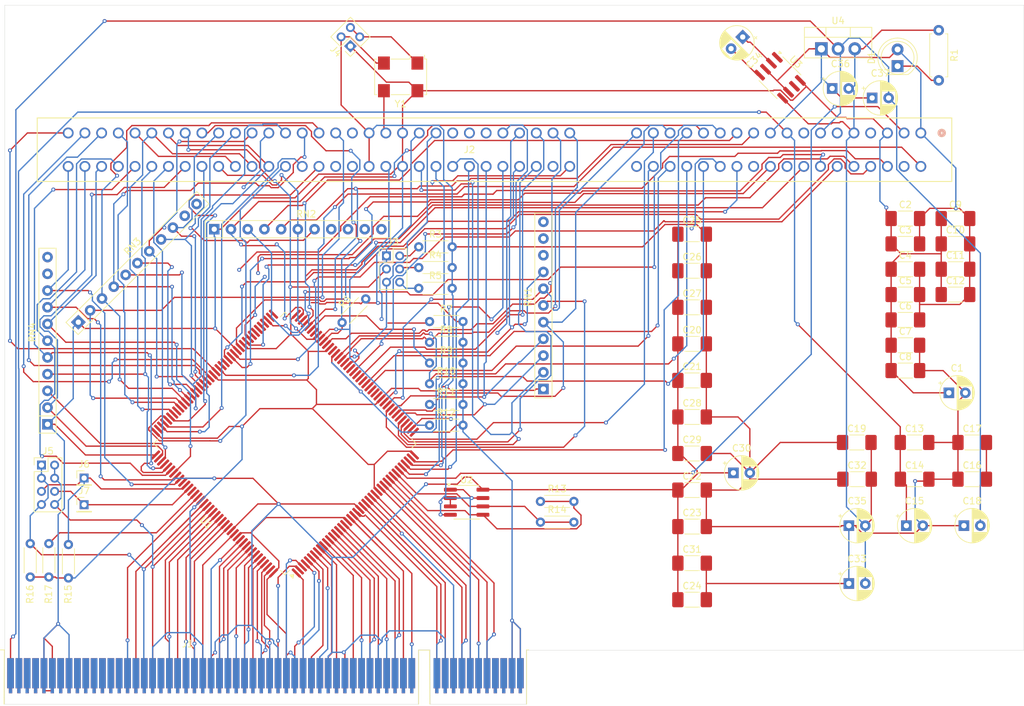
<source format=kicad_pcb>
(kicad_pcb (version 20241229) (generator "pcbnew") (generator_version "9.0")
  (layers (0 "F.Cu" signal) (2 "B.Cu" signal) (13 "F.Paste" user) (15 "B.Paste" user) (5 "F.SilkS" user "F.Silkscreen") (7 "B.SilkS" user "B.Silkscreen") (1 "F.Mask" user) (3 "B.Mask" user) (25 "Edge.Cuts" user))
  (net 0 "")
  (net 1 "GND")
  (net 2 "+3.3V")
  (net 3 "SCL")
  (net 4 "SDA")
  (net 10 "+5V")
  (net 33 "-12V")
  (net 34 "unconnected-(J1-PME#-PadA19)")
  (net 47 "+12V")
  (net 53 "OSC")
  (net 54 "Net-(J4-Pin_3)")
  (net 62 "Net-(D1-K)")
  (net 63 "-5V")
  (net 64 "Net-(U3-CAP+)")
  (net 65 "SBHE#")
  (net 66 "AD23")
  (net 67 "SA8")
  (net 68 "IRQ6")
  (net 69 "IRDY#")
  (net 70 "SA19")
  (net 71 "SA4")
  (net 72 "SA1")
  (net 73 "AD24")
  (net 74 "DRQ6")
  (net 75 "AD25")
  (net 76 "IRQ12")
  (net 77 "DACK2#")
  (net 78 "MEMCS16#")
  (net 79 "BCLK")
  (net 80 "DACK5#")
  (net 81 "PCIRST#")
  (net 82 "DRQ3")
  (net 83 "SA12")
  (net 84 "IRQ4")
  (net 85 "MEMW#")
  (net 86 "C{slash}BE0#")
  (net 87 "AD28")
  (net 88 "IRQ14{slash}ROMCS#")
  (net 89 "IGNT#")
  (net 90 "RSTDRV")
  (net 91 "NOGO{slash}CLKRUN#")
  (net 92 "SA5")
  (net 93 "AD13")
  (net 94 "SD8")
  (net 95 "AD22")
  (net 96 "REFRESH#")
  (net 97 "SD7")
  (net 98 "IOCHCK#")
  (net 99 "IRQ3")
  (net 100 "AD15")
  (net 101 "STOP#")
  (net 102 "DRQ2")
  (net 103 "DACK3#")
  (net 104 "AD31")
  (net 105 "IOW#")
  (net 106 "LA20")
  (net 107 "LOCK#")
  (net 108 "IRQ15")
  (net 109 "SD1")
  (net 110 "AD14")
  (net 111 "AD17")
  (net 112 "AD2")
  (net 113 "IOR#")
  (net 114 "PCICLK")
  (net 115 "SD0")
  (net 116 "SA3")
  (net 117 "AD10")
  (net 118 "AD19")
  (net 119 "DEVSEL#")
  (net 120 "SA15")
  (net 121 "LA22")
  (net 122 "TC")
  (net 123 "SA6")
  (net 124 "SD10")
  (net 125 "FRAME#")
  (net 126 "SA10")
  (net 127 "AD16")
  (net 128 "SMEMW#")
  (net 129 "SD3")
  (net 130 "AD1")
  (net 131 "PERR#")
  (net 132 "SD9")
  (net 133 "AD3")
  (net 134 "BALE")
  (net 135 "PAR")
  (net 136 "AD0")
  (net 137 "AD9")
  (net 138 "TRDY#")
  (net 139 "SMEMR#")
  (net 140 "IDSEL")
  (net 141 "AD11")
  (net 142 "DRQ5")
  (net 143 "NOWS#")
  (net 144 "SD12")
  (net 145 "SA9")
  (net 146 "DRQ1")
  (net 147 "SA2")
  (net 148 "AD18")
  (net 149 "SA14")
  (net 150 "LA21")
  (net 151 "AD29")
  (net 152 "IRQ9")
  (net 153 "SD13")
  (net 154 "SD11")
  (net 155 "SERR#")
  (net 156 "AD4")
  (net 157 "AD7")
  (net 158 "SD4")
  (net 159 "SA13")
  (net 160 "SD6")
  (net 161 "IRQ10")
  (net 162 "IOCHRDY")
  (net 163 "SA11")
  (net 164 "SERIRQ")
  (net 165 "DACK1#")
  (net 166 "LA23")
  (net 167 "SD14")
  (net 168 "DRQ0")
  (net 169 "DACK0#")
  (net 170 "MASTER#")
  (net 171 "DRQ7")
  (net 172 "AD27")
  (net 173 "SA18")
  (net 174 "AEN")
  (net 175 "AD12")
  (net 176 "SD15")
  (net 177 "AD20")
  (net 178 "Net-(U3-CAP-)")
  (net 179 "AD8")
  (net 180 "C{slash}BE2#")
  (net 181 "SA16")
  (net 182 "AD26")
  (net 183 "AD5")
  (net 184 "IRQ7")
  (net 185 "C{slash}BE1#")
  (net 186 "SA7")
  (net 187 "MEMR#")
  (net 188 "SD2")
  (net 189 "AD6")
  (net 190 "IRQ5")
  (net 191 "DACK6#")
  (net 192 "IREQ#")
  (net 193 "SA0")
  (net 194 "AD21")
  (net 195 "IRQ11")
  (net 196 "IOCS16#")
  (net 197 "SD5")
  (net 198 "AD30")
  (net 199 "C{slash}BE3#")
  (net 200 "SA17")
  (net 201 "DACK7#")
  (net 202 "Net-(J3-Pin_6)")
  (net 203 "Net-(J3-Pin_4)")
  (net 204 "Net-(J3-Pin_2)")
  (net 216 "MB_PPDREQ#")
  (net 217 "MB_PPDGNT#")
  (footprint "Capacitor_SMD:C_1808_4520Metric_Pad1.72x2.30mm_HandSolder" (layer "F.Cu") (at 224.6 74.27)
    (property "Reference" "C10")
    (property "Value" "100nF")
  )
  (footprint "Capacitor_SMD:C_1808_4520Metric_Pad1.72x2.30mm_HandSolder" (layer "F.Cu") (at 216.99 85.82)
    (property "Reference" "C6")
    (property "Value" "100nF")
  )
  (footprint "LED_THT:LED_D5.0mm" (layer "F.Cu") (at 215.81 47.265 90)
    (property "Reference" "D1")
    (property "Value" "-5V")
  )
  (footprint "Package_QFP:PQFP-160_28x28mm_P0.65mm" (layer "F.Cu") (at 122.73 104.61 135)
    (property "Reference" "U1")
    (property "Value" "~" (hide yes))
  )
  (footprint "Resistor_THT:R_Axial_DIN0204_L3.6mm_D1.6mm_P5.08mm_Horizontal" (layer "F.Cu") (at 144.7 95.52)
    (property "Reference" "R10")
    (property "Value" "R330")
  )
  (footprint "Capacitor_SMD:C_1808_4520Metric_Pad1.72x2.30mm_HandSolder" (layer "F.Cu") (at 184.59 100.5655)
    (property "Reference" "C28")
    (property "Value" "100nF")
  )
  (footprint "Connector_PinHeader_2.00mm:PinHeader_2x02_P2.00mm_Vertical" (layer "F.Cu") (at 132.68 44.23 135)
    (property "Reference" "J4")
    (property "Value" "Crystal J4")
  )
  (footprint "Resistor_THT:R_Axial_DIN0204_L3.6mm_D1.6mm_P5.08mm_Horizontal" (layer "F.Cu") (at 161.55 116.55)
    (property "Reference" "R14")
    (property "Value" "R4.7K")
  )
  (footprint "ISA8888:CONN_EBC49_SUL" (layer "F.Cu") (at 219.34 57.42)
    (property "Reference" "J2")
    (property "Value" "Bus_ISA_16bit")
  )
  (footprint "Capacitor_THT:CP_Radial_D5.0mm_P2.50mm" (layer "F.Cu") (at 192.28 42.84 -135)
    (property "Reference" "C34")
    (property "Value" "150uF")
  )
  (footprint "Connector_PinHeader_2.00mm:PinHeader_2x03_P2.00mm_Vertical" (layer "F.Cu") (at 138.16 76.09)
    (property "Reference" "J3")
    (property "Value" "BALE/AEN/TC J3")
  )
  (footprint "Oscillator:Oscillator_SMD_IQD_IQXO70-4Pin_7.5x5.0mm" (layer "F.Cu") (at 140.31 48.9 180)
    (property "Reference" "Y1")
    (property "Value" "CFPS-72")
  )
  (footprint "Capacitor_THT:CP_Radial_D5.0mm_P2.50mm" (layer "F.Cu") (at 208.4049 117.08)
    (property "Reference" "C35")
    (property "Value" "150uF")
  )
  (footprint "Package_SO:SOIC-8_3.9x4.9mm_P1.27mm" (layer "F.Cu") (at 150.34 113.52)
    (property "Reference" "U2")
    (property "Value" "SMROM-AT24CS02")
  )
  (footprint "Capacitor_THT:CP_Radial_D5.0mm_P2.50mm" (layer "F.Cu") (at 205.8749 50.66)
    (property "Reference" "C36")
    (property "Value" "33uF")
  )
  (footprint "Capacitor_SMD:C_1808_4520Metric_Pad1.72x2.30mm_HandSolder" (layer "F.Cu") (at 184.59 72.8009)
    (property "Reference" "C25")
    (property "Value" "100nF")
  )
  (footprint "Resistor_THT:R_Array_SIP11" (layer "F.Cu") (at 162 96.32 90)
    (property "Reference" "RN1")
    (property "Value" "R_Net_10_10k")
  )
  (footprint "Resistor_THT:R_Array_SIP11" (layer "F.Cu") (at 111.99 72.04)
    (property "Reference" "RN2")
    (property "Value" "R_Net_10_4k7")
  )
  (footprint "Capacitor_SMD:C_1808_4520Metric_Pad1.72x2.30mm_HandSolder" (layer "F.Cu") (at 227.1444 104.44)
    (property "Reference" "C17")
    (property "Value" "100nF")
  )
  (footprint "Connector_PinHeader_2.00mm:PinHeader_1x01_P2.00mm_Vertical" (layer "F.Cu") (at 92.22 109.85)
    (property "Reference" "J6")
    (property "Value" "PPDGNT# Motherboard Redirect")
  )
  (footprint "Resistor_THT:R_Axial_DIN0204_L3.6mm_D1.6mm_P5.08mm_Horizontal" (layer "F.Cu") (at 143.06 81.02)
    (property "Reference" "R5")
    (property "Value" "R4.7K")
  )
  (footprint "Capacitor_SMD:C_1808_4520Metric_Pad1.72x2.30mm_HandSolder" (layer "F.Cu") (at 216.99 89.67)
    (property "Reference" "C7")
    (property "Value" "100nF")
  )
  (footprint "Resistor_THT:R_Axial_DIN0204_L3.6mm_D1.6mm_P5.08mm_Horizontal" (layer "F.Cu") (at 143.06 77.87)
    (property "Reference" "R4")
    (property "Value" "R4.7K")
  )
  (footprint "Capacitor_SMD:C_1808_4520Metric_Pad1.72x2.30mm_HandSolder" (layer "F.Cu") (at 224.6 78.12)
    (property "Reference" "C11")
    (property "Value" "100nF")
  )
  (footprint "Capacitor_THT:CP_Radial_D5.0mm_P2.50mm" (layer "F.Cu") (at 223.6017 96.8983)
    (property "Reference" "C1")
    (property "Value" "100uF")
  )
  (footprint "Capacitor_SMD:C_1808_4520Metric_Pad1.72x2.30mm_HandSolder" (layer "F.Cu") (at 224.6 70.42)
    (property "Reference" "C9")
    (property "Value" "100nF")
  )
  (footprint "Capacitor_SMD:C_1808_4520Metric_Pad1.72x2.30mm_HandSolder" (layer "F.Cu") (at 184.59 78.3538)
    (property "Reference" "C26")
    (property "Value" "100nF")
  )
  (footprint "Capacitor_SMD:C_1808_4520Metric_Pad1.72x2.30mm_HandSolder" (layer "F.Cu") (at 184.59 128.33)
    (property "Reference" "C24")
    (property "Value" "100nF")
  )
  (footprint "Capacitor_SMD:C_1808_4520Metric_Pad1.72x2.30mm_HandSolder" (layer "F.Cu") (at 216.99 93.52)
    (property "Reference" "C8")
    (property "Value" "100nF")
  )
  (footprint "Resistor_THT:R_Axial_DIN0207_L6.3mm_D2.5mm_P7.62mm_Horizontal" (layer "F.Cu") (at 222.06 41.81 -90)
    (property "Reference" "R1")
    (property "Value" "330")
  )
  (footprint "Capacitor_THT:CP_Radial_D5.0mm_P2.50mm" (layer "F.Cu") (at 190.8649 109.06)
    (property "Reference" "C30")
    (property "Value" "100uF")
  )
  (footprint "Capacitor_SMD:C_1808_4520Metric_Pad1.72x2.30mm_HandSolder" (layer "F.Cu") (at 209.61 104.44)
    (property "Reference" "C19")
    (property "Value" "100nF")
  )
  (footprint "Capacitor_THT:CP_Radial_D5.0mm_P2.50mm" (layer "F.Cu") (at 217.1449 117.08)
    (property "Reference" "C15")
    (property "Value" "47uF")
  )
  (footprint "Capacitor_SMD:C_1808_4520Metric_Pad1.72x2.30mm_HandSolder" (layer "F.Cu") (at 209.65 110.02)
    (property "Reference" "C32")
    (property "Value" "100nF")
  )
  (footprint "Capacitor_THT:CP_Radial_D5.0mm_P2.50mm" (layer "F.Cu") (at 208.4049 125.87)
    (property "Reference" "C33")
    (property "Value" "100uF")
  )
  (footprint "Capacitor_SMD:C_1808_4520Metric_Pad1.72x2.30mm_HandSolder" (layer "F.Cu") (at 184.59 111.6713)
    (property "Reference" "C22")
    (property "Value" "100nF")
  )
  (footprint "Capacitor_SMD:C_1808_4520Metric_Pad1.72x2.30mm_HandSolder" (layer "F.Cu") (at 184.59 122.7771)
    (property "Reference" "C31")
    (property "Value" "100nF")
  )
  (footprint "Resistor_THT:R_Axial_DIN0204_L3.6mm_D1.6mm_P5.08mm_Horizontal" (layer "F.Cu") (at 144.7 86.07)
    (property "Reference" "R7")
    (property "Value" "R1K")
  )
  (footprint "Capacitor_SMD:C_1808_4520Metric_Pad1.72x2.30mm_HandSolder" (layer "F.Cu") (at 184.59 89.4596)
    (property "Reference" "C20")
    (property "Value" "100nF")
  )
  (footprint "Resistor_THT:R_Axial_DIN0204_L3.6mm_D1.6mm_P5.08mm_Horizontal" (layer "F.Cu") (at 161.55 113.4)
    (property "Reference" "R13")
    (property "Value" "R4.7K")
  )
  (footprint "Resistor_THT:R_Axial_DIN0204_L3.6mm_D1.6mm_P5.08mm_Horizontal" (layer "F.Cu") (at 144.7 92.37)
    (property "Reference" "R9")
    (property "Value" "R330")
  )
  (footprint "Resistor_THT:R_Array_SIP11" (layer "F.Cu") (at 86.66 101.68 90)
    (property "Reference" "RN4")
    (property "Value" "R_Net_10_10k")
  )
  (footprint "Connector_PinHeader_2.00mm:PinHeader_2x04_P2.00mm_Vertical" (layer "F.Cu") (at 85.74 107.87)
    (property "Reference" "J5")
    (property "Value" "PCI Jumpers")
  )
  (footprint "Capacitor_SMD:C_1808_4520Metric_Pad1.72x2.30mm_HandSolder" (layer "F.Cu") (at 227.1444 110.02)
    (property "Reference" "C16")
    (property "Value" "100nF")
  )
  (footprint "Capacitor_SMD:C_1808_4520Metric_Pad1.72x2.30mm_HandSolder" (layer "F.Cu") (at 216.99 81.97)
    (property "Reference" "C5")
    (property "Value" "100nF")
  )
  (footprint "Connector_PCBEdge:BUS_PCI" (layer "F.Cu") (at 119.77 140.83)
    (property "Reference" "J1")
    (property "Value" "Bus_PCI_32bit_Universal")
  )
  (footprint "Capacitor_THT:CP_Radial_D5.0mm_P2.50mm" (layer "F.Cu") (at 211.9449 52.1)
    (property "Reference" "C37")
    (property "Value" "33uF")
  )
  (footprint "Capacitor_SMD:C_1808_4520Metric_Pad1.72x2.30mm_HandSolder" (layer "F.Cu") (at 184.59 117.2242)
    (property "Reference" "C23")
    (property "Value" "100nF")
  )
  (footprint "Resistor_THT:R_Array_SIP11" (layer "F.Cu") (at 91.3418 86.1682 45)
    (property "Reference" "RN3")
    (property "Value" "R_Net_10_10k")
  )
  (footprint "Resistor_THT:R_Axial_DIN0204_L3.6mm_D1.6mm_P5.08mm_Horizontal" (layer "F.Cu") (at 144.7 101.82)
    (property "Reference" "R12")
    (property "Value" "R330")
  )
  (footprint "Resistor_THT:R_Axial_DIN0204_L3.6mm_D1.6mm_P5.08mm_Horizontal" (layer "F.Cu") (at 86.8625 119.8054 -90)
    (property "Reference" "R17")
    (property "Value" "R50K")
  )
  (footprint "Connector_PinHeader_2.00mm:PinHeader_1x01_P2.00mm_Vertical" (layer "F.Cu") (at 92.22 113.9)
    (property "Reference" "J7")
    (property "Value" "PPDREQ# Motherboard Redirect")
  )
  (footprint "Package_TO_SOT_THT:TO-220-3_Vertical" (layer "F.Cu") (at 204.23 44.64)
    (property "Reference" "U4")
    (property "Value" "LM7905_TO220")
  )
  (footprint "Resistor_THT:R_Axial_DIN0204_L3.6mm_D1.6mm_P5.08mm_Horizontal" (layer "F.Cu") (at 89.8352 119.9496 -90)
    (property "Reference" "R15")
    (property "Value" "R50K")
  )
  (footprint "Capacitor_THT:CP_Radial_D5.0mm_P2.50mm" (layer "F.Cu") (at 225.8849 117.08)
    (property "Reference" "C18")
    (property "Value" "47uF")
  )
  (footprint "Capacitor_SMD:C_1808_4520Metric_Pad1.72x2.30mm_HandSolder" (layer "F.Cu") (at 216.99 70.42)
    (property "Reference" "C2")
    (property "Value" "100nF")
  )
  (footprint "Resistor_THT:R_Axial_DIN0204_L3.6mm_D1.6mm_P5.08mm_Horizontal" (layer "F.Cu") (at 84.0341 119.8054 -90)
    (property "Reference" "R16")
    (property "Value" "R50K")
  )
  (footprint "Capacitor_SMD:C_1808_4520Metric_Pad1.72x2.30mm_HandSolder" (layer "F.Cu") (at 216.99 74.27)
    (property "Reference" "C3")
    (property "Value" "100nF")
  )
  (footprint "Resistor_THT:R_Axial_DIN0204_L3.6mm_D1.6mm_P5.08mm_Horizontal" (layer "F.Cu") (at 144.7 98.67)
    (property "Reference" "R11")
    (property "Value" "R330")
  )
  (footprint "Capacitor_SMD:C_1808_4520Metric_Pad1.72x2.30mm_HandSolder" (layer "F.Cu") (at 184.59 83.9067)
    (property "Reference" "C27")
    (property "Value" "100nF")
  )
  (footprint "Capacitor_SMD:C_1808_4520Metric_Pad1.72x2.30mm_HandSolder" (layer "F.Cu") (at 184.59 106.1184)
    (property "Reference" "C29")
    (property "Value" "100nF")
  )
  (footprint "Capacitor_SMD:C_1808_4520Metric_Pad1.72x2.30mm_HandSolder" (layer "F.Cu") (at 184.59 95.0125)
    (property "Reference" "C21")
    (property "Value" "100nF")
  )
  (footprint "Resistor_THT:R_Axial_DIN0204_L3.6mm_D1.6mm_P5.08mm_Horizontal" (layer "F.Cu") (at 131.4139 86.2261 45)
    (property "Reference" "R6")
    (property "Value" "R4.7K")
  )
  (footprint "Capacitor_SMD:C_1808_4520Metric_Pad1.72x2.30mm_HandSolder" (layer "F.Cu") (at 224.6 81.97)
    (property "Reference" "C12")
    (property "Value" "100nF")
  )
  (footprint "Capacitor_SMD:C_1808_4520Metric_Pad1.72x2.30mm_HandSolder" (layer "F.Cu") (at 218.3972 110.02)
    (property "Reference" "C14")
    (property "Value" "100nF")
  )
  (footprint "Resistor_THT:R_Axial_DIN0204_L3.6mm_D1.6mm_P5.08mm_Horizontal" (layer "F.Cu") (at 144.7 89.22)
    (property "Reference" "R8")
    (property "Value" "R1K")
  )
  (footprint "Capacitor_SMD:C_1808_4520Metric_Pad1.72x2.30mm_HandSolder" (layer "F.Cu") (at 216.99 78.12)
    (property "Reference" "C4")
    (property "Value" "100nF")
  )
  (footprint "Capacitor_SMD:C_1808_4520Metric_Pad1.72x2.30mm_HandSolder" (layer "F.Cu") (at 218.3772 104.44)
    (property "Reference" "C13")
    (property "Value" "100nF")
  )
  (footprint "Resistor_THT:R_Axial_DIN0204_L3.6mm_D1.6mm_P5.08mm_Horizontal" (layer "F.Cu") (at 143.06 74.72)
    (property "Reference" "R3")
    (property "Value" "R4.7K")
  )
  (footprint "Package_SO:SOIC-8_3.9x4.9mm_P1.27mm" (layer "F.Cu") (at 197.94 49.03 -45)
    (property "Reference" "U3")
    (property "Value" "~")
  )
  (gr_line (start 235 136) (end 235 38) (stroke (width 0.05)) (layer "Edge.Cuts"))
  (gr_line (start 144.8 135.95) (end 143 135.95) (stroke (width 0.05)) (layer "Edge.Cuts"))
  (gr_line (start 159.4 144.2) (end 144.8 144.2) (stroke (width 0.05)) (layer "Edge.Cuts"))
  (gr_line (start 159.4 136) (end 235 136) (stroke (width 0.05)) (layer "Edge.Cuts"))
  (gr_line (start 235 38) (end 80.15 38) (stroke (width 0.05)) (layer "Edge.Cuts"))
  (gr_line (start 143 135.95) (end 143 144.2) (stroke (width 0.05)) (layer "Edge.Cuts"))
  (gr_line (start 144.8 144.2) (end 144.8 135.95) (stroke (width 0.05)) (layer "Edge.Cuts"))
  (gr_line (start 80.15 38) (end 80.15 144.2) (stroke (width 0.05)) (layer "Edge.Cuts"))
  (gr_line (start 159.4 136) (end 159.4 144.2) (stroke (width 0.05)) (layer "Edge.Cuts"))
  (gr_line (start 143 144.2) (end 80.15 144.2) (stroke (width 0.05)) (layer "Edge.Cuts"))
  (segment (start 193.3649 109.06) (end 193.3649 110.02) (width 0.2) (layer "F.Cu") (net 1))
  (segment (start 194.306 108.1189) (end 197.9849 104.44) (width 0.2) (layer "F.Cu") (net 1))
  (segment (start 226.1017 97.1017) (end 224.9819 98.2215) (width 0.2) (layer "F.Cu") (net 1))
  (segment (start 205.8749 50.66) (end 207.3149 52.1) (width 0.2) (layer "F.Cu") (net 1))
  (segment (start 116.4014 89.5486) (end 117.0365 90.1837) (width 0.2) (layer "F.Cu") (net 1))
  (segment (start 136.3006 107.7814) (end 138.3082 105.7738) (width 0.2) (layer "F.Cu") (net 1))
  (segment (start 177.0728 74.72) (end 149.1417 74.72) (width 0.2) (layer "F.Cu") (net 1))
  (segment (start 161.7906 96.32) (end 160.8983 96.32) (width 0.2) (layer "F.Cu") (net 1))
  (segment (start 186.7525 125.87) (end 186.7525 128.33) (width 0.2) (layer "F.Cu") (net 1))
  (segment (start 127.5214 96.4249) (end 126.0487 94.9522) (width 0.2) (layer "F.Cu") (net 1))
  (segment (start 121.3977 90.1837) (end 123.6254 87.956) (width 0.2) (layer "F.Cu") (net 1))
  (segment (start 136.4959 98.6577) (end 138.9203 96.2333) (width 0.2) (layer "F.Cu") (net 1))
  (segment (start 222.7234 93.52) (end 226.1017 96.8983) (width 0.2) (layer "F.Cu") (net 1))
  (segment (start 186.7525 89.4596) (end 186.7525 83.9067) (width 0.2) (layer "F.Cu") (net 1))
  (segment (start 146.0486 96.5973) (end 146.6956 95.9503) (width 0.2) (layer "F.Cu") (net 1))
  (segment (start 225.2141 68.8716) (end 226.7625 70.42) (width 0.2) (layer "F.Cu") (net 1))
  (segment (start 148.14 74.72) (end 149.1417 74.72) (width 0.2) (layer "F.Cu") (net 1))
  (segment (start 195.7409 47.7289) (end 197.50845 49.49645) (width 0.2) (layer "F.Cu") (net 1))
  (segment (start 131.266 53.1658) (end 135.52 57.42) (width 0.2) (layer "F.Cu") (net 1))
  (segment (start 186.7525 95.0125) (end 186.7525 89.4596) (width 0.2) (layer "F.Cu") (net 1))
  (segment (start 220.5397 104.44) (end 224.9819 104.44) (width 0.2) (layer "F.Cu") (net 1))
  (segment (start 220.5597 110.02) (end 224.9819 110.02) (width 0.2) (layer "F.Cu") (net 1))
  (segment (start 224.9819 104.44) (end 224.9819 110.02) (width 0.2) (layer "F.Cu") (net 1))
  (segment (start 186.7525 83.9067) (end 186.7525 78.3538) (width 0.2) (layer "F.Cu") (net 1))
  (segment (start 120.9976 124.2676) (end 121.8 123.4652) (width 0.2) (layer "F.Cu") (net 1))
  (segment (start 122.95 139.5) (end 122.95 142.16) (width 0.2) (layer "F.Cu") (net 1))
  (segment (start 220.7009 68.8716) (end 224.6606 68.8716) (width 0.2) (layer "F.Cu") (net 1))
  (segment (start 146.374 115.39) (end 146.5131 115.39) (width 0.2) (layer "F.Cu") (net 1))
  (segment (start 210.4316 118.2159) (end 218.509 118.2159) (width 0.2) (layer "F.Cu") (net 1))
  (segment (start 135.52 57.42) (end 135.52 62.5) (width 0.2) (layer "F.Cu") (net 1))
  (segment (start 146.5131 115.39) (end 146.5481 115.425) (width 0.2) (layer "F.Cu") (net 1))
  (segment (start 116.2118 102.0118) (end 114.25 102.0118) (width 0.2) (layer "F.Cu") (net 1))
  (segment (start 219.1525 93.52) (end 222.7234 93.52) (width 0.2) (layer "F.Cu") (net 1))
  (segment (start 202.3649 44.64) (end 204.23 44.64) (width 0.2) (layer "F.Cu") (net 1))
  (segment (start 112.4744 103.7874) (end 103.9822 103.7874) (width 0.2) (layer "F.Cu") (net 1))
  (segment (start 219.1525 85.82) (end 219.1525 83.4739) (width 0.2) (layer "F.Cu") (net 1))
  (segment (start 116.2118 102.0118) (end 118.9236 99.3) (width 0.2) (layer "F.Cu") (net 1))
  (segment (start 193.3649 109.06) (end 190.4233 106.1184) (width 0.2) (layer "F.Cu") (net 1))
  (segment (start 117.5278 118.1722) (end 116.0621 118.1722) (width 0.2) (layer "F.Cu") (net 1))
  (segment (start 116.0621 118.1722) (end 115.4822 118.7521) (width 0.2) (layer "F.Cu") (net 1))
  (segment (start 118.9236 99.3) (end 126.8791 99.3) (width 0.2) (layer "F.Cu") (net 1))
  (segment (start 214.5811 45.9539) (end 215.81 44.725) (width 0.2) (layer "F.Cu") (net 1))
  (segment (start 225.8849 117.08) (end 219.6449 117.08) (width 0.2) (layer "F.Cu") (net 1))
  (segment (start 219.1525 70.42) (end 220.7009 68.8716) (width 0.2) (layer "F.Cu") (net 1))
  (segment (start 121.8 123.4652) (end 121.8 122.4444) (width 0.2) (layer "F.Cu") (net 1))
  (segment (start 131.266 42.8158) (end 131.266 53.1658) (width 0.2) (layer "F.Cu") (net 1))
  (segment (start 132.646 42.8158) (end 131.266 42.8158) (width 0.2) (layer "F.Cu") (net 1))
  (segment (start 152.16 139.5) (end 152.16 142.16) (width 0.2) (layer "F.Cu") (net 1))
  (segment (start 120.9976 124.2679) (end 120.9976 124.2676) (width 0.2) (layer "F.Cu") (net 1))
  (segment (start 127.5214 98.6577) (end 136.4959 98.6577) (width 0.2) (layer "F.Cu") (net 1))
  (segment (start 132.2759 116.454) (end 131.6738 115.8519) (width 0.2) (layer "F.Cu") (net 1))
  (segment (start 114.25 102.0118) (end 112.4744 103.7874) (width 0.2) (layer "F.Cu") (net 1))
  (segment (start 219.1525 93.52) (end 219.1525 89.67) (width 0.2) (layer "F.Cu") (net 1))
  (segment (start 186.7525 117.2242) (end 207.159 117.2242) (width 0.2) (layer "F.Cu") (net 1))
  (segment (start 122.95 136.8223) (end 122.95 139.5) (width 0.2) (layer "F.Cu") (net 1))
  (segment (start 146.6956 95.9503) (end 147.3271 95.9503) (width 0.2) (layer "F.Cu") (net 1))
  (segment (start 127.5214 98.4021) (end 127.5214 98.6577) (width 0.2) (layer "F.Cu") (net 1))
  (segment (start 205.5439 45.9539) (end 214.5811 45.9539) (width 0.2) (layer "F.Cu") (net 1))
  (segment (start 120.998 124.268) (end 120.504 124.7615) (width 0.2) (layer "F.Cu") (net 1))
  (segment (start 219.1525 83.4739) (end 225.2586 83.4739) (width 0.2) (layer "F.Cu") (net 1))
  (segment (start 101.36 139.5) (end 101.36 142.16) (width 0.2) (layer "F.Cu") (net 1))
  (segment (start 123.585 136.3625) (end 123.4098 136.3625) (width 0.2) (layer "F.Cu") (net 1))
  (segment (start 204.23 44.64) (end 202.9758 44.64) (width 0.2) (layer "F.Cu") (net 1))
  (segment (start 143.3695 96.5973) (end 146.0486 96.5973) (width 0.2) (layer "F.Cu") (net 1))
  (segment (start 209.5066 117.08) (end 209.5066 117.2909) (width 0.2) (layer "F.Cu") (net 1))
  (segment (start 197.9849 104.44) (end 207.4475 104.44) (width 0.2) (layer "F.Cu") (net 1))
  (segment (start 127.5214 98.4021) (end 127.5214 96.4249) (width 0.2) (layer "F.Cu") (net 1))
  (segment (start 119.8481 115.8519) (end 117.5278 118.1722) (width 0.2) (layer "F.Cu") (net 1))
  (segment (start 226.1017 96.8983) (end 226.1017 97.1017) (width 0.2) (layer "F.Cu") (net 1))
  (segment (start 123.6254 85.7894) (end 124.4624 84.9524) (width 0.2) (layer "F.Cu") (net 1))
  (segment (start 219.1525 83.4739) (end 219.1525 81.97) (width 0.2) (layer "F.Cu") (net 1))
  (segment (start 126.9 99.3) (end 135.3814 107.7814) (width 0.2) (layer "F.Cu") (net 1))
  (segment (start 147.3271 95.9503) (end 147.9018 96.525) (width 0.2) (layer "F.Cu") (net 1))
  (segment (start 186.7525 95.0125) (end 186.7525 100.5655) (width 0.2) (layer "F.Cu") (net 1))
  (segment (start 141.819 105.7738) (end 142.3876 106.3424) (width 0.2) (layer "F.Cu") (net 1))
  (segment (start 126.0487 94.9522) (end 126.2762 94.7247) (width 0.2) (layer "F.Cu") (net 1))
  (segment (start 219.1525 81.97) (end 219.1525 78.12) (width 0.2) (layer "F.Cu") (net 1))
  (segment (start 131.2658 42.8158) (end 131.266 42.8158) (width 0.2) (layer "F.Cu") (net 1))
  (segment (start 226.7625 74.27) (end 226.7625 78.12) (width 0.2) (layer "F.Cu") (net 1))
  (segment (start 120.504 124.7615) (end 120.01 125.255) (width 0.2) (layer "F.Cu") (net 1))
  (segment (start 103.9822 103.7874) (end 103.0724 102.8776) (width 0.2) (layer "F.Cu") (net 1))
  (segment (start 219.1525 74.27) (end 219.1525 70.42) (width 0.2) (layer "F.Cu") (net 1))
  (segment (start 151.0914 112.885) (end 149.8214 111.615) (width 0.2) (layer "F.Cu") (net 1))
  (segment (start 98.82 139.5) (end 98.82 142.16) (width 0.2) (layer "F.Cu") (net 1))
  (segment (start 186.7525 122.7771) (end 186.7525 125.87) (width 0.2) (layer "F.Cu") (net 1))
  (segment (start 207.159 117.2242) (end 207.3032 117.08) (width 0.2) (layer "F.Cu") (net 1))
  (segment (start 112.6126 94.9522) (end 126.0487 94.9522) (width 0.2) (layer "F.Cu") (net 1))
  (segment (start 115.33 139.5) (end 115.33 142.16) (width 0.2) (layer "F.Cu") (net 1))
  (segment (start 226.7625 78.12) (end 226.7625 81.97) (width 0.2) (layer "F.Cu") (net 1))
  (segment (start 120.01 130.58) (end 122.95 133.52) (width 0.2) (layer "F.Cu") (net 1))
  (segment (start 83.57 139.5) (end 83.57 142.16) (width 0.2) (layer "F.Cu") (net 1))
  (segment (start 120.504 124.7615) (end 120.9976 124.2679) (width 0.2) (layer "F.Cu") (net 1))
  (segment (start 193.3649 110.02) (end 207.4875 110.02) (width 0.2) (layer "F.Cu") (net 1))
  (segment (start 142 139.5) (end 142 142.16) (width 0.2) (layer "F.Cu") (net 1))
  (segment (start 226.7625 70.42) (end 226.7625 74.27) (width 0.2) (layer "F.Cu") (net 1))
  (segment (start 128.9196 90.6068) (end 129.5182 90.0082) (width 0.2) (layer "F.Cu") (net 1))
  (segment (start 109.9667 113.2765) (end 109.9667 113.2367) (width 0.2) (layer "F.Cu") (net 1))
  (segment (start 208.4049 117.08) (end 209.5066 117.08) (width 0.2) (layer "F.Cu") (net 1))
  (segment (start 137.77 46.8) (end 136.63 46.8) (width 0.2) (layer "F.Cu") (net 1))
  (segment (start 193.3649 102.3649) (end 191.5655 100.5655) (width 0.2) (layer "F.Cu") (net 1))
  (segment (start 136.8721 111.8578) (end 136.3006 111.2863) (width 0.2) (layer "F.Cu") (net 1))
  (segment (start 191.7136 111.6713) (end 186.7525 111.6713) (width 0.2) (layer "F.Cu") (net 1))
  (segment (start 123.6254 87.956) (end 126.2762 90.6068) (width 0.2) (layer "F.Cu") (net 1))
  (segment (start 131.6738 115.8519) (end 119.8481 115.8519) (width 0.2) (layer "F.Cu") (net 1))
  (segment (start 191.5655 100.5655) (end 186.7525 100.5655) (width 0.2) (layer "F.Cu") (net 1))
  (segment (start 146.5481 115.425) (end 147.865 115.425) (width 0.2) (layer "F.Cu") (net 1))
  (segment (start 207.3149 52.1) (end 211.9449 52.1) (width 0.2) (layer "F.Cu") (net 1))
  (segment (start 190.4233 106.1184) (end 186.7525 106.1184) (width 0.2) (layer "F.Cu") (net 1))
  (segment (start 138.3082 105.7738) (end 141.819 105.7738) (width 0.2) (layer "F.Cu") (net 1))
  (segment (start 208.4049 117.08) (end 207.3032 117.08) (width 0.2) (layer "F.Cu") (net 1))
  (segment (start 149.8214 111.615) (end 147.865 111.615) (width 0.2) (layer "F.Cu") (net 1))
  (segment (start 161.7906 96.32) (end 162 96.32) (width 0.2) (layer "F.Cu") (net 1))
  (segment (start 138.19 142.16) (end 138.19 139.5) (width 0.2) (layer "F.Cu") (net 1))
  (segment (start 180.4717 71.3211) (end 177.0728 74.72) (width 0.2) (layer "F.Cu") (net 1))
  (segment (start 136.63 46.8) (end 132.646 42.8158) (width 0.2) (layer "F.Cu") (net 1))
  (segment (start 186.7525 72.8009) (end 186.7525 78.3538) (width 0.2) (layer "F.Cu") (net 1))
  (segment (start 193.3649 109.06) (end 194.306 108.1189) (width 0.2) (layer "F.Cu") (net 1))
  (segment (start 218.509 118.2159) (end 219.6449 117.08) (width 0.2) (layer "F.Cu") (net 1))
  (segment (start 147.865 112.885) (end 147.865 113.2066) (width 0.2) (layer "F.Cu") (net 1))
  (segment (start 123.6254 87.956) (end 123.6254 85.7894) (width 0.2) (layer "F.Cu") (net 1))
  (segment (start 224.9819 98.2215) (end 224.9819 104.44) (width 0.2) (layer "F.Cu") (net 1))
  (segment (start 128.03 142.16) (end 128.03 139.5) (width 0.2) (layer "F.Cu") (net 1))
  (segment (start 204.23 44.64) (end 205.5439 45.9539) (width 0.2) (layer "F.Cu") (net 1))
  (segment (start 138.9203 96.2333) (end 143.0055 96.2333) (width 0.2) (layer "F.Cu") (net 1))
  (segment (start 147.9018 96.525) (end 160.6933 96.525) (width 0.2) (layer "F.Cu") (net 1))
  (segment (start 126.8791 99.3) (end 126.9 99.3) (width 0.2) (layer "F.Cu") (net 1))
  (segment (start 160.6933 96.525) (end 160.8983 96.32) (width 0.2) (layer "F.Cu") (net 1))
  (segment (start 127.5214 98.6577) (end 126.8791 99.3) (width 0.2) (layer "F.Cu") (net 1))
  (segment (start 111.8052 94.1448) (end 112.6126 94.9522) (width 0.2) (layer "F.Cu") (net 1))
  (segment (start 126.2762 94.7247) (end 126.2762 90.6068) (width 0.2) (layer "F.Cu") (net 1))
  (segment (start 209.5066 117.2909) (end 210.4316 118.2159) (width 0.2) (layer "F.Cu") (net 1))
  (segment (start 126.2762 90.6068) (end 128.9196 90.6068) (width 0.2) (layer "F.Cu") (net 1))
  (segment (start 218.4706 110.3106) (end 220.2691 110.3106) (width 0.2) (layer "F.Cu") (net 1))
  (segment (start 121.8 122.4444) (end 117.5278 118.1722) (width 0.2) (layer "F.Cu") (net 1))
  (segment (start 146.374 113.5) (end 146.374 113.2066) (width 0.2) (layer "F.Cu") (net 1))
  (segment (start 219.4442 89.9617) (end 219.1525 89.67) (width 0.2) (layer "F.Cu") (net 1))
  (segment (start 123.4098 136.3625) (end 122.95 136.8223) (width 0.2) (layer "F.Cu") (net 1))
  (segment (start 108.9545 114.2887) (end 109.9667 113.2765) (width 0.2) (layer "F.Cu") (net 1))
  (segment (start 135.3814 107.7814) (end 136.3006 107.7814) (width 0.2) (layer "F.Cu") (net 1))
  (segment (start 199.2411 51.2291) (end 197.50845 49.49645) (width 0.2) (layer "F.Cu") (net 1))
  (segment (start 220.2691 110.3106) (end 220.5597 110.02) (width 0.2) (layer "F.Cu") (net 1))
  (segment (start 224.6606 68.8716) (end 225.2141 68.8716) (width 0.2) (layer "F.Cu") (net 1))
  (segment (start 185.2727 71.3211) (end 180.4717 71.3211) (width 0.2) (layer "F.Cu") (net 1))
  (segment (start 147.865 113.2066) (end 147.865 114.155) (width 0.2) (layer "F.Cu") (net 1))
  (segment (start 143.0055 96.2333) (end 143.3695 96.5973) (width 0.2) (layer "F.Cu") (net 1))
  (segment (start 146.6956 112.885) (end 147.865 112.885) (width 0.2) (layer "F.Cu") (net 1))
  (segment (start 186.7525 111.6713) (end 186.7525 117.2242) (width 0.2) (layer "F.Cu") (net 1))
  (segment (start 120.01 125.255) (end 120.01 130.58) (width 0.2) (layer "F.Cu") (net 1))
  (segment (start 225.2586 83.4739) (end 226.7625 81.97) (width 0.2) (layer "F.Cu") (net 1))
  (segment (start 146.374 113.2066) (end 146.6956 112.885) (width 0.2) (layer "F.Cu") (net 1))
  (segment (start 186.7525 125.87) (end 207.3032 125.87) (width 0.2) (layer "F.Cu") (net 1))
  (segment (start 193.3649 110.02) (end 191.7136 111.6713) (width 0.2) (layer "F.Cu") (net 1))
  (segment (start 122.95 133.52) (end 122.95 136.8223) (width 0.2) (layer "F.Cu") (net 1))
  (segment (start 193.3649 109.06) (end 193.3649 102.3649) (width 0.2) (layer "F.Cu") (net 1))
  (segment (start 197.50845 49.49645) (end 202.3649 44.64) (width 0.2) (layer "F.Cu") (net 1))
  (segment (start 186.7525 72.8009) (end 185.2727 71.3211) (width 0.2) (layer "F.Cu") (net 1))
  (segment (start 117.0365 90.1837) (end 121.3977 90.1837) (width 0.2) (layer "F.Cu") (net 1))
  (segment (start 151.0914 112.885) (end 152.815 112.885) (width 0.2) (layer "F.Cu") (net 1))
  (segment (start 107.71 139.5) (end 107.71 142.16) (width 0.2) (layer "F.Cu") (net 1))
  (segment (start 136.3006 111.2863) (end 136.3006 107.7814) (width 0.2) (layer "F.Cu") (net 1))
  (segment (start 208.4049 125.87) (end 207.3032 125.87) (width 0.2) (layer "F.Cu") (net 1))
  (via (at 224.6606 68.8716) (size 0.6) (drill 0.3) (layers "F.Cu" "B.Cu") (net 1))
  (via (at 123.585 136.3625) (size 0.6) (drill 0.3) (layers "F.Cu" "B.Cu") (net 1))
  (via (at 146.374 113.5) (size 0.6) (drill 0.3) (layers "F.Cu" "B.Cu") (net 1))
  (via (at 218.4706 110.3106) (size 0.6) (drill 0.3) (layers "F.Cu" "B.Cu") (net 1))
  (via (at 146.374 115.39) (size 0.6) (drill 0.3) (layers "F.Cu" "B.Cu") (net 1))
  (via (at 151.0914 112.885) (size 0.6) (drill 0.3) (layers "F.Cu" "B.Cu") (net 1))
  (via (at 108.9545 114.2887) (size 0.6) (drill 0.3) (layers "F.Cu" "B.Cu") (net 1))
  (via (at 147.3271 95.9503) (size 0.6) (drill 0.3) (layers "F.Cu" "B.Cu") (net 1))
  (via (at 116.2118 102.0118) (size 0.6) (drill 0.3) (layers "F.Cu" "B.Cu") (net 1))
  (segment (start 219.34 57.42) (end 219.34 48.255) (width 0.2) (layer "B.Cu") (net 1))
  (segment (start 150.89 113.0864) (end 150.89 139.5) (width 0.2) (layer "B.Cu") (net 1))
  (segment (start 104.8444 133.333) (end 102.63 135.5474) (width 0.2) (layer "B.Cu") (net 1))
  (segment (start 148.14 65.7782) (end 148.14 73.7183) (width 0.2) (layer "B.Cu") (net 1))
  (segment (start 148.14 74.72) (end 148.14 77.87) (width 0.2) (layer "B.Cu") (net 1))
  (segment (start 147.162 96.1154) (end 147.3271 95.9503) (width 0.2) (layer "B.Cu") (net 1))
  (segment (start 110.25 135.2696) (end 108.3134 133.333) (width 0.2) (layer "B.Cu") (net 1))
  (segment (start 148.14 81.02) (end 148.14 77.87) (width 0.2) (layer "B.Cu") (net 1))
  (segment (start 219.34 48.255) (end 215.81 44.725) (width 0.2) (layer "B.Cu") (net 1))
  (segment (start 135.52 57.42) (end 136.6695 56.2705) (width 0.2) (layer "B.Cu") (net 1))
  (segment (start 124.22 136.9133) (end 124.1358 136.9133) (width 0.2) (layer "B.Cu") (net 1))
  (segment (start 208.4049 117.08) (end 208.4049 125.87) (width 0.2) (layer "B.Cu") (net 1))
  (segment (start 204.23 44.64) (end 204.23 49.5583) (width 0.2) (layer "B.Cu") (net 1))
  (segment (start 108.3134 114.9298) (end 108.9545 114.2887) (width 0.2) (layer "B.Cu") (net 1))
  (segment (start 133.11 139.5) (end 133.11 142.16) (width 0.2) (layer "B.Cu") (net 1))
  (segment (start 146.374 115.39) (end 146.374 113.5) (width 0.2) (layer "B.Cu") (net 1))
  (segment (start 136.6695 56.2705) (end 146.1394 56.2705) (width 0.2) (layer "B.Cu") (net 1))
  (segment (start 146.374 113.5) (end 146.374 113.2066) (width 0.2) (layer "B.Cu") (net 1))
  (segment (start 204.23 49.5583) (end 204.23 49.67) (width 0.2) (layer "B.Cu") (net 1))
  (segment (start 219.6449 117.08) (end 218.4706 115.9057) (width 0.2) (layer "B.Cu") (net 1))
  (segment (start 146.8479 56.979) (end 146.8479 64.4861) (width 0.2) (layer "B.Cu") (net 1))
  (segment (start 116.2118 102.0118) (end 116.2118 107.0314) (width 0.2) (layer "B.Cu") (net 1))
  (segment (start 124.1358 136.9133) (end 123.585 136.3625) (width 0.2) (layer "B.Cu") (net 1))
  (segment (start 147.162 112.885) (end 147.162 96.1154) (width 0.2) (layer "B.Cu") (net 1))
  (segment (start 110.25 142.16) (end 110.25 139.5) (width 0.2) (layer "B.Cu") (net 1))
  (segment (start 204.23 49.0151) (end 204.23 49) (width 0.2) (layer "B.Cu") (net 1))
  (segment (start 108.3134 133.333) (end 108.3134 114.9298) (width 0.2) (layer "B.Cu") (net 1))
  (segment (start 117.87 139.5) (end 117.87 142.16) (width 0.2) (layer "B.Cu") (net 1))
  (segment (start 124.22 142.16) (end 124.22 139.5) (width 0.2) (layer "B.Cu") (net 1))
  (segment (start 151.0914 112.885) (end 150.89 113.0864) (width 0.2) (layer "B.Cu") (net 1))
  (segment (start 116.2118 107.0314) (end 108.9545 114.2887) (width 0.2) (layer "B.Cu") (net 1))
  (segment (start 151.0914 112.885) (end 147.162 112.885) (width 0.2) (layer "B.Cu") (net 1))
  (segment (start 148.14 74.72) (end 148.14 73.7183) (width 0.2) (layer "B.Cu") (net 1))
  (segment (start 108.3134 133.333) (end 104.8444 133.333) (width 0.2) (layer "B.Cu") (net 1))
  (segment (start 148.2546 95.0228) (end 148.2546 82.1363) (width 0.2) (layer "B.Cu") (net 1))
  (segment (start 148.14 81.02) (end 148.14 82.0217) (width 0.2) (layer "B.Cu") (net 1))
  (segment (start 146.1394 56.2705) (end 146.8479 56.979) (width 0.2) (layer "B.Cu") (net 1))
  (segment (start 124.22 139.5) (end 124.22 136.9133) (width 0.2) (layer "B.Cu") (net 1))
  (segment (start 102.63 139.5) (end 102.63 142.16) (width 0.2) (layer "B.Cu") (net 1))
  (segment (start 146.8479 64.4861) (end 148.14 65.7782) (width 0.2) (layer "B.Cu") (net 1))
  (segment (start 224.6606 68.8716) (end 224.6606 62.7406) (width 0.2) (layer "B.Cu") (net 1))
  (segment (start 110.25 139.5) (end 110.25 135.2696) (width 0.2) (layer "B.Cu") (net 1))
  (segment (start 126.76 142.16) (end 126.76 139.5) (width 0.2) (layer "B.Cu") (net 1))
  (segment (start 146.374 113.2066) (end 147.162 112.4186) (width 0.2) (layer "B.Cu") (net 1))
  (segment (start 102.63 135.5474) (end 102.63 139.5) (width 0.2) (layer "B.Cu") (net 1))
  (segment (start 204.23 49.67) (end 196.48 57.42) (width 0.2) (layer "B.Cu") (net 1))
  (segment (start 224.6606 62.7406) (end 219.34 57.42) (width 0.2) (layer "B.Cu") (net 1))
  (segment (start 205.8749 50.66) (end 204.23 49.0151) (width 0.2) (layer "B.Cu") (net 1))
  (segment (start 218.4706 115.9057) (end 218.4706 110.3106) (width 0.2) (layer "B.Cu") (net 1))
  (segment (start 140.73 139.5) (end 140.73 142.16) (width 0.2) (layer "B.Cu") (net 1))
  (segment (start 148.2546 82.1363) (end 148.14 82.0217) (width 0.2) (layer "B.Cu") (net 1))
  (segment (start 147.3271 95.9503) (end 148.2546 95.0228) (width 0.2) (layer "B.Cu") (net 1))
  (segment (start 150.89 142.16) (end 150.89 139.5) (width 0.2) (layer "B.Cu") (net 1))
  (segment (start 107.7969 109.8911) (end 107.209 110.479) (width 0.2) (layer "F.Cu") (net 2))
  (segment (start 182.4275 111.6713) (end 182.3712 111.615) (width 0.2) (layer "F.Cu") (net 2))
  (segment (start 112 109.8911) (end 107.7969 109.8911) (width 0.2) (layer "F.Cu") (net 2))
  (segment (start 148.35 139.5) (end 148.35 142.16) (width 0.2) (layer "F.Cu") (net 2))
  (segment (start 182.4275 111.6713) (end 182.4275 117.2242) (width 0.2) (layer "F.Cu") (net 2))
  (segment (start 125.3475 142.16) (end 125.4208 142.0867) (width 0.2) (layer "F.Cu") (net 2))
  (segment (start 119.775 136) (end 119.14 136.635) (width 0.2) (layer "F.Cu") (net 2))
  (segment (start 125.4208 142.0867) (end 125.49 142.0867) (width 0.2) (layer "F.Cu") (net 2))
  (segment (start 185.3489 109.06) (end 189.7632 109.06) (width 0.2) (layer "F.Cu") (net 2))
  (segment (start 131.84 139.5) (end 131.84 142.0867) (width 0.2) (layer "F.Cu") (net 2))
  (segment (start 111.52 142.16) (end 111.52 139.5) (width 0.2) (layer "F.Cu") (net 2))
  (segment (start 182.7439 106.1184) (end 182.4275 106.1184) (width 0.2) (layer "F.Cu") (net 2))
  (segment (start 152.815 111.615) (end 150.8988 109.6988) (width 0.2) (layer "F.Cu") (net 2))
  (segment (start 111.52 139.5) (end 111.52 136.9133) (width 0.2) (layer "F.Cu") (net 2))
  (segment (start 182.4275 95.0125) (end 182.4275 89.4596) (width 0.2) (layer "F.Cu") (net 2))
  (segment (start 84.0341 124.8854) (end 86.8625 124.8854) (width 0.2) (layer "F.Cu") (net 2))
  (segment (start 131.6703 136.3241) (end 131.84 136.4938) (width 0.2) (layer "F.Cu") (net 2))
  (segment (start 190.8649 109.06) (end 189.7632 109.06) (width 0.2) (layer "F.Cu") (net 2))
  (segment (start 134.38 139.5) (end 134.38 142.16) (width 0.2) (layer "F.Cu") (net 2))
  (segment (start 185.3489 109.06) (end 185.3489 108.7234) (width 0.2) (layer "F.Cu") (net 2))
  (segment (start 112 109.8911) (end 117.8747 109.8911) (width 0.2) (layer "F.Cu") (net 2))
  (segment (start 182.4275 83.9067) (end 182.4275 78.3538) (width 0.2) (layer "F.Cu") (net 2))
  (segment (start 89.8352 125.0296) (end 88.0084 125.0296) (width 0.2) (layer "F.Cu") (net 2))
  (segment (start 182.4275 117.2242) (end 182.4275 122.7771) (width 0.2) (layer "F.Cu") (net 2))
  (segment (start 125.49 142.16) (end 125.3475 142.16) (width 0.2) (layer "F.Cu") (net 2))
  (segment (start 117.8747 109.8911) (end 121.7679 113.7843) (width 0.2) (layer "F.Cu") (net 2))
  (segment (start 182.4275 89.4596) (end 182.4275 83.9067) (width 0.2) (layer "F.Cu") (net 2))
  (segment (start 182.9232 111.6713) (end 185.3489 109.2456) (width 0.2) (layer "F.Cu") (net 2))
  (segment (start 131.84 136.4938) (end 131.84 139.5) (width 0.2) (layer "F.Cu") (net 2))
  (segment (start 118.6115 113.7843) (end 121.7679 113.7843) (width 0.2) (layer "F.Cu") (net 2))
  (segment (start 119.14 136.635) (end 119.14 139.5) (width 0.2) (layer "F.Cu") (net 2))
  (segment (start 185.3489 109.2456) (end 185.3489 109.06) (width 0.2) (layer "F.Cu") (net 2))
  (segment (start 182.3712 111.615) (end 152.815 111.615) (width 0.2) (layer "F.Cu") (net 2))
  (segment (start 182.4275 122.7771) (end 182.4275 128.33) (width 0.2) (layer "F.Cu") (net 2))
  (segment (start 125.49 139.5) (end 125.49 125.295) (width 0.2) (layer "F.Cu") (net 2))
  (segment (start 114.5629 117.8329) (end 118.6115 113.7843) (width 0.2) (layer "F.Cu") (net 2))
  (segment (start 111.52 136.9133) (end 111.5658 136.9133) (width 0.2) (layer "F.Cu") (net 2))
  (segment (start 125.49 139.5) (end 125.49 142.0867) (width 0.2) (layer "F.Cu") (net 2))
  (segment (start 121.7679 113.7843) (end 133.2831 113.7843) (width 0.2) (layer "F.Cu") (net 2))
  (segment (start 125.49 125.295) (end 124.462 124.268) (width 0.2) (layer "F.Cu") (net 2))
  (segment (start 182.4275 72.8009) (end 182.4275 78.3538) (width 0.2) (layer "F.Cu") (net 2))
  (segment (start 124.4624 124.2676) (end 124.462 124.268) (width 0.2) (layer "F.Cu") (net 2))
  (segment (start 133.2831 113.7843) (end 134.1144 114.6156) (width 0.2) (layer "F.Cu") (net 2))
  (segment (start 119.14 142.16) (end 119.14 139.5) (width 0.2) (layer "F.Cu") (net 2))
  (segment (start 111.5658 136.9133) (end 112.1279 136.3512) (width 0.2) (layer "F.Cu") (net 2))
  (segment (start 182.4275 100.5655) (end 182.4275 95.0125) (width 0.2) (layer "F.Cu") (net 2))
  (segment (start 182.4275 111.6713) (end 182.9232 111.6713) (width 0.2) (layer "F.Cu") (net 2))
  (segment (start 148.903 110.7778) (end 144.1587 110.7778) (width 0.2) (layer "F.Cu") (net 2))
  (segment (start 185.3489 108.7234) (end 182.7439 106.1184) (width 0.2) (layer "F.Cu") (net 2))
  (segment (start 182.4275 106.1184) (end 182.4275 100.5655) (width 0.2) (layer "F.Cu") (net 2))
  (segment (start 150.8988 109.6988) (end 149.982 109.6988) (width 0.2) (layer "F.Cu") (net 2))
  (segment (start 86.8625 124.8854) (end 87.8642 124.8854) (width 0.2) (layer "F.Cu") (net 2))
  (segment (start 149.982 109.6988) (end 148.903 110.7778) (width 0.2) (layer "F.Cu") (net 2))
  (segment (start 88.0084 125.0296) (end 87.8642 124.8854) (width 0.2) (layer "F.Cu") (net 2))
  (via (at 119.775 136) (size 0.6) (drill 0.3) (layers "F.Cu" "B.Cu") (net 2))
  (via (at 121.7679 113.7843) (size 0.6) (drill 0.3) (layers "F.Cu" "B.Cu") (net 2))
  (via (at 112 109.8911) (size 0.6) (drill 0.3) (layers "F.Cu" "B.Cu") (net 2))
  (via (at 112.1279 136.3512) (size 0.6) (drill 0.3) (layers "F.Cu" "B.Cu") (net 2))
  (via (at 131.6703 136.3241) (size 0.6) (drill 0.3) (layers "F.Cu" "B.Cu") (net 2))
  (via (at 144.1587 110.7778) (size 0.6) (drill 0.3) (layers "F.Cu" "B.Cu") (net 2))
  (segment (start 119.775 134.2932) (end 120.7257 134.2932) (width 0.2) (layer "B.Cu") (net 2))
  (segment (start 131.6703 136.3241) (end 134.2824 133.712) (width 0.2) (layer "B.Cu") (net 2))
  (segment (start 121.7679 113.7843) (end 117.7192 117.833) (width 0.2) (layer "B.Cu") (net 2))
  (segment (start 129.3 136.9133) (end 129.8892 136.3241) (width 0.2) (layer "B.Cu") (net 2))
  (segment (start 121.0117 134.5792) (end 121.0117 134.9417) (width 0.2) (layer "B.Cu") (net 2))
  (segment (start 121.68 135.61) (end 121.68 139.5) (width 0.2) (layer "B.Cu") (net 2))
  (segment (start 145.8505 133.0657) (end 138.5809 133.0657) (width 0.2) (layer "B.Cu") (net 2))
  (segment (start 115.509 132.2374) (end 117.7192 132.2374) (width 0.2) (layer "B.Cu") (net 2))
  (segment (start 136.92 139.5) (end 136.92 135.2828) (width 0.2) (layer "B.Cu") (net 2))
  (segment (start 114.06 133.6864) (end 115.509 132.2374) (width 0.2) (layer "B.Cu") (net 2))
  (segment (start 129.8892 136.3241) (end 131.6703 136.3241) (width 0.2) (layer "B.Cu") (net 2))
  (segment (start 90.8369 125.0296) (end 89.8352 125.0296) (width 0.2) (layer "B.Cu") (net 2))
  (segment (start 112.1279 134.7454) (end 113.1869 133.6864) (width 0.2) (layer "B.Cu") (net 2))
  (segment (start 133.0309 121.9056) (end 144.1587 110.7778) (width 0.2) (layer "B.Cu") (net 2))
  (segment (start 119.775 136) (end 119.775 134.2932) (width 0.2) (layer "B.Cu") (net 2))
  (segment (start 129.8892 121.9056) (end 129.8892 136.3241) (width 0.2) (layer "B.Cu") (net 2))
  (segment (start 106.43 139.5) (end 106.43 142.16) (width 0.2) (layer "B.Cu") (net 2))
  (segment (start 121.0117 134.9417) (end 121.68 135.61) (width 0.2) (layer "B.Cu") (net 2))
  (segment (start 129.3 139.5) (end 129.3 142.16) (width 0.2) (layer "B.Cu") (net 2))
  (segment (start 105.9754 109.8911) (end 90.8369 125.0296) (width 0.2) (layer "B.Cu") (net 2))
  (segment (start 147.08 134.2952) (end 145.8505 133.0657) (width 0.2) (layer "B.Cu") (net 2))
  (segment (start 114.06 139.5) (end 114.06 142.16) (width 0.2) (layer "B.Cu") (net 2))
  (segment (start 121.68 139.5) (end 121.68 142.16) (width 0.2) (layer "B.Cu") (net 2))
  (segment (start 136.92 142.16) (end 136.92 139.5) (width 0.2) (layer "B.Cu") (net 2))
  (segment (start 113.1869 133.6864) (end 114.06 133.6864) (width 0.2) (layer "B.Cu") (net 2))
  (segment (start 134.2824 133.712) (end 136.5042 133.712) (width 0.2) (layer "B.Cu") (net 2))
  (segment (start 147.08 142.16) (end 147.08 139.5) (width 0.2) (layer "B.Cu") (net 2))
  (segment (start 137.4975 134.1491) (end 137.4975 134.7053) (width 0.2) (layer "B.Cu") (net 2))
  (segment (start 121.7679 113.7843) (end 129.8892 121.9056) (width 0.2) (layer "B.Cu") (net 2))
  (segment (start 129.3 139.5) (end 129.3 136.9133) (width 0.2) (layer "B.Cu") (net 2))
  (segment (start 136.92 135.2828) (end 137.4975 134.7053) (width 0.2) (layer "B.Cu") (net 2))
  (segment (start 138.5809 133.0657) (end 137.4975 134.1491) (width 0.2) (layer "B.Cu") (net 2))
  (segment (start 136.5042 133.712) (end 137.4975 134.7053) (width 0.2) (layer "B.Cu") (net 2))
  (segment (start 147.08 139.5) (end 147.08 134.2952) (width 0.2) (layer "B.Cu") (net 2))
  (segment (start 117.7192 132.2374) (end 119.775 134.2932) (width 0.2) (layer "B.Cu") (net 2))
  (segment (start 117.7192 117.833) (end 117.7192 132.2374) (width 0.2) (layer "B.Cu") (net 2))
  (segment (start 120.7257 134.2932) (end 121.0117 134.5792) (width 0.2) (layer "B.Cu") (net 2))
  (segment (start 114.06 139.5) (end 114.06 133.6864) (width 0.2) (layer "B.Cu") (net 2))
  (segment (start 129.8892 121.9056) (end 133.0309 121.9056) (width 0.2) (layer "B.Cu") (net 2))
  (segment (start 112 109.8911) (end 105.9754 109.8911) (width 0.2) (layer "B.Cu") (net 2))
  (segment (start 112.1279 136.3512) (end 112.1279 134.7454) (width 0.2) (layer "B.Cu") (net 2))
  (segment (start 150.752 114.155) (end 148.847 112.25) (width 0.2) (layer "F.Cu") (net 3))
  (segment (start 142.78 112.25) (end 139.63 109.1) (width 0.2) (layer "F.Cu") (net 3))
  (segment (start 152.815 114.155) (end 159.155 114.155) (width 0.2) (layer "F.Cu") (net 3))
  (segment (start 159.155 114.155) (end 161.55 116.55) (width 0.2) (layer "F.Cu") (net 3))
  (segment (start 161.55 116.55) (end 166.63 116.55) (width 0.2) (layer "F.Cu") (net 3))
  (segment (start 148.847 112.25) (end 142.78 112.25) (width 0.2) (layer "F.Cu") (net 3))
  (segment (start 139.6299 109.1001) (end 139.63 109.1) (width 0.2) (layer "F.Cu") (net 3))
  (segment (start 152.815 114.155) (end 150.752 114.155) (width 0.2) (layer "F.Cu") (net 3))
  (segment (start 139.17 109.56) (end 144.4 114.79) (width 0.2) (layer "F.Cu") (net 4))
  (segment (start 139.1702 109.5597) (end 139.17 109.5599) (width 0.2) (layer "F.Cu") (net 4))
  (segment (start 167.0405 117.5604) (end 167.7109 116.89) (width 0.2) (layer "F.Cu") (net 4))
  (segment (start 152.815 115.425) (end 154.9504 117.5604) (width 0.2) (layer "F.Cu") (net 4))
  (segment (start 150.725 115.425) (end 152.815 115.425) (width 0.2) (layer "F.Cu") (net 4))
  (segment (start 144.4 114.79) (end 150.09 114.79) (width 0.2) (layer "F.Cu") (net 4))
  (segment (start 167.7109 115.4826) (end 166.63 114.4017) (width 0.2) (layer "F.Cu") (net 4))
  (segment (start 161.55 113.4) (end 166.63 113.4) (width 0.2) (layer "F.Cu") (net 4))
  (segment (start 150.09 114.79) (end 150.725 115.425) (width 0.2) (layer "F.Cu") (net 4))
  (segment (start 167.7109 116.89) (end 167.7109 115.4826) (width 0.2) (layer "F.Cu") (net 4))
  (segment (start 139.17 109.5599) (end 139.17 109.56) (width 0.2) (layer "F.Cu") (net 4))
  (segment (start 154.9504 117.5604) (end 167.0405 117.5604) (width 0.2) (layer "F.Cu") (net 4))
  (segment (start 166.63 113.4) (end 166.63 114.4017) (width 0.2) (layer "F.Cu") (net 4))
  (segment (start 222.4375 75.7739) (end 222.4375 74.27) (width 0.2) (layer "F.Cu") (net 10))
  (segment (start 198.1767 51.0628) (end 198.0333 50.9194) (width 0.2) (layer "F.Cu") (net 10))
  (segment (start 158.5 139.5) (end 158.5 142.0867) (width 0.2) (layer "F.Cu") (net 10))
  (segment (start 201.9596 50.3555) (end 199.8766 52.4385) (width 0.2) (layer "F.Cu") (net 10))
  (segment (start 113.0917 71.9045) (end 113.0917 72.04) (width 0.2) (layer "F.Cu") (net 10))
  (segment (start 134.7261 82.9139) (end 135.0559 83.2437) (width 0.2) (layer "F.Cu") (net 10))
  (segment (start 129.0692 83.176) (end 128.8485 83.3967) (width 0.2) (layer "F.Cu") (net 10))
  (segment (start 134.1761 83.3423) (end 134.0897 83.2559) (width 0.2) (layer "F.Cu") (net 10))
  (segment (start 222.4375 78.12) (end 222.4375 75.7739) (width 0.2) (layer "F.Cu") (net 10))
  (segment (start 135.006 82.634) (end 134.7261 82.9139) (width 0.2) (layer "F.Cu") (net 10))
  (segment (start 140.6 62.5) (end 139.9825 62.5) (width 0.2) (layer "F.Cu") (net 10))
  (segment (start 158.5 142.16) (end 158.5 142.0867) (width 0.2) (layer "F.Cu") (net 10))
  (segment (start 134.0897 83.2559) (end 131.7033 83.2559) (width 0.2) (layer "F.Cu") (net 10))
  (segment (start 134.2977 83.3423) (end 134.2976 83.3423) (width 0.2) (layer "F.Cu") (net 10))
  (segment (start 199.8766 52.4385) (end 199.5527 52.4385) (width 0.2) (layer "F.Cu") (net 10))
  (segment (start 103.0724 106.3424) (end 92.4241 106.3424) (width 0.2) (layer "F.Cu") (net 10))
  (segment (start 145.9987 83.2904) (end 148.7783 86.07) (width 0.2) (layer "F.Cu") (net 10))
  (segment (start 139.9825 62.5) (end 138.8129 63.6696) (width 0.2) (layer "F.Cu") (net 10))
  (segment (start 214.8275 81.97) (end 214.8275 78.12) (width 0.2) (layer "F.Cu") (net 10))
  (segment (start 128.8485 83.3967) (end 128.0176 83.3967) (width 0.2) (layer "F.Cu") (net 10))
  (segment (start 135.0559 83.2437) (end 136.8602 83.2437) (width 0.2) (layer "F.Cu") (net 10))
  (segment (start 112.133 87.1187) (end 92.2923 87.1187) (width 0.2) (layer "F.Cu") (net 10))
  (segment (start 141.549 49.699) (end 142.85 51) (width 0.2) (layer "F.Cu") (net 10))
  (segment (start 140.6 57.42) (end 140.6 62.5) (width 0.2) (layer "F.Cu") (net 10))
  (segment (start 86.12 139.5) (end 86.12 134.25) (width 0.2) (layer "F.Cu") (net 10))
  (segment (start 149.78 86.07) (end 148.7783 86.07) (width 0.2) (layer "F.Cu") (net 10))
  (segment (start 86.66 101.68) (end 87.7617 101.68) (width 0.2) (layer "F.Cu") (net 10))
  (segment (start 207.9606 55.0646) (end 206.6687 55.0646) (width 0.2) (layer "F.Cu") (net 10))
  (segment (start 128.0176 83.3967) (end 127.8176 83.1967) (width 0.2) (layer "F.Cu") (net 10))
  (segment (start 127.8664 63.6696) (end 124.2533 67.2827) (width 0.2) (layer "F.Cu") (net 10))
  (segment (start 131.7033 83.2559) (end 131.6234 83.176) (width 0.2) (layer "F.Cu") (net 10))
  (segment (start 222.4375 81.97) (end 222.4375 78.12) (width 0.2) (layer "F.Cu") (net 10))
  (segment (start 86.12 142.16) (end 87.39 142.16) (width 0.2) (layer "F.Cu") (net 10))
  (segment (start 198.0333 50.9194) (end 197.0024 50.9194) (width 0.2) (layer "F.Cu") (net 10))
  (segment (start 136.8602 83.2437) (end 136.9069 83.2904) (width 0.2) (layer "F.Cu") (net 10))
  (segment (start 86.12 134.25) (end 86.12 134.1568) (width 0.2) (layer "F.Cu") (net 10))
  (segment (start 197.0024 50.9194) (end 196.9218 51) (width 0.2) (layer "F.Cu") (net 10))
  (segment (start 214.8275 93.52) (end 218.2058 96.8983) (width 0.2) (layer "F.Cu") (net 10))
  (segment (start 147.7207 102.8776) (end 148.7783 101.82) (width 0.2) (layer "F.Cu") (net 10))
  (segment (start 222.4375 74.27) (end 222.4375 70.42) (width 0.2) (layer "F.Cu") (net 10))
  (segment (start 149.78 101.82) (end 148.7783 101.82) (width 0.2) (layer "F.Cu") (net 10))
  (segment (start 87.39 135.4268) (end 86.12 134.1568) (width 0.2) (layer "F.Cu") (net 10))
  (segment (start 214.26 57.42) (end 212.0709 55.2309) (width 0.2) (layer "F.Cu") (net 10))
  (segment (start 196.9218 51) (end 142.85 51) (width 0.2) (layer "F.Cu") (net 10))
  (segment (start 206.6687 55.0646) (end 202.1216 50.5175) (width 0.2) (layer "F.Cu") (net 10))
  (segment (start 138.8129 63.6696) (end 127.8664 63.6696) (width 0.2) (layer "F.Cu") (net 10))
  (segment (start 198.177 51.0628) (end 198.1767 51.0628) (width 0.2) (layer "F.Cu") (net 10))
  (segment (start 92.4241 106.3424) (end 87.7617 101.68) (width 0.2) (layer "F.Cu") (net 10))
  (segment (start 208.1269 55.2309) (end 207.9606 55.0646) (width 0.2) (layer "F.Cu") (net 10))
  (segment (start 214.8275 85.82) (end 214.8275 89.67) (width 0.2) (layer "F.Cu") (net 10))
  (segment (start 214.8275 70.42) (end 214.8275 74.27) (width 0.2) (layer "F.Cu") (net 10))
  (segment (start 138.149 49.699) (end 141.549 49.699) (width 0.2) (layer "F.Cu") (net 10))
  (segment (start 214.8275 93.52) (end 214.8275 89.67) (width 0.2) (layer "F.Cu") (net 10))
  (segment (start 111.99 72.04) (end 113.0917 72.04) (width 0.2) (layer "F.Cu") (net 10))
  (segment (start 158.5 132.76) (end 157.24 131.5) (width 0.2) (layer "F.Cu") (net 10))
  (segment (start 157.24 131.5) (end 157.24 139.5) (width 0.2) (layer "F.Cu") (net 10))
  (segment (start 87.39 139.5) (end 87.39 135.4268) (width 0.2) (layer "F.Cu") (net 10))
  (segment (start 216.3314 75.7739) (end 214.8275 74.27) (width 0.2) (layer "F.Cu") (net 10))
  (segment (start 127.8176 83.1967) (end 126.7417 83.1967) (width 0.2) (layer "F.Cu") (net 10))
  (segment (start 140.6 53.25) (end 142.85 51) (width 0.2) (layer "F.Cu") (net 10))
  (segment (start 86.12 142.16) (end 86.12 139.5) (width 0.2) (layer "F.Cu") (net 10))
  (segment (start 214.8275 78.12) (end 214.8275 77.2778) (width 0.2) (layer "F.Cu") (net 10))
  (segment (start 92.2923 87.1187) (end 91.3418 86.1682) (width 0.2) (layer "F.Cu") (net 10))
  (segment (start 86.12 134.1568) (end 88.2768 132) (width 0.2) (layer "F.Cu") (net 10))
  (segment (start 136.9069 83.2904) (end 145.9987 83.2904) (width 0.2) (layer "F.Cu") (net 10))
  (segment (start 214.8275 77.2778) (end 216.3314 75.7739) (width 0.2) (layer "F.Cu") (net 10))
  (segment (start 199.5527 52.4385) (end 198.177 51.0628) (width 0.2) (layer "F.Cu") (net 10))
  (segment (start 112.133 87.1187) (end 115.4822 90.4679) (width 0.2) (layer "F.Cu") (net 10))
  (segment (start 202.1216 50.5175) (end 202.1215 50.5175) (width 0.2) (layer "F.Cu") (net 10))
  (segment (start 212.0709 55.2309) (end 208.1269 55.2309) (width 0.2) (layer "F.Cu") (net 10))
  (segment (start 214.8275 85.82) (end 214.8275 81.97) (width 0.2) (layer "F.Cu") (net 10))
  (segment (start 222.4375 75.7739) (end 216.3314 75.7739) (width 0.2) (layer "F.Cu") (net 10))
  (segment (start 134.2976 83.3423) (end 134.1761 83.3423) (width 0.2) (layer "F.Cu") (net 10))
  (segment (start 117.7135 67.2827) (end 113.0917 71.9045) (width 0.2) (layer "F.Cu") (net 10))
  (segment (start 218.2058 96.8983) (end 223.6017 96.8983) (width 0.2) (layer "F.Cu") (net 10))
  (segment (start 202.1215 50.5175) (end 201.9596 50.3555) (width 0.2) (layer "F.Cu") (net 10))
  (segment (start 214.8275 70.42) (end 214.0975 69.69) (width 0.2) (layer "F.Cu") (net 10))
  (segment (start 124.2533 67.2827) (end 117.7135 67.2827) (width 0.2) (layer "F.Cu") (net 10))
  (segment (start 142.3876 102.8776) (end 147.7207 102.8776) (width 0.2) (layer "F.Cu") (net 10))
  (segment (start 132.68 44.23) (end 138.149 49.699) (width 0.2) (layer "F.Cu") (net 10))
  (segment (start 158.5 139.5) (end 158.5 132.76) (width 0.2) (layer "F.Cu") (net 10))
  (segment (start 214.0975 69.69) (end 214.0975 68.7514) (width 0.2) (layer "F.Cu") (net 10))
  (segment (start 140.6 57.42) (end 140.6 53.25) (width 0.2) (layer "F.Cu") (net 10))
  (segment (start 201.9596 50.3555) (end 201.0371 49.4331) (width 0.2) (layer "F.Cu") (net 10))
  (segment (start 134.7261 82.9139) (end 134.2977 83.3423) (width 0.2) (layer "F.Cu") (net 10))
  (segment (start 131.6234 83.176) (end 129.0692 83.176) (width 0.2) (layer "F.Cu") (net 10))
  (via (at 88.2768 132) (size 0.6) (drill 0.3) (layers "F.Cu" "B.Cu") (net 10))
  (via (at 157.24 131.5) (size 0.6) (drill 0.3) (layers "F.Cu" "B.Cu") (net 10))
  (via (at 136.8602 83.2437) (size 0.6) (drill 0.3) (layers "F.Cu" "B.Cu") (net 10))
  (via (at 112.133 87.1187) (size 0.6) (drill 0.3) (layers "F.Cu" "B.Cu") (net 10))
  (via (at 214.0975 68.7514) (size 0.6) (drill 0.3) (layers "F.Cu" "B.Cu") (net 10))
  (segment (start 136.8602 83.2437) (end 136.6899 83.0734) (width 0.2) (layer "B.Cu") (net 10))
  (segment (start 158.5 132.76) (end 158.5 142.16) (width 0.2) (layer "B.Cu") (net 10))
  (segment (start 86.12 134.1568) (end 88.2768 132) (width 0.2) (layer "B.Cu") (net 10))
  (segment (start 112.133 87.1187) (end 112.133 73.2847) (width 0.2) (layer "B.Cu") (net 10))
  (segment (start 112.133 73.2847) (end 111.99 73.1417) (width 0.2) (layer "B.Cu") (net 10))
  (segment (start 213.1284 67.7823) (end 213.1284 58.5516) (width 0.2) (layer "B.Cu") (net 10))
  (segment (start 140.6 71.8553) (end 140.6 62.5) (width 0.2) (layer "B.Cu") (net 10))
  (segment (start 90.5628 97.7772) (end 86.66 101.68) (width 0.2) (layer "B.Cu") (net 10))
  (segment (start 149.78 92.37) (end 149.78 95.52) (width 0.2) (layer "B.Cu") (net 10))
  (segment (start 86.12 139.5) (end 86.12 134.1568) (width 0.2) (layer "B.Cu") (net 10))
  (segment (start 149.78 89.22) (end 149.78 86.07) (width 0.2) (layer "B.Cu") (net 10))
  (segment (start 157.24 110.2817) (end 157.24 139.5) (width 0.2) (layer "B.Cu") (net 10))
  (segment (start 149.78 101.82) (end 149.78 102.8217) (width 0.2) (layer "B.Cu") (net 10))
  (segment (start 89.2167 114.4635) (end 89.2167 104.2167) (width 0.2) (layer "B.Cu") (net 10))
  (segment (start 86.198 101.198) (end 86.178 101.198) (width 0.2) (layer "B.Cu") (net 10))
  (segment (start 89.93 139.5) (end 89.93 142.16) (width 0.2) (layer "B.Cu") (net 10))
  (segment (start 136.6899 83.0734) (end 136.6899 75.7654) (width 0.2) (layer "B.Cu") (net 10))
  (segment (start 91.3418 86.1682) (end 90.5628 86.9472) (width 0.2) (layer "B.Cu") (net 10))
  (segment (start 214.0975 68.7514) (end 213.1284 67.7823) (width 0.2) (layer "B.Cu") (net 10))
  (segment (start 86.68 101.68) (end 86.66 101.68) (width 0.2) (layer "B.Cu") (net 10))
  (segment (start 136.6899 75.7654) (end 140.6 71.8553) (width 0.2) (layer "B.Cu") (net 10))
  (segment (start 88.2768 115.4034) (end 89.2167 114.4635) (width 0.2) (layer "B.Cu") (net 10))
  (segment (start 149.78 102.8217) (end 157.24 110.2817) (width 0.2) (layer "B.Cu") (net 10))
  (segment (start 88.2768 132) (end 88.2768 115.4034) (width 0.2) (layer "B.Cu") (net 10))
  (segment (start 213.1284 58.5516) (end 214.26 57.42) (width 0.2) (layer "B.Cu") (net 10))
  (segment (start 89.93 133.6532) (end 89.93 139.5) (width 0.2) (layer "B.Cu") (net 10))
  (segment (start 149.78 98.67) (end 149.78 101.82) (width 0.2) (layer "B.Cu") (net 10))
  (segment (start 90.5628 86.9472) (end 90.5628 97.7772) (width 0.2) (layer "B.Cu") (net 10))
  (segment (start 149.78 95.52) (end 149.78 98.67) (width 0.2) (layer "B.Cu") (net 10))
  (segment (start 111.99 73.1417) (end 111.99 72.04) (width 0.2) (layer "B.Cu") (net 10))
  (segment (start 157.24 131.5) (end 158.5 132.76) (width 0.2) (layer "B.Cu") (net 10))
  (segment (start 149.78 92.37) (end 149.78 89.22) (width 0.2) (layer "B.Cu") (net 10))
  (segment (start 88.2768 132) (end 89.93 133.6532) (width 0.2) (layer "B.Cu") (net 10))
  (segment (start 89.2167 104.2167) (end 86.68 101.68) (width 0.2) (layer "B.Cu") (net 10))
  (segment (start 202.545 40.415) (end 95.3325 40.415) (width 0.2) (layer "F.Cu") (net 33))
  (segment (start 206.77 44.64) (end 202.545 40.415) (width 0.2) (layer "F.Cu") (net 33))
  (segment (start 228.3849 117.08) (end 228.3849 110.942) (width 0.2) (layer "F.Cu") (net 33))
  (segment (start 229.3069 104.44) (end 229.3069 110.02) (width 0.2) (layer "F.Cu") (net 33))
  (segment (start 81.04 142.16) (end 81.04 139.5) (width 0.2) (layer "F.Cu") (net 33))
  (segment (start 228.3849 110.942) (end 229.3069 110.02) (width 0.2) (layer "F.Cu") (net 33))
  (segment (start 81.42705 133.92705) (end 81.04 134.3141) (width 0.2) (layer "F.Cu") (net 33))
  (segment (start 81.04 134.3141) (end 81.04 139.5) (width 0.2) (layer "F.Cu") (net 33))
  (via (at 95.3325 40.415) (size 0.6) (drill 0.3) (layers "F.Cu" "B.Cu") (net 33))
  (via (at 81.42705 133.92705) (size 0.6) (drill 0.3) (layers "F.Cu" "B.Cu") (net 33))
  (segment (start 214.4449 52.1) (end 215.6728 53.3279) (width 0.2) (layer "B.Cu") (net 33))
  (segment (start 207.1225 44.64) (end 207.1225 54.3975) (width 0.2) (layer "B.Cu") (net 33))
  (segment (start 81.42705 133.92705) (end 81.8541 133.5) (width 0.2) (layer "B.Cu") (net 33))
  (segment (start 210.02155 43) (end 214.4449 47.42335) (width 0.2) (layer "B.Cu") (net 33))
  (segment (start 215.6728 53.3279) (end 215.6728 62.9669) (width 0.2) (layer "B.Cu") (net 33))
  (segment (start 214.4449 47.42335) (end 214.4449 52.1) (width 0.2) (layer "B.Cu") (net 33))
  (segment (start 207.1225 54.3975) (end 204.1 57.42) (width 0.2) (layer "B.Cu") (net 33))
  (segment (start 208.41 43) (end 210.02155 43) (width 0.2) (layer "B.Cu") (net 33))
  (segment (start 81.8541 133.5) (end 81.8541 53.8934) (width 0.2) (layer "B.Cu") (net 33))
  (segment (start 228.3849 75.679) (end 228.3849 117.08) (width 0.2) (layer "B.Cu") (net 33))
  (segment (start 206.77 44.64) (end 207.1225 44.64) (width 0.2) (layer "B.Cu") (net 33))
  (segment (start 215.6728 62.9669) (end 228.3849 75.679) (width 0.2) (layer "B.Cu") (net 33))
  (segment (start 207.1225 44.2875) (end 208.41 43) (width 0.2) (layer "B.Cu") (net 33))
  (segment (start 81.8541 53.8934) (end 95.3325 40.415) (width 0.2) (layer "B.Cu") (net 33))
  (segment (start 103.89 139.5) (end 103.89 142.16) (width 0.2) (layer "B.Cu") (net 34))
  (segment (start 194.75 54.25) (end 195.85 54.25) (width 0.2) (layer "F.Cu") (net 47))
  (segment (start 216.2147 110) (end 216.2147 104.44) (width 0.2) (layer "F.Cu") (net 47))
  (segment (start 216.2147 102.0599) (end 216.2147 104.44) (width 0.2) (layer "F.Cu") (net 47))
  (segment (start 217.1449 110.9302) (end 216.2347 110.02) (width 0.2) (layer "F.Cu") (net 47))
  (segment (start 195.85 54.25) (end 199.02 57.42) (width 0.2) (layer "F.Cu") (net 47))
  (segment (start 216.2347 110.02) (end 216.2147 110) (width 0.2) (layer "F.Cu") (net 47))
  (segment (start 200.643593 86.488793) (end 216.2147 102.0599) (width 0.2) (layer "F.Cu") (net 47))
  (segment (start 217.1449 117.08) (end 217.1449 110.9302) (width 0.2) (layer "F.Cu") (net 47))
  (via (at 194.75 54.25) (size 0.6) (drill 0.3) (layers "F.Cu" "B.Cu") (net 47))
  (via (at 200.643593 86.488793) (size 0.6) (drill 0.3) (layers "F.Cu" "B.Cu") (net 47))
  (segment (start 200.1548 86) (end 200.1548 58.5548) (width 0.2) (layer "B.Cu") (net 47))
  (segment (start 82.2551 93.182943) (end 82.2551 63.2449) (width 0.2) (layer "B.Cu") (net 47))
  (segment (start 194.75 54.25) (end 91.25 54.25) (width 0.2) (layer "B.Cu") (net 47))
  (segment (start 200.1548 58.5548) (end 199.02 57.42) (width 0.2) (layer "B.Cu") (net 47))
  (segment (start 82.31 93.237843) (end 82.2551 93.182943) (width 0.2) (layer "B.Cu") (net 47))
  (segment (start 82.31 142.16) (end 82.31 139.5) (width 0.2) (layer "B.Cu") (net 47))
  (segment (start 200.643593 86.488793) (end 200.1548 86) (width 0.2) (layer "B.Cu") (net 47))
  (segment (start 82.31 93.237843) (end 82.31 139.5) (width 0.2) (layer "B.Cu") (net 47))
  (segment (start 91.25 54.25) (end 82.2551 63.2449) (width 0.2) (layer "B.Cu") (net 47))
  (segment (start 137.77 57.13) (end 138.06 57.42) (width 0.2) (layer "F.Cu") (net 53))
  (segment (start 137.77 51) (end 137.77 57.13) (width 0.2) (layer "F.Cu") (net 53))
  (segment (start 138.866 42.8158) (end 134.0942 42.8158) (width 0.2) (layer "F.Cu") (net 54))
  (segment (start 134.094 42.8158) (end 132.68 41.4016) (width 0.2) (layer "F.Cu") (net 54))
  (segment (start 142.85 46.8) (end 138.866 42.8158) (width 0.2) (layer "F.Cu") (net 54))
  (segment (start 134.0942 42.8158) (end 134.094 42.8158) (width 0.2) (layer "F.Cu") (net 54))
  (segment (start 222.06 49.43) (end 220.9583 49.43) (width 0.2) (layer "F.Cu") (net 62))
  (segment (start 215.81 47.265) (end 218.7933 47.265) (width 0.2) (layer "F.Cu") (net 62))
  (segment (start 218.7933 47.265) (end 220.9583 49.43) (width 0.2) (layer "F.Cu") (net 62))
  (segment (start 202.2488 56.0328) (end 198.3431 52.1271) (width 0.2) (layer "F.Cu") (net 63))
  (segment (start 211.7725 104.44) (end 211.8125 104.48) (width 0.2) (layer "F.Cu") (net 63))
  (segment (start 205.914 55.868) (end 205.7492 56.0328) (width 0.2) (layer "F.Cu") (net 63))
  (segment (start 206.9785 55.8665) (end 205.9155 55.8665) (width 0.2) (layer "F.Cu") (net 63))
  (segment (start 205.7492 56.0328) (end 202.2488 56.0328) (width 0.2) (layer "F.Cu") (net 63))
  (segment (start 211.8125 116.1724) (end 210.9049 117.08) (width 0.2) (layer "F.Cu") (net 63))
  (segment (start 222.06 41.81) (end 213.3942 41.81) (width 0.2) (layer "F.Cu") (net 63))
  (segment (start 207.1433 55.7017) (end 206.9785 55.8665) (width 0.2) (layer "F.Cu") (net 63))
  (segment (start 209.18 57.42) (end 207.4617 55.7017) (width 0.2) (layer "F.Cu") (net 63))
  (segment (start 209.31 44.64) (end 210.5642 44.64) (width 0.2) (layer "F.Cu") (net 63))
  (segment (start 213.3942 41.81) (end 210.5642 44.64) (width 0.2) (layer "F.Cu") (net 63))
  (segment (start 207.1433 55.7017) (end 206.9785 55.8665) (width 0.2) (layer "F.Cu") (net 63))
  (segment (start 205.9155 55.8665) (end 205.914 55.868) (width 0.2) (layer "F.Cu") (net 63))
  (segment (start 211.8125 110.02) (end 211.8125 116.1724) (width 0.2) (layer "F.Cu") (net 63))
  (segment (start 211.8125 104.48) (end 211.8125 110.02) (width 0.2) (layer "F.Cu") (net 63))
  (segment (start 207.4617 55.7017) (end 207.1433 55.7017) (width 0.2) (layer "F.Cu") (net 63))
  (segment (start 205.914 55.868) (end 205.7492 56.0328) (width 0.2) (layer "F.Cu") (net 63))
  (segment (start 210.9049 125.87) (end 210.9049 117.08) (width 0.2) (layer "B.Cu") (net 63))
  (segment (start 209.31 50.1902) (end 209.31 44.64) (width 0.2) (layer "B.Cu") (net 63))
  (segment (start 208.3749 50.66) (end 208.8402 50.66) (width 0.2) (layer "B.Cu") (net 63))
  (segment (start 208.0446 114.2197) (end 210.9049 117.08) (width 0.2) (layer "B.Cu") (net 63))
  (segment (start 209.18 57.42) (end 208.0446 58.5554) (width 0.2) (layer "B.Cu") (net 63))
  (segment (start 208.8402 50.66) (end 209.31 50.1902) (width 0.2) (layer "B.Cu") (net 63))
  (segment (start 208.8402 50.66) (end 209.18 50.9998) (width 0.2) (layer "B.Cu") (net 63))
  (segment (start 209.18 50.9998) (end 209.18 57.42) (width 0.2) (layer "B.Cu") (net 63))
  (segment (start 208.0446 58.5554) (end 208.0446 114.2197) (width 0.2) (layer "B.Cu") (net 63))
  (segment (start 192.28 42.84) (end 193.0591 43.619) (width 0.2) (layer "F.Cu") (net 64))
  (segment (start 196.6389 46.8309) (end 193.427 43.619) (width 0.2) (layer "F.Cu") (net 64))
  (segment (start 193.427 43.619) (end 193.0591 43.619) (width 0.2) (layer "F.Cu") (net 64))
  (segment (start 117.321 120.591) (end 114.06 123.851) (width 0.2) (layer "F.Cu") (net 66))
  (segment (start 114.06 123.851) (end 114.06 139.5) (width 0.2) (layer "F.Cu") (net 66))
  (segment (start 114.06 142.16) (end 114.06 139.5) (width 0.2) (layer "F.Cu") (net 66))
  (segment (start 117.3206 120.5906) (end 117.321 120.591) (width 0.2) (layer "F.Cu") (net 66))
  (segment (start 144.9388 68.6083) (end 144.774 68.7731) (width 0.2) (layer "F.Cu") (net 67))
  (segment (start 197.75 62.8762) (end 193.3638 67.2624) (width 0.2) (layer "F.Cu") (net 67))
  (segment (start 132.6199 76.3438) (end 132.4551 76.5086) (width 0.2) (layer "F.Cu") (net 67))
  (segment (start 144.9388 68.6083) (end 144.774 68.7731) (width 0.2) (layer "F.Cu") (net 67))
  (segment (start 186.6324 67.2624) (end 186.4676 67.4272) (width 0.2) (layer "F.Cu") (net 67))
  (segment (start 209.18 62.5) (end 207.6372 60.9572) (width 0.2) (layer "F.Cu") (net 67))
  (segment (start 197.75 62.1268) (end 197.75 62.8762) (width 0.2) (layer "F.Cu") (net 67))
  (segment (start 186.6324 67.2624) (end 186.4676 67.4272) (width 0.2) (layer "F.Cu") (net 67))
  (segment (start 193.3638 67.2624) (end 186.6324 67.2624) (width 0.2) (layer "F.Cu") (net 67))
  (segment (start 117.4932 92.5) (end 116.9423 93.0509) (width 0.2) (layer "F.Cu") (net 67))
  (segment (start 116.2267 93.0509) (end 114.5629 91.3871) (width 0.2) (layer "F.Cu") (net 67))
  (segment (start 205.1463 61.3589) (end 198.5179 61.3589) (width 0.2) (layer "F.Cu") (net 67))
  (segment (start 186.4676 67.4272) (end 185.5219 68.3729) (width 0.2) (layer "F.Cu") (net 67))
  (segment (start 205.3126 61.1926) (end 205.1463 61.3589) (width 0.2) (layer "F.Cu") (net 67))
  (segment (start 132.6199 76.3438) (end 132.4551 76.5086) (width 0.2) (layer "F.Cu") (net 67))
  (segment (start 207.6372 60.9572) (end 205.548 60.9572) (width 0.2) (layer "F.Cu") (net 67))
  (segment (start 140.0725 73.4746) (end 136.3164 73.4746) (width 0.2) (layer "F.Cu") (net 67))
  (segment (start 116.9423 93.0509) (end 116.2267 93.0509) (width 0.2) (layer "F.Cu") (net 67))
  (segment (start 205.548 60.9572) (end 205.3126 61.1926) (width 0.2) (layer "F.Cu") (net 67))
  (segment (start 205.3126 61.1926) (end 205.1463 61.3589) (width 0.2) (layer "F.Cu") (net 67))
  (segment (start 133.4472 76.3438) (end 132.6199 76.3438) (width 0.2) (layer "F.Cu") (net 67))
  (segment (start 136.3164 73.4746) (end 133.4472 76.3438) (width 0.2) (layer "F.Cu") (net 67))
  (segment (start 144.774 68.7731) (end 140.0725 73.4746) (width 0.2) (layer "F.Cu") (net 67))
  (segment (start 132.4551 76.5086) (end 119.266 76.5086) (width 0.2) (layer "F.Cu") (net 67))
  (segment (start 145.1742 68.3729) (end 144.9388 68.6083) (width 0.2) (layer "F.Cu") (net 67))
  (segment (start 185.5219 68.3729) (end 145.1742 68.3729) (width 0.2) (layer "F.Cu") (net 67))
  (segment (start 198.5179 61.3589) (end 197.75 62.1268) (width 0.2) (layer "F.Cu") (net 67))
  (segment (start 119.266 76.5086) (end 119.2645 76.5101) (width 0.2) (layer "F.Cu") (net 67))
  (via (at 119.2645 76.5101) (size 0.6) (drill 0.3) (layers "F.Cu" "B.Cu") (net 67))
  (via (at 117.4932 92.5) (size 0.6) (drill 0.3) (layers "F.Cu" "B.Cu") (net 67))
  (segment (start 117.4932 92.5) (end 117.4932 78.2814) (width 0.2) (layer "B.Cu") (net 67))
  (segment (start 117.4932 78.2814) (end 119.2645 76.5101) (width 0.2) (layer "B.Cu") (net 67))
  (segment (start 154.8934 87.6716) (end 155.0103 87.7885) (width 0.2) (layer "F.Cu") (net 68))
  (via (at 155.0103 87.7885) (size 0.6) (drill 0.3) (layers "F.Cu" "B.Cu") (net 68))
  (segment (start 158.38 57.42) (end 157.0377 58.7623) (width 0.2) (layer "B.Cu") (net 68))
  (segment (start 157.0377 58.7623) (end 157.0377 70.0966) (width 0.2) (layer "B.Cu") (net 68))
  (segment (start 156.4369 86.3619) (end 155.0103 87.7885) (width 0.2) (layer "B.Cu") (net 68))
  (segment (start 157.0377 70.0966) (end 156.4369 70.6974) (width 0.2) (layer "B.Cu") (net 68))
  (segment (start 156.4369 70.6974) (end 156.4369 86.3619) (width 0.2) (layer "B.Cu") (net 68))
  (segment (start 125.841 122.889) (end 125.841 122.891) (width 0.2) (layer "F.Cu") (net 69))
  (segment (start 124.22 142.16) (end 124.22 139.5) (width 0.2) (layer "F.Cu") (net 69))
  (segment (start 125.841 122.891) (end 127.2 124.25) (width 0.2) (layer "F.Cu") (net 69))
  (segment (start 124.22 135.41) (end 124.22 139.5) (width 0.2) (layer "F.Cu") (net 69))
  (segment (start 124.805 134.825) (end 124.22 135.41) (width 0.2) (layer "F.Cu") (net 69))
  (segment (start 125.8413 122.8887) (end 125.841 122.889) (width 0.2) (layer "F.Cu") (net 69))
  (via (at 124.805 134.825) (size 0.6) (drill 0.3) (layers "F.Cu" "B.Cu") (net 69))
  (via (at 127.2 124.25) (size 0.6) (drill 0.3) (layers "F.Cu" "B.Cu") (net 69))
  (segment (start 127.2 132.43) (end 127.2 124.25) (width 0.2) (layer "B.Cu") (net 69))
  (segment (start 124.805 134.825) (end 127.2 132.43) (width 0.2) (layer "B.Cu") (net 69))
  (segment (start 105.04 57.42) (end 105.04 57.8961) (width 0.2) (layer "F.Cu") (net 70))
  (segment (start 105.9533 101.1623) (end 108.1202 101.1623) (width 0.2) (layer "F.Cu") (net 70))
  (segment (start 106.4675 59.3236) (end 117.1036 59.3236) (width 0.2) (layer "F.Cu") (net 70))
  (segment (start 105.3705 100.5795) (end 105.9533 101.1623) (width 0.2) (layer "F.Cu") (net 70))
  (segment (start 110.6195 98.663) (end 110.6195 98.1635) (width 0.2) (layer "F.Cu") (net 70))
  (segment (start 108.1202 101.1623) (end 110.6195 98.663) (width 0.2) (layer "F.Cu") (net 70))
  (segment (start 105.04 57.8961) (end 106.4675 59.3236) (width 0.2) (layer "F.Cu") (net 70))
  (segment (start 117.1036 59.3236) (end 120.28 62.5) (width 0.2) (layer "F.Cu") (net 70))
  (via (at 110.6195 98.1635) (size 0.6) (drill 0.3) (layers "F.Cu" "B.Cu") (net 70))
  (segment (start 120.28 62.6872) (end 120.28 62.5) (width 0.2) (layer "B.Cu") (net 70))
  (segment (start 110.4006 70.8254) (end 113.0641 68.1619) (width 0.2) (layer "B.Cu") (net 70))
  (segment (start 110.4006 97.9446) (end 110.4006 70.8254) (width 0.2) (layer "B.Cu") (net 70))
  (segment (start 110.6195 98.1635) (end 110.4006 97.9446) (width 0.2) (layer "B.Cu") (net 70))
  (segment (start 114.8053 68.1619) (end 120.28 62.6872) (width 0.2) (layer "B.Cu") (net 70))
  (segment (start 113.0641 68.1619) (end 114.8053 68.1619) (width 0.2) (layer "B.Cu") (net 70))
  (segment (start 116.6809 86.5927) (end 118.2069 85.0667) (width 0.2) (layer "F.Cu") (net 71))
  (segment (start 116.6809 87.9897) (end 116.6809 86.5927) (width 0.2) (layer "F.Cu") (net 71))
  (segment (start 117.3206 88.6294) (end 116.6809 87.9897) (width 0.2) (layer "F.Cu") (net 71))
  (via (at 119.6656 79.2708) (size 0.6) (drill 0.3) (layers "F.Cu" "B.Cu") (net 71))
  (via (at 118.2069 85.0667) (size 0.6) (drill 0.3) (layers "F.Cu" "B.Cu") (net 71))
  (segment (start 118.2069 85.0667) (end 118.2069 80.7295) (width 0.2) (layer "B.Cu") (net 71))
  (segment (start 118.2069 80.7295) (end 119.6656 79.2708) (width 0.2) (layer "B.Cu") (net 71))
  (segment (start 157.0521 70.5468) (end 156.8858 70.7131) (width 0.2) (layer "F.Cu") (net 72))
  (segment (start 156.8858 70.7131) (end 156.7145 70.7131) (width 0.2) (layer "F.Cu") (net 72))
  (segment (start 126.8453 78.2207) (end 125.9591 79.1069) (width 0.2) (layer "F.Cu") (net 72))
  (segment (start 133.5793 78.2207) (end 126.8453 78.2207) (width 0.2) (layer "F.Cu") (net 72))
  (segment (start 158.2047 69.3942) (end 157.0521 70.5468) (width 0.2) (layer "F.Cu") (net 72))
  (segment (start 134.4299 77.0627) (end 134.4299 77.3701) (width 0.2) (layer "F.Cu") (net 72))
  (segment (start 157.0521 70.5468) (end 156.8858 70.7131) (width 0.2) (layer "F.Cu") (net 72))
  (segment (start 134.43 77.0627) (end 134.4299 77.0627) (width 0.2) (layer "F.Cu") (net 72))
  (segment (start 156.5895 70.8381) (end 144.5267 70.8381) (width 0.2) (layer "F.Cu") (net 72))
  (segment (start 156.5895 70.8381) (end 156.7145 70.7131) (width 0.2) (layer "F.Cu") (net 72))
  (segment (start 134.4299 77.3701) (end 133.5793 78.2207) (width 0.2) (layer "F.Cu") (net 72))
  (segment (start 156.5895 70.8381) (end 156.7145 70.7131) (width 0.2) (layer "F.Cu") (net 72))
  (segment (start 189.6058 69.3942) (end 158.2047 69.3942) (width 0.2) (layer "F.Cu") (net 72))
  (segment (start 136.8634 74.6293) (end 134.43 77.0627) (width 0.2) (layer "F.Cu") (net 72))
  (segment (start 140.7355 74.6293) (end 136.8634 74.6293) (width 0.2) (layer "F.Cu") (net 72))
  (segment (start 144.5267 70.8381) (end 140.7355 74.6293) (width 0.2) (layer "F.Cu") (net 72))
  (via (at 189.6058 69.3942) (size 0.6) (drill 0.3) (layers "F.Cu" "B.Cu") (net 72))
  (segment (start 191.4 67.6) (end 191.4 62.5) (width 0.2) (layer "B.Cu") (net 72))
  (segment (start 189.6058 69.3942) (end 191.4 67.6) (width 0.2) (layer "B.Cu") (net 72))
  (segment (start 112.8699 122.2837) (end 112.8699 122.3193) (width 0.2) (layer "F.Cu") (net 73))
  (segment (start 115.9418 119.2118) (end 112.8699 122.2837) (width 0.2) (layer "F.Cu") (net 73))
  (via (at 112.8699 122.3193) (size 0.6) (drill 0.3) (layers "F.Cu" "B.Cu") (net 73))
  (segment (start 111.52 123.6692) (end 111.52 139.5) (width 0.2) (layer "B.Cu") (net 73))
  (segment (start 111.52 142.16) (end 111.52 139.5) (width 0.2) (layer "B.Cu") (net 73))
  (segment (start 112.8699 122.3193) (end 111.52 123.6692) (width 0.2) (layer "B.Cu") (net 73))
  (segment (start 151.5079 100.2382) (end 142.7787 100.2382) (width 0.2) (layer "F.Cu") (net 74))
  (segment (start 153.1041 98.642) (end 151.5079 100.2382) (width 0.2) (layer "F.Cu") (net 74))
  (segment (start 140.6912 99.9778) (end 140.0895 100.5795) (width 0.2) (layer "F.Cu") (net 74))
  (segment (start 142.5183 99.9778) (end 140.6912 99.9778) (width 0.2) (layer "F.Cu") (net 74))
  (segment (start 142.7787 100.2382) (end 142.5183 99.9778) (width 0.2) (layer "F.Cu") (net 74))
  (via (at 153.1041 98.642) (size 0.6) (drill 0.3) (layers "F.Cu" "B.Cu") (net 74))
  (segment (start 152.0621 62.1601) (end 152.0621 97.6) (width 0.2) (layer "B.Cu") (net 74))
  (segment (start 152.0621 97.6) (end 153.1041 98.642) (width 0.2) (layer "B.Cu") (net 74))
  (segment (start 153.1041 98.642) (end 154.598 98.642) (width 0.2) (layer "B.Cu") (net 74))
  (segment (start 151.2587 61.3567) (end 152.0621 62.1601) (width 0.2) (layer "B.Cu") (net 74))
  (segment (start 154.598 98.642) (end 162 91.24) (width 0.2) (layer "B.Cu") (net 74))
  (segment (start 148.22 62.5) (end 149.3633 61.3567) (width 0.2) (layer "B.Cu") (net 74))
  (segment (start 149.3633 61.3567) (end 151.2587 61.3567) (width 0.2) (layer "B.Cu") (net 74))
  (segment (start 110.25 142.16) (end 110.25 139.5) (width 0.2) (layer "F.Cu") (net 75))
  (segment (start 110.25 139.5) (end 110.25 123.065) (width 0.2) (layer "F.Cu") (net 75))
  (segment (start 115.0225 118.2925) (end 115.023 118.293) (width 0.2) (layer "F.Cu") (net 75))
  (segment (start 110.25 123.065) (end 115.023 118.293) (width 0.2) (layer "F.Cu") (net 75))
  (segment (start 147.8729 100.8035) (end 147.9467 100.8773) (width 0.2) (layer "F.Cu") (net 77))
  (segment (start 143.5424 100.8035) (end 147.8729 100.8035) (width 0.2) (layer "F.Cu") (net 77))
  (segment (start 141.9279 102.418) (end 143.5424 100.8035) (width 0.2) (layer "F.Cu") (net 77))
  (via (at 147.9467 100.8773) (size 0.6) (drill 0.3) (layers "F.Cu" "B.Cu") (net 77))
  (segment (start 134.2483 96.7059) (end 129.8531 92.3107) (width 0.2) (layer "F.Cu") (net 78))
  (segment (start 146.1371 94.4313) (end 158.847 94.4313) (width 0.2) (layer "F.Cu") (net 78))
  (segment (start 129.8531 92.3107) (end 134.2483 96.7059) (width 0.2) (layer "F.Cu") (net 78))
  (segment (start 129.8531 91.5119) (end 129.8531 92.3107) (width 0.2) (layer "F.Cu") (net 78))
  (segment (start 158.847 94.4313) (end 159.5279 95.1122) (width 0.2) (layer "F.Cu") (net 78))
  (segment (start 129.8531 92.3107) (end 134.2483 96.7059) (width 0.2) (layer "F.Cu") (net 78))
  (segment (start 130.4375 90.9275) (end 129.8531 91.5119) (width 0.2) (layer "F.Cu") (net 78))
  (segment (start 159.5279 95.1122) (end 180.5285 95.1122) (width 0.2) (layer "F.Cu") (net 78))
  (segment (start 180.5285 95.1122) (end 180.9489 95.5326) (width 0.2) (layer "F.Cu") (net 78))
  (segment (start 145.9466 94.6218) (end 146.1371 94.4313) (width 0.2) (layer "F.Cu") (net 78))
  (via (at 134.2483 96.7059) (size 0.6) (drill 0.3) (layers "F.Cu" "B.Cu") (net 78))
  (via (at 145.9466 94.6218) (size 0.6) (drill 0.3) (layers "F.Cu" "B.Cu") (net 78))
  (via (at 180.9489 95.5326) (size 0.6) (drill 0.3) (layers "F.Cu" "B.Cu") (net 78))
  (segment (start 134.2483 96.7059) (end 140.4061 102.8637) (width 0.2) (layer "B.Cu") (net 78))
  (segment (start 145.7093 102.2433) (end 145.7093 98.67) (width 0.2) (layer "B.Cu") (net 78))
  (segment (start 134.2483 96.7059) (end 129.8531 92.3107) (width 0.2) (layer "B.Cu") (net 78))
  (segment (start 145.9466 94.6218) (end 145.7093 94.8591) (width 0.2) (layer "B.Cu") (net 78))
  (segment (start 129.8531 92.3107) (end 134.2483 96.7059) (width 0.2) (layer "B.Cu") (net 78))
  (segment (start 145.0889 102.8637) (end 145.7093 102.2433) (width 0.2) (layer "B.Cu") (net 78))
  (segment (start 145.7093 94.8591) (end 145.7093 98.67) (width 0.2) (layer "B.Cu") (net 78))
  (segment (start 186.3057 62.5143) (end 186.3057 90.1758) (width 0.2) (layer "B.Cu") (net 78))
  (segment (start 140.4061 102.8637) (end 145.0889 102.8637) (width 0.2) (layer "B.Cu") (net 78))
  (segment (start 186.32 62.5) (end 186.3057 62.5143) (width 0.2) (layer "B.Cu") (net 78))
  (segment (start 186.3057 90.1758) (end 180.9489 95.5326) (width 0.2) (layer "B.Cu") (net 78))
  (segment (start 144.7 98.67) (end 145.7093 98.67) (width 0.2) (layer "B.Cu") (net 78))
  (segment (start 144.1594 87.551) (end 143.965 87.3566) (width 0.2) (layer "F.Cu") (net 79))
  (segment (start 143.965 87.3566) (end 143.6324 87.3566) (width 0.2) (layer "F.Cu") (net 79))
  (segment (start 151.8967 86.4122) (end 151.0133 87.2956) (width 0.2) (layer "F.Cu") (net 79))
  (segment (start 157.3221 83.4188) (end 154.3287 86.4122) (width 0.2) (layer "F.Cu") (net 79))
  (segment (start 144.366 87.551) (end 144.1594 87.551) (width 0.2) (layer "F.Cu") (net 79))
  (segment (start 143.6324 87.3566) (end 143.1397 87.8493) (width 0.2) (layer "F.Cu") (net 79))
  (segment (start 154.3287 86.4122) (end 151.8967 86.4122) (width 0.2) (layer "F.Cu") (net 79))
  (segment (start 160.6432 83.4188) (end 157.3221 83.4188) (width 0.2) (layer "F.Cu") (net 79))
  (segment (start 143.1397 87.8493) (end 132.8285 87.8493) (width 0.2) (layer "F.Cu") (net 79))
  (segment (start 163.155 81.487) (end 162.1237 82.5183) (width 0.2) (layer "F.Cu") (net 79))
  (segment (start 163.027 80.2264) (end 163.155 80.3544) (width 0.2) (layer "F.Cu") (net 79))
  (segment (start 161.5437 82.5183) (end 160.6432 83.4188) (width 0.2) (layer "F.Cu") (net 79))
  (segment (start 129.9216 88.6856) (end 129.0586 89.5486) (width 0.2) (layer "F.Cu") (net 79))
  (segment (start 163.155 80.3544) (end 163.155 81.487) (width 0.2) (layer "F.Cu") (net 79))
  (segment (start 131.9922 88.6856) (end 129.9216 88.6856) (width 0.2) (layer "F.Cu") (net 79))
  (segment (start 132.8285 87.8493) (end 131.9922 88.6856) (width 0.2) (layer "F.Cu") (net 79))
  (segment (start 151.0133 87.2956) (end 144.6214 87.2956) (width 0.2) (layer "F.Cu") (net 79))
  (segment (start 144.6214 87.2956) (end 144.366 87.551) (width 0.2) (layer "F.Cu") (net 79))
  (segment (start 162.1237 82.5183) (end 161.5437 82.5183) (width 0.2) (layer "F.Cu") (net 79))
  (via (at 163.027 80.2264) (size 0.6) (drill 0.3) (layers "F.Cu" "B.Cu") (net 79))
  (segment (start 163.2965 64.4198) (end 164.6127 63.1036) (width 0.2) (layer "B.Cu") (net 79))
  (segment (start 164.6127 58.5727) (end 163.46 57.42) (width 0.2) (layer "B.Cu") (net 79))
  (segment (start 163.027 80.2264) (end 163.2965 79.9569) (width 0.2) (layer "B.Cu") (net 79))
  (segment (start 163.2965 79.9569) (end 163.2965 64.4198) (width 0.2) (layer "B.Cu") (net 79))
  (segment (start 164.6127 63.1036) (end 164.6127 58.5727) (width 0.2) (layer "B.Cu") (net 79))
  (segment (start 146.4106 107.9027) (end 142.1093 107.9027) (width 0.2) (layer "F.Cu") (net 80))
  (segment (start 152.2299 83.8597) (end 154.1021 85.7319) (width 0.2) (layer "F.Cu") (net 80))
  (segment (start 147.6529 83.8597) (end 152.2299 83.8597) (width 0.2) (layer "F.Cu") (net 80))
  (segment (start 142.1093 107.9027) (end 141.4683 107.2617) (width 0.2) (layer "F.Cu") (net 80))
  (via (at 154.1021 85.7319) (size 0.6) (drill 0.3) (layers "F.Cu" "B.Cu") (net 80))
  (via (at 146.4106 107.9027) (size 0.6) (drill 0.3) (layers "F.Cu" "B.Cu") (net 80))
  (via (at 147.6529 83.8597) (size 0.6) (drill 0.3) (layers "F.Cu" "B.Cu") (net 80))
  (segment (start 146.5699 95.8567) (end 147.6529 94.7737) (width 0.2) (layer "B.Cu") (net 80))
  (segment (start 146.761 106.761) (end 146.5699 106.5699) (width 0.2) (layer "B.Cu") (net 80))
  (segment (start 155.84 83.994) (end 154.1021 85.7319) (width 0.2) (layer "B.Cu") (net 80))
  (segment (start 147.6529 94.7737) (end 147.6529 83.8597) (width 0.2) (layer "B.Cu") (net 80))
  (segment (start 146.5699 106.5699) (end 146.5699 95.8567) (width 0.2) (layer "B.Cu") (net 80))
  (segment (start 146.761 107.5523) (end 146.761 106.761) (width 0.2) (layer "B.Cu") (net 80))
  (segment (start 146.4106 107.9027) (end 146.761 107.5523) (width 0.2) (layer "B.Cu") (net 80))
  (segment (start 155.84 62.5) (end 155.84 83.994) (width 0.2) (layer "B.Cu") (net 80))
  (segment (start 98.82 123.464) (end 109.507 112.777) (width 0.2) (layer "F.Cu") (net 81))
  (segment (start 109.507 112.777) (end 109.5071 112.7771) (width 0.2) (layer "F.Cu") (net 81))
  (segment (start 98.82 134.5) (end 98.82 123.464) (width 0.2) (layer "F.Cu") (net 81))
  (via (at 98.82 134.5) (size 0.6) (drill 0.3) (layers "F.Cu" "B.Cu") (net 81))
  (segment (start 98.82 142.16) (end 98.82 139.5) (width 0.2) (layer "B.Cu") (net 81))
  (segment (start 98.82 134.5) (end 98.82 139.5) (width 0.2) (layer "B.Cu") (net 81))
  (segment (start 140.3387 98.8431) (end 139.9874 98.8431) (width 0.2) (layer "F.Cu") (net 82))
  (segment (start 141.8188 97.363) (end 145.8551 97.363) (width 0.2) (layer "F.Cu") (net 82))
  (segment (start 146.2914 96.9267) (end 155.075 96.9267) (width 0.2) (layer "F.Cu") (net 82))
  (segment (start 146.0905 97.1276) (end 146.0947 97.1234) (width 0.2) (layer "F.Cu") (net 82))
  (segment (start 139.9874 98.8431) (end 139.1702 99.6603) (width 0.2) (layer "F.Cu") (net 82))
  (segment (start 146.0905 97.1276) (end 146.0947 97.1234) (width 0.2) (layer "F.Cu") (net 82))
  (segment (start 163.7519 97.4303) (end 165.0313 96.1509) (width 0.2) (layer "F.Cu") (net 82))
  (segment (start 155.075 96.9267) (end 155.5786 97.4303) (width 0.2) (layer "F.Cu") (net 82))
  (segment (start 155.5786 97.4303) (end 163.7519 97.4303) (width 0.2) (layer "F.Cu") (net 82))
  (segment (start 140.505 98.6768) (end 140.3387 98.8431) (width 0.2) (layer "F.Cu") (net 82))
  (segment (start 146.0947 97.1234) (end 146.2914 96.9267) (width 0.2) (layer "F.Cu") (net 82))
  (segment (start 140.505 98.6768) (end 141.8188 97.363) (width 0.2) (layer "F.Cu") (net 82))
  (segment (start 145.8551 97.363) (end 146.0905 97.1276) (width 0.2) (layer "F.Cu") (net 82))
  (segment (start 140.505 98.6768) (end 140.3387 98.8431) (width 0.2) (layer "F.Cu") (net 82))
  (via (at 165.0313 96.1509) (size 0.6) (drill 0.3) (layers "F.Cu" "B.Cu") (net 82))
  (segment (start 165.0313 89.1913) (end 165.0313 96.1509) (width 0.2) (layer "B.Cu") (net 82))
  (segment (start 178.2111 56.2668) (end 177.2872 57.1907) (width 0.2) (layer "B.Cu") (net 82))
  (segment (start 166.9035 84.0965) (end 164.84 86.16) (width 0.2) (layer "B.Cu") (net 82))
  (segment (start 166.9035 69.4938) (end 166.9035 84.0965) (width 0.2) (layer "B.Cu") (net 82))
  (segment (start 177.2872 59.1101) (end 166.9035 69.4938) (width 0.2) (layer "B.Cu") (net 82))
  (segment (start 177.2872 57.1907) (end 177.2872 59.1101) (width 0.2) (layer "B.Cu") (net 82))
  (segment (start 162 86.16) (end 165.0313 89.1913) (width 0.2) (layer "B.Cu") (net 82))
  (segment (start 180.0868 56.2668) (end 178.2111 56.2668) (width 0.2) (layer "B.Cu") (net 82))
  (segment (start 164.84 86.16) (end 162 86.16) (width 0.2) (layer "B.Cu") (net 82))
  (segment (start 181.24 57.42) (end 180.0868 56.2668) (width 0.2) (layer "B.Cu") (net 82))
  (segment (start 172.6421 59.5812) (end 216.4212 59.5812) (width 0.2) (layer "F.Cu") (net 83))
  (segment (start 124.1 94.2421) (end 113.7409 94.2421) (width 0.2) (layer "F.Cu") (net 83))
  (segment (start 113.7409 94.2421) (end 112.7244 93.2256) (width 0.2) (layer "F.Cu") (net 83))
  (segment (start 166.6615 65.5618) (end 172.6421 59.5812) (width 0.2) (layer "F.Cu") (net 83))
  (segment (start 130.3229 68.684) (end 132.3085 66.6984) (width 0.2) (layer "F.Cu") (net 83))
  (segment (start 132.3085 66.6984) (end 148.8805 66.6984) (width 0.2) (layer "F.Cu") (net 83))
  (segment (start 148.8805 66.6984) (end 150.0171 65.5618) (width 0.2) (layer "F.Cu") (net 83))
  (segment (start 216.4212 59.5812) (end 219.34 62.5) (width 0.2) (layer "F.Cu") (net 83))
  (segment (start 150.0171 65.5618) (end 166.6615 65.5618) (width 0.2) (layer "F.Cu") (net 83))
  (via (at 130.3229 68.684) (size 0.6) (drill 0.3) (layers "F.Cu" "B.Cu") (net 83))
  (via (at 124.1 94.2421) (size 0.6) (drill 0.3) (layers "F.Cu" "B.Cu") (net 83))
  (segment (start 126.4579 94.2421) (end 127.8 92.9) (width 0.2) (layer "B.Cu") (net 83))
  (segment (start 124.1 94.2421) (end 126.4579 94.2421) (width 0.2) (layer "B.Cu") (net 83))
  (segment (start 128.6515 70.3554) (end 130.3229 68.684) (width 0.2) (layer "B.Cu") (net 83))
  (segment (start 127.8 92.9) (end 127.8 75.1034) (width 0.2) (layer "B.Cu") (net 83))
  (segment (start 128.6515 74.2519) (end 128.6515 70.3554) (width 0.2) (layer "B.Cu") (net 83))
  (segment (start 127.8 75.1034) (end 128.6515 74.2519) (width 0.2) (layer "B.Cu") (net 83))
  (segment (start 108.3782 71.8778) (end 108.3782 71.8777) (width 0.2) (layer "F.Cu") (net 85))
  (segment (start 110.4538 73.7564) (end 108.5752 71.8778) (width 0.2) (layer "F.Cu") (net 85))
  (segment (start 108.5752 71.8778) (end 108.3782 71.8778) (width 0.2) (layer "F.Cu") (net 85))
  (segment (start 125.5401 73.7299) (end 127.23 72.04) (width 0.2) (layer "F.Cu") (net 85))
  (segment (start 116.6133 73.7564) (end 110.4538 73.7564) (width 0.2) (layer "F.Cu") (net 85))
  (segment (start 117.3736 73.7299) (end 125.5401 73.7299) (width 0.2) (layer "F.Cu") (net 85))
  (segment (start 117.1435 73.96) (end 116.9802 74.1233) (width 0.2) (layer "F.Cu") (net 85))
  (segment (start 116.9802 74.1233) (end 116.6133 73.7564) (width 0.2) (layer "F.Cu") (net 85))
  (segment (start 117.1435 73.96) (end 117.3736 73.7299) (width 0.2) (layer "F.Cu") (net 85))
  (segment (start 117.1435 73.96) (end 116.9802 74.1233) (width 0.2) (layer "F.Cu") (net 85))
  (via (at 108.3782 71.8777) (size 0.6) (drill 0.3) (layers "F.Cu" "B.Cu") (net 85))
  (segment (start 110.4068 68.7345) (end 109.1023 70.039) (width 0.2) (layer "B.Cu") (net 85))
  (segment (start 109.1023 71.1536) (end 108.3782 71.8777) (width 0.2) (layer "B.Cu") (net 85))
  (segment (start 110.4068 62.7868) (end 110.4068 68.7345) (width 0.2) (layer "B.Cu") (net 85))
  (segment (start 110.12 62.5) (end 110.4068 62.7868) (width 0.2) (layer "B.Cu") (net 85))
  (segment (start 109.1023 70.039) (end 109.1023 71.1536) (width 0.2) (layer "B.Cu") (net 85))
  (segment (start 146.42 126.002) (end 146.42 134.54) (width 0.2) (layer "F.Cu") (net 86))
  (segment (start 134.574 114.156) (end 134.574 114.1559) (width 0.2) (layer "F.Cu") (net 86))
  (segment (start 134.574 114.156) (end 146.42 126.002) (width 0.2) (layer "F.Cu") (net 86))
  (via (at 146.42 134.54) (size 0.6) (drill 0.3) (layers "F.Cu" "B.Cu") (net 86))
  (segment (start 145.81 142.16) (end 145.81 139.5) (width 0.2) (layer "B.Cu") (net 86))
  (segment (start 146.42 134.54) (end 145.81 135.15) (width 0.2) (layer "B.Cu") (net 86))
  (segment (start 145.81 135.15) (end 145.81 139.5) (width 0.2) (layer "B.Cu") (net 86))
  (segment (start 107.71 134.7) (end 107.71 121.928) (width 0.2) (layer "F.Cu") (net 87))
  (segment (start 113.1841 116.454) (end 113.184 116.454) (width 0.2) (layer "F.Cu") (net 87))
  (segment (start 107.71 121.928) (end 113.184 116.454) (width 0.2) (layer "F.Cu") (net 87))
  (via (at 107.71 134.7) (size 0.6) (drill 0.3) (layers "F.Cu" "B.Cu") (net 87))
  (segment (start 107.71 134.7) (end 107.71 139.5) (width 0.2) (layer "B.Cu") (net 87))
  (segment (start 107.71 142.16) (end 107.71 139.5) (width 0.2) (layer "B.Cu") (net 87))
  (segment (start 110.8441 114.1559) (end 110.886 114.1559) (width 0.2) (layer "F.Cu") (net 89))
  (segment (start 99.0763 121.5) (end 85.7287 121.5) (width 0.2) (layer "F.Cu") (net 89))
  (segment (start 101.28815 123.71185) (end 110.8441 114.1559) (width 0.2) (layer "F.Cu") (net 89))
  (segment (start 85.7287 121.5) (end 84.0341 119.8054) (width 0.2) (layer "F.Cu") (net 89))
  (via (at 99.0763 121.5) (size 0.6) (drill 0.3) (layers "F.Cu" "B.Cu") (net 89))
  (via (at 101.28815 123.71185) (size 0.6) (drill 0.3) (layers "F.Cu" "B.Cu") (net 89))
  (segment (start 101.36 142.16) (end 101.36 139.5) (width 0.2) (layer "B.Cu") (net 89))
  (segment (start 101.28815 123.71185) (end 101.28815 139.42815) (width 0.2) (layer "B.Cu") (net 89))
  (segment (start 85.74 109.87) (end 86.74 110.87) (width 0.2) (layer "B.Cu") (net 89))
  (segment (start 101.28815 139.42815) (end 101.36 139.5) (width 0.2) (layer "B.Cu") (net 89))
  (segment (start 86.74 112.87) (end 85.74 113.87) (width 0.2) (layer "B.Cu") (net 89))
  (segment (start 86.74 110.87) (end 86.74 112.87) (width 0.2) (layer "B.Cu") (net 89))
  (segment (start 85.74 107.87) (end 85.74 109.87) (width 0.2) (layer "B.Cu") (net 89))
  (segment (start 85.74 113.87) (end 84.0341 115.5759) (width 0.2) (layer "B.Cu") (net 89))
  (segment (start 101.28815 123.71185) (end 99.0763 121.5) (width 0.2) (layer "B.Cu") (net 89))
  (segment (start 84.0341 115.5759) (end 84.0341 119.8054) (width 0.2) (layer "B.Cu") (net 89))
  (segment (start 184.7472 108.9964) (end 184.6113 109.1323) (width 0.2) (layer "F.Cu") (net 90))
  (segment (start 148.6884 109.8689) (end 149.2587 109.2986) (width 0.2) (layer "F.Cu") (net 90))
  (segment (start 141.3179 109.8689) (end 148.6884 109.8689) (width 0.2) (layer "F.Cu") (net 90))
  (segment (start 212.7942 53.4142) (end 216.8 57.42) (width 0.2) (layer "F.Cu") (net 90))
  (segment (start 149.425 109.1323) (end 149.2587 109.2986) (width 0.2) (layer "F.Cu") (net 90))
  (segment (start 140.0895 108.6405) (end 141.3179 109.8689) (width 0.2) (layer "F.Cu") (net 90))
  (segment (start 149.425 109.1323) (end 149.2587 109.2986) (width 0.2) (layer "F.Cu") (net 90))
  (segment (start 206.2561 53.4142) (end 212.7942 53.4142) (width 0.2) (layer "F.Cu") (net 90))
  (segment (start 184.6113 109.1323) (end 149.425 109.1323) (width 0.2) (layer "F.Cu") (net 90))
  (via (at 184.7472 108.9964) (size 0.6) (drill 0.3) (layers "F.Cu" "B.Cu") (net 90))
  (via (at 206.2561 53.4142) (size 0.6) (drill 0.3) (layers "F.Cu" "B.Cu") (net 90))
  (segment (start 202.6922 56.9781) (end 202.6922 91.0514) (width 0.2) (layer "B.Cu") (net 90))
  (segment (start 202.6922 91.0514) (end 184.7472 108.9964) (width 0.2) (layer "B.Cu") (net 90))
  (segment (start 206.2561 53.4142) (end 202.6922 56.9781) (width 0.2) (layer "B.Cu") (net 90))
  (segment (start 201.56 62.5) (end 195.2854 68.7746) (width 0.2) (layer "F.Cu") (net 92))
  (segment (start 145.5407 68.7746) (end 140.239 74.0763) (width 0.2) (layer "F.Cu") (net 92))
  (segment (start 120.1987 77.4774) (end 119.9322 77.7439) (width 0.2) (layer "F.Cu") (net 92))
  (segment (start 195.2854 68.7746) (end 145.5407 68.7746) (width 0.2) (layer "F.Cu") (net 92))
  (segment (start 140.239 74.0763) (end 136.5655 74.0763) (width 0.2) (layer "F.Cu") (net 92))
  (segment (start 119.346 89.6502) (end 117.4222 89.6502) (width 0.2) (layer "F.Cu") (net 92))
  (segment (start 133.4 77.4774) (end 120.1987 77.4774) (width 0.2) (layer "F.Cu") (net 92))
  (segment (start 117.4222 89.6502) (end 116.861 89.089) (width 0.2) (layer "F.Cu") (net 92))
  (segment (start 119.4142 89.582) (end 119.346 89.6502) (width 0.2) (layer "F.Cu") (net 92))
  (via (at 133.4 77.4774) (size 0.6) (drill 0.3) (layers "F.Cu" "B.Cu") (net 92))
  (via (at 119.4142 89.582) (size 0.6) (drill 0.3) (layers "F.Cu" "B.Cu") (net 92))
  (via (at 119.9322 77.7439) (size 0.6) (drill 0.3) (layers "F.Cu" "B.Cu") (net 92))
  (via (at 136.5655 74.0763) (size 0.6) (drill 0.3) (layers "F.Cu" "B.Cu") (net 92))
  (segment (start 119.4142 80.447) (end 119.4142 89.582) (width 0.2) (layer "B.Cu") (net 92))
  (segment (start 133.4 77.4774) (end 133.6866 77.4774) (width 0.2) (layer "B.Cu") (net 92))
  (segment (start 120.2904 79.5708) (end 119.4142 80.447) (width 0.2) (layer "B.Cu") (net 92))
  (segment (start 136.5655 74.5985) (end 136.5655 74.0763) (width 0.2) (layer "B.Cu") (net 92))
  (segment (start 133.6866 77.4774) (end 136.5655 74.5985) (width 0.2) (layer "B.Cu") (net 92))
  (segment (start 120.2904 78.1021) (end 120.2904 79.5708) (width 0.2) (layer "B.Cu") (net 92))
  (segment (start 119.9322 77.7439) (end 120.2904 78.1021) (width 0.2) (layer "B.Cu") (net 92))
  (segment (start 130.897 117.833) (end 134.5435 121.4795) (width 0.2) (layer "F.Cu") (net 93))
  (segment (start 138.19 125.126) (end 138.19 134.34) (width 0.2) (layer "F.Cu") (net 93))
  (segment (start 134.5435 121.4795) (end 130.8971 117.8331) (width 0.2) (layer "F.Cu") (net 93))
  (segment (start 130.8971 117.8331) (end 130.8971 117.8329) (width 0.2) (layer "F.Cu") (net 93))
  (segment (start 134.5435 121.4795) (end 138.19 125.126) (width 0.2) (layer "F.Cu") (net 93))
  (via (at 138.19 134.34) (size 0.6) (drill 0.3) (layers "F.Cu" "B.Cu") (net 93))
  (segment (start 138.19 134.34) (end 138.19 139.5) (width 0.2) (layer "B.Cu") (net 93))
  (segment (start 138.19 142.16) (end 138.19 139.5) (width 0.2) (layer "B.Cu") (net 93))
  (segment (start 92.5195 104.9995) (end 103.4487 104.9995) (width 0.2) (layer "F.Cu") (net 94))
  (segment (start 107.58 62.5) (end 104.3822 65.6978) (width 0.2) (layer "F.Cu") (net 94))
  (segment (start 98.3228 65.6978) (end 97.2355 66.7851) (width 0.2) (layer "F.Cu") (net 94))
  (segment (start 104.1416 105.6924) (end 104.1416 106.1925) (width 0.2) (layer "F.Cu") (net 94))
  (segment (start 104.1416 106.1925) (end 103.5321 106.802) (width 0.2) (layer "F.Cu") (net 94))
  (segment (start 103.4487 104.9995) (end 104.1416 105.6924) (width 0.2) (layer "F.Cu") (net 94))
  (segment (start 97.2355 66.7851) (end 93.3868 66.7851) (width 0.2) (layer "F.Cu") (net 94))
  (segment (start 86.66 99.14) (end 92.5195 104.9995) (width 0.2) (layer "F.Cu") (net 94))
  (segment (start 104.3822 65.6978) (end 98.3228 65.6978) (width 0.2) (layer "F.Cu") (net 94))
  (via (at 93.3868 66.7851) (size 0.6) (drill 0.3) (layers "F.Cu" "B.Cu") (net 94))
  (segment (start 93.3868 79.0132) (end 87.2 85.2) (width 0.2) (layer "B.Cu") (net 94))
  (segment (start 88.1634 97.6366) (end 86.66 99.14) (width 0.2) (layer "B.Cu") (net 94))
  (segment (start 86.1 85.2) (end 85.4951 85.8049) (width 0.2) (layer "B.Cu") (net 94))
  (segment (start 85.4951 86.8331) (end 86.2037 87.5417) (width 0.2) (layer "B.Cu") (net 94))
  (segment (start 86.2037 87.5417) (end 86.8191 87.5417) (width 0.2) (layer "B.Cu") (net 94))
  (segment (start 93.3868 66.7851) (end 93.3868 79.0132) (width 0.2) (layer "B.Cu") (net 94))
  (segment (start 85.4951 85.8049) (end 85.4951 86.8331) (width 0.2) (layer "B.Cu") (net 94))
  (segment (start 88.1634 88.886) (end 88.1634 97.6366) (width 0.2) (layer "B.Cu") (net 94))
  (segment (start 86.8191 87.5417) (end 88.1634 88.886) (width 0.2) (layer "B.Cu") (net 94))
  (segment (start 87.2 85.2) (end 86.1 85.2) (width 0.2) (layer "B.Cu") (net 94))
  (segment (start 116.5555 122.275) (end 117.7803 121.0502) (width 0.2) (layer "F.Cu") (net 95))
  (segment (start 115.33 133.88) (end 115.33 123.5) (width 0.2) (layer "F.Cu") (net 95))
  (segment (start 116.555 122.275) (end 117.78 121.05) (width 0.2) (layer "F.Cu") (net 95))
  (segment (start 115.33 123.5) (end 116.555 122.275) (width 0.2) (layer "F.Cu") (net 95))
  (segment (start 116.555 122.275) (end 116.5555 122.275) (width 0.2) (layer "F.Cu") (net 95))
  (via (at 115.33 133.88) (size 0.6) (drill 0.3) (layers "F.Cu" "B.Cu") (net 95))
  (segment (start 115.33 142.16) (end 115.33 139.5) (width 0.2) (layer "B.Cu") (net 95))
  (segment (start 115.33 133.88) (end 115.33 139.5) (width 0.2) (layer "B.Cu") (net 95))
  (segment (start 134.317 88.6763) (end 143.6489 88.6763) (width 0.2) (layer "F.Cu") (net 96))
  (segment (start 143.7078 88.6174) (end 143.8741 88.4511) (width 0.2) (layer "F.Cu") (net 96))
  (segment (start 159.0814 84.432) (end 159.4289 84.7795) (width 0.2) (layer "F.Cu") (net 96))
  (segment (start 146.0614 87.8586) (end 151.2185 87.8586) (width 0.2) (layer "F.Cu") (net 96))
  (segment (start 151.2185 87.8586) (end 151.3848 87.6923) (width 0.2) (layer "F.Cu") (net 96))
  (segment (start 132.7683 90.4351) (end 132.7683 90.225) (width 0.2) (layer "F.Cu") (net 96))
  (segment (start 132.7683 90.225) (end 134.317 88.6763) (width 0.2) (layer "F.Cu") (net 96))
  (segment (start 156.9476 84.432) (end 159.0814 84.432) (width 0.2) (layer "F.Cu") (net 96))
  (segment (start 143.8741 88.4511) (end 143.9311 88.4511) (width 0.2) (layer "F.Cu") (net 96))
  (segment (start 144.7 89.22) (end 146.0614 87.8586) (width 0.2) (layer "F.Cu") (net 96))
  (segment (start 143.7078 88.6174) (end 143.8741 88.4511) (width 0.2) (layer "F.Cu") (net 96))
  (segment (start 151.2185 87.8586) (end 151.3848 87.6923) (width 0.2) (layer "F.Cu") (net 96))
  (segment (start 143.9311 88.4511) (end 144.7 89.22) (width 0.2) (layer "F.Cu") (net 96))
  (segment (start 143.6489 88.6763) (end 143.7078 88.6174) (width 0.2) (layer "F.Cu") (net 96))
  (segment (start 131.3567 91.8467) (end 132.7683 90.4351) (width 0.2) (layer "F.Cu") (net 96))
  (segment (start 151.3848 87.6923) (end 153.6873 87.6923) (width 0.2) (layer "F.Cu") (net 96))
  (segment (start 159.4289 84.7795) (end 162.7791 84.7795) (width 0.2) (layer "F.Cu") (net 96))
  (segment (start 153.6873 87.6923) (end 156.9476 84.432) (width 0.2) (layer "F.Cu") (net 96))
  (segment (start 162.7791 84.7795) (end 163.826 83.7326) (width 0.2) (layer "F.Cu") (net 96))
  (via (at 163.826 83.7326) (size 0.6) (drill 0.3) (layers "F.Cu" "B.Cu") (net 96))
  (segment (start 167.1469 58.5669) (end 166 57.42) (width 0.2) (layer "B.Cu") (net 96))
  (segment (start 163.826 83.7326) (end 163.826 69.0132) (width 0.2) (layer "B.Cu") (net 96))
  (segment (start 167.1469 65.6923) (end 167.1469 58.5669) (width 0.2) (layer "B.Cu") (net 96))
  (segment (start 163.826 69.0132) (end 167.1469 65.6923) (width 0.2) (layer "B.Cu") (net 96))
  (segment (start 105.9303 82.3933) (end 103.9515 84.3721) (width 0.2) (layer "F.Cu") (net 97))
  (segment (start 106.1798 97.7118) (end 107.209 98.741) (width 0.2) (layer "F.Cu") (net 97))
  (segment (start 103.9515 84.3721) (end 93.1379 84.3721) (width 0.2) (layer "F.Cu") (net 97))
  (segment (start 93.5954 97.7118) (end 106.1798 97.7118) (width 0.2) (layer "F.Cu") (net 97))
  (segment (start 128.433 82.3933) (end 105.9303 82.3933) (width 0.2) (layer "F.Cu") (net 97))
  (via (at 93.5954 97.7118) (size 0.6) (drill 0.3) (layers "F.Cu" "B.Cu") (net 97))
  (via (at 128.433 82.3933) (size 0.6) (drill 0.3) (layers "F.Cu" "B.Cu") (net 97))
  (segment (start 128.433 76.05) (end 128.433 82.3933) (width 0.2) (layer "B.Cu") (net 97))
  (segment (start 93.5954 97.7118) (end 93.1379 97.2543) (width 0.2) (layer "B.Cu") (net 97))
  (segment (start 93.1379 97.2543) (end 93.1379 84.3721) (width 0.2) (layer "B.Cu") (net 97))
  (segment (start 130.44 57.42) (end 131.6209 58.6009) (width 0.2) (layer "B.Cu") (net 97))
  (segment (start 131.6209 68.0292) (end 130.9503 68.6998) (width 0.2) (layer "B.Cu") (net 97))
  (segment (start 130.9503 68.6998) (end 130.9503 73.5327) (width 0.2) (layer "B.Cu") (net 97))
  (segment (start 130.9503 73.5327) (end 128.433 76.05) (width 0.2) (layer "B.Cu") (net 97))
  (segment (start 131.6209 58.6009) (end 131.6209 68.0292) (width 0.2) (layer "B.Cu") (net 97))
  (segment (start 144.7 86.07) (end 144.471 86.299) (width 0.2) (layer "F.Cu") (net 98))
  (segment (start 144.471 86.299) (end 138.38 86.299) (width 0.2) (layer "F.Cu") (net 98))
  (segment (start 133.955 91.0591) (end 133.37 90.4741) (width 0.2) (layer "F.Cu") (net 99))
  (segment (start 132.2759 92.766) (end 132.8387 92.2032) (width 0.2) (layer "F.Cu") (net 99))
  (segment (start 133.4042 92.2032) (end 133.955 91.6524) (width 0.2) (layer "F.Cu") (net 99))
  (segment (start 132.8387 92.2032) (end 133.4042 92.2032) (width 0.2) (layer "F.Cu") (net 99))
  (segment (start 133.955 91.6524) (end 133.955 91.0591) (width 0.2) (layer "F.Cu") (net 99))
  (via (at 133.37 90.4741) (size 0.6) (drill 0.3) (layers "F.Cu" "B.Cu") (net 99))
  (segment (start 129.9778 118.7521) (end 129.9779 118.7521) (width 0.2) (layer "F.Cu") (net 100))
  (segment (start 129.9779 118.7521) (end 129.978 118.752) (width 0.2) (layer "F.Cu") (net 100))
  (segment (start 129.978 118.752) (end 136.3 125.074) (width 0.2) (layer "F.Cu") (net 100))
  (segment (start 136.3 125.074) (end 136.3 134.36) (width 0.2) (layer "F.Cu") (net 100))
  (via (at 136.3 134.36) (size 0.6) (drill 0.3) (layers "F.Cu" "B.Cu") (net 100))
  (segment (start 136.3 134.36) (end 135.65 135.01) (width 0.2) (layer "B.Cu") (net 100))
  (segment (start 135.65 135.01) (end 135.65 139.5) (width 0.2) (layer "B.Cu") (net 100))
  (segment (start 135.65 142.16) (end 135.65 139.5) (width 0.2) (layer "B.Cu") (net 100))
  (segment (start 127.22 121.51) (end 128.22 122.51) (width 0.2) (layer "F.Cu") (net 101))
  (segment (start 128.22 122.51) (end 127.2201 121.5101) (width 0.2) (layer "F.Cu") (net 101))
  (segment (start 128.22 122.51) (end 129.22 123.51) (width 0.2) (layer "F.Cu") (net 101))
  (segment (start 129.22 123.51) (end 129.22 126.58) (width 0.2) (layer "F.Cu") (net 101))
  (segment (start 127.2201 121.5101) (end 127.2201 121.5099) (width 0.2) (layer "F.Cu") (net 101))
  (via (at 129.22 126.58) (size 0.6) (drill 0.3) (layers "F.Cu" "B.Cu") (net 101))
  (segment (start 129.22 135.825) (end 128.03 137.015) (width 0.2) (layer "B.Cu") (net 101))
  (segment (start 128.03 142.16) (end 128.03 139.5) (width 0.2) (layer "B.Cu") (net 101))
  (segment (start 128.03 137.015) (end 128.03 139.5) (width 0.2) (layer "B.Cu") (net 101))
  (segment (start 129.22 126.58) (end 129.22 135.825) (width 0.2) (layer "B.Cu") (net 101))
  (segment (start 138.1391 102.1171) (end 138.1391 99.7721) (width 0.2) (layer "F.Cu") (net 102))
  (segment (start 165.0711 105.165) (end 141.187 105.165) (width 0.2) (layer "F.Cu") (net 102))
  (segment (start 166.86805 103.36805) (end 165.0711 105.165) (width 0.2) (layer "F.Cu") (net 102))
  (segment (start 168.2545 83) (end 162.62 83) (width 0.2) (layer "F.Cu") (net 102))
  (segment (start 162.62 83) (end 162 83.62) (width 0.2) (layer "F.Cu") (net 102))
  (segment (start 138.1391 99.7721) (end 138.7106 99.2006) (width 0.2) (layer "F.Cu") (net 102))
  (segment (start 141.187 105.165) (end 138.1391 102.1171) (width 0.2) (layer "F.Cu") (net 102))
  (via (at 166.86805 103.36805) (size 0.6) (drill 0.3) (layers "F.Cu" "B.Cu") (net 102))
  (via (at 168.2545 83) (size 0.6) (drill 0.3) (layers "F.Cu" "B.Cu") (net 102))
  (segment (start 168.2545 101.9816) (end 168.2545 83) (width 0.2) (layer "B.Cu") (net 102))
  (segment (start 166.86805 103.36805) (end 168.2545 101.9816) (width 0.2) (layer "B.Cu") (net 102))
  (segment (start 146.6208 107.2144) (end 146.5342 107.301) (width 0.2) (layer "F.Cu") (net 103))
  (segment (start 142.5051 107.3792) (end 141.9279 106.802) (width 0.2) (layer "F.Cu") (net 103))
  (segment (start 146.0833 107.3792) (end 142.5051 107.3792) (width 0.2) (layer "F.Cu") (net 103))
  (segment (start 146.1615 107.301) (end 146.0833 107.3792) (width 0.2) (layer "F.Cu") (net 103))
  (segment (start 148.2613 105.5739) (end 180.4876 105.5739) (width 0.2) (layer "F.Cu") (net 103))
  (segment (start 146.5342 107.301) (end 146.1615 107.301) (width 0.2) (layer "F.Cu") (net 103))
  (segment (start 146.6208 107.2144) (end 148.2613 105.5739) (width 0.2) (layer "F.Cu") (net 103))
  (segment (start 146.6208 107.2144) (end 146.5342 107.301) (width 0.2) (layer "F.Cu") (net 103))
  (via (at 180.4876 105.5739) (size 0.6) (drill 0.3) (layers "F.Cu" "B.Cu") (net 103))
  (segment (start 180.3472 105.4335) (end 180.4876 105.5739) (width 0.2) (layer "B.Cu") (net 103))
  (segment (start 182.5162 82.1247) (end 180.3472 84.2937) (width 0.2) (layer "B.Cu") (net 103))
  (segment (start 180.3472 84.2937) (end 180.3472 105.4335) (width 0.2) (layer "B.Cu") (net 103))
  (segment (start 183.78 57.42) (end 182.5162 58.6838) (width 0.2) (layer "B.Cu") (net 103))
  (segment (start 182.5162 58.6838) (end 182.5162 82.1247) (width 0.2) (layer "B.Cu") (net 103))
  (segment (start 108.187 118.693) (end 108.1874 118.693) (width 0.2) (layer "F.Cu") (net 104))
  (segment (start 104.569 122.311) (end 104.569 134.189) (width 0.2) (layer "F.Cu") (net 104))
  (segment (start 105.17 142.16) (end 105.17 139.5) (width 0.2) (layer "F.Cu") (net 104))
  (segment (start 108.187 118.693) (end 104.569 122.311) (width 0.2) (layer "F.Cu") (net 104))
  (segment (start 104.569 134.189) (end 105.17 134.79) (width 0.2) (layer "F.Cu") (net 104))
  (segment (start 108.1874 118.693) (end 111.8052 115.0752) (width 0.2) (layer "F.Cu") (net 104))
  (segment (start 111.805 115.075) (end 108.187 118.693) (width 0.2) (layer "F.Cu") (net 104))
  (segment (start 105.17 134.79) (end 105.17 139.5) (width 0.2) (layer "F.Cu") (net 104))
  (segment (start 164.6036 77.799) (end 162.7132 79.6894) (width 0.2) (layer "F.Cu") (net 105))
  (segment (start 126.3308 84.9226) (end 126.3308 84.8622) (width 0.2) (layer "F.Cu") (net 105))
  (segment (start 162.7132 79.6894) (end 147.5111 79.6894) (width 0.2) (layer "F.Cu") (net 105))
  (segment (start 141.303 81.566) (end 125.8095 81.566) (width 0.2) (layer "F.Cu") (net 105))
  (segment (start 178.8489 77.799) (end 164.6036 77.799) (width 0.2) (layer "F.Cu") (net 105))
  (segment (start 145.1788 82.0217) (end 141.7587 82.0217) (width 0.2) (layer "F.Cu") (net 105))
  (segment (start 141.7587 82.0217) (end 141.303 81.566) (width 0.2) (layer "F.Cu") (net 105))
  (segment (start 125.3817 85.8717) (end 126.3308 84.9226) (width 0.2) (layer "F.Cu") (net 105))
  (segment (start 147.5111 79.6894) (end 145.1788 82.0217) (width 0.2) (layer "F.Cu") (net 105))
  (via (at 178.8489 77.799) (size 0.6) (drill 0.3) (layers "F.Cu" "B.Cu") (net 105))
  (via (at 126.3308 84.8622) (size 0.6) (drill 0.3) (layers "F.Cu" "B.Cu") (net 105))
  (via (at 125.8095 81.566) (size 0.6) (drill 0.3) (layers "F.Cu" "B.Cu") (net 105))
  (segment (start 120.6921 85.4225) (end 120.6921 75.6621) (width 0.2) (layer "B.Cu") (net 105))
  (segment (start 125.8095 84.3409) (end 126.3308 84.8622) (width 0.2) (layer "B.Cu") (net 105))
  (segment (start 182.5164 57.7454) (end 182.5164 57.0602) (width 0.2) (layer "B.Cu") (net 105))
  (segment (start 126.3308 86.6193) (end 124.8191 88.131) (width 0.2) (layer "B.Cu") (net 105))
  (segment (start 178.8489 63.9453) (end 179.8272 62.967) (width 0.2) (layer "B.Cu") (net 105))
  (segment (start 179.8272 60.4346) (end 182.5164 57.7454) (width 0.2) (layer "B.Cu") (net 105))
  (segment (start 178.8489 77.799) (end 178.8489 63.9453) (width 0.2) (layer "B.Cu") (net 105))
  (segment (start 187.7043 56.2643) (end 188.86 57.42) (width 0.2) (layer "B.Cu") (net 105))
  (segment (start 124.8191 88.131) (end 123.4006 88.131) (width 0.2) (layer "B.Cu") (net 105))
  (segment (start 126.3308 84.8622) (end 126.3308 86.6193) (width 0.2) (layer "B.Cu") (net 105))
  (segment (start 179.8272 62.967) (end 179.8272 60.4346) (width 0.2) (layer "B.Cu") (net 105))
  (segment (start 182.5164 57.0602) (end 183.3123 56.2643) (width 0.2) (layer "B.Cu") (net 105))
  (segment (start 183.3123 56.2643) (end 187.7043 56.2643) (width 0.2) (layer "B.Cu") (net 105))
  (segment (start 125.8095 81.566) (end 125.8095 84.3409) (width 0.2) (layer "B.Cu") (net 105))
  (segment (start 123.4006 88.131) (end 120.6921 85.4225) (width 0.2) (layer "B.Cu") (net 105))
  (segment (start 120.6921 75.6621) (end 117.07 72.04) (width 0.2) (layer "B.Cu") (net 105))
  (segment (start 111.3328 104.1961) (end 103.6785 104.1961) (width 0.2) (layer "F.Cu") (net 106))
  (segment (start 102.0476 102.5652) (end 102.0476 102.2166) (width 0.2) (layer "F.Cu") (net 106))
  (segment (start 102.0476 102.2166) (end 103.8446 100.4196) (width 0.2) (layer "F.Cu") (net 106))
  (segment (start 103.8446 100.4196) (end 104.2914 100.4196) (width 0.2) (layer "F.Cu") (net 106))
  (segment (start 112.900158 104.2) (end 111.3367 104.2) (width 0.2) (layer "F.Cu") (net 106))
  (segment (start 104.2914 100.4196) (end 104.9109 101.0391) (width 0.2) (layer "F.Cu") (net 106))
  (segment (start 103.6785 104.1961) (end 102.0476 102.5652) (width 0.2) (layer "F.Cu") (net 106))
  (segment (start 112.905244 104.205086) (end 112.900158 104.2) (width 0.2) (layer "F.Cu") (net 106))
  (segment (start 111.3367 104.2) (end 111.3328 104.1961) (width 0.2) (layer "F.Cu") (net 106))
  (via (at 112.905244 104.205086) (size 0.6) (drill 0.3) (layers "F.Cu" "B.Cu") (net 106))
  (segment (start 115.9386 73.2178) (end 115.9386 69.0894) (width 0.2) (layer "B.Cu") (net 106))
  (segment (start 112.905244 104.205086) (end 112.905244 104.194756) (width 0.2) (layer "B.Cu") (net 106))
  (segment (start 122.528 62.5) (end 122.82 62.5) (width 0.2) (layer "B.Cu") (net 106))
  (segment (start 116.8002 100.2998) (end 116.8002 74.0794) (width 0.2) (layer "B.Cu") (net 106))
  (segment (start 116.1049 73.3841) (end 115.9386 73.2178) (width 0.2) (layer "B.Cu") (net 106))
  (segment (start 116.8002 74.0794) (end 116.1049 73.3841) (width 0.2) (layer "B.Cu") (net 106))
  (segment (start 115.9386 69.0894) (end 122.528 62.5) (width 0.2) (layer "B.Cu") (net 106))
  (segment (start 112.905244 104.194756) (end 116.8002 100.2998) (width 0.2) (layer "B.Cu") (net 106))
  (segment (start 116.1049 73.3841) (end 115.9386 73.2178) (width 0.2) (layer "B.Cu") (net 106))
  (segment (start 129.3 142.16) (end 129.3 139.5) (width 0.2) (layer "F.Cu") (net 107))
  (segment (start 127.68 121.05) (end 128.7505 122.1205) (width 0.2) (layer "F.Cu") (net 107))
  (segment (start 129.821 136.494) (end 129.3 137.015) (width 0.2) (layer "F.Cu") (net 107))
  (segment (start 128.75 122.1205) (end 127.6797 121.0502) (width 0.2) (layer "F.Cu") (net 107))
  (segment (start 129.821 123.191) (end 129.821 136.494) (width 0.2) (layer "F.Cu") (net 107))
  (segment (start 128.7505 122.1205) (end 129.821 123.191) (width 0.2) (layer "F.Cu") (net 107))
  (segment (start 129.3 137.015) (end 129.3 139.5) (width 0.2) (layer "F.Cu") (net 107))
  (segment (start 128.7505 122.1205) (end 128.75 122.1205) (width 0.2) (layer "F.Cu") (net 107))
  (segment (start 148.9922 63.9285) (end 148.3832 64.5375) (width 0.2) (layer "F.Cu") (net 108))
  (segment (start 164.5715 63.9285) (end 148.9922 63.9285) (width 0.2) (layer "F.Cu") (net 108))
  (segment (start 145.3197 64.6893) (end 145.1308 64.8782) (width 0.2) (layer "F.Cu") (net 108))
  (segment (start 148.3832 64.5375) (end 148.2314 64.6893) (width 0.2) (layer "F.Cu") (net 108))
  (segment (start 148.3832 64.5375) (end 148.2314 64.6893) (width 0.2) (layer "F.Cu") (net 108))
  (segment (start 148.2314 64.6893) (end 145.3197 64.6893) (width 0.2) (layer "F.Cu") (net 108))
  (segment (start 166 62.5) (end 164.5715 63.9285) (width 0.2) (layer "F.Cu") (net 108))
  (via (at 145.1308 64.8782) (size 0.6) (drill 0.3) (layers "F.Cu" "B.Cu") (net 108))
  (segment (start 145.1308 65.2743) (end 145.1308 64.8782) (width 0.2) (layer "B.Cu") (net 108))
  (segment (start 108.5222 94.5388) (end 109.9667 95.9833) (width 0.2) (layer "F.Cu") (net 109))
  (segment (start 108.5222 94.25) (end 108.5222 94.5388) (width 0.2) (layer "F.Cu") (net 109))
  (via (at 108.5222 94.25) (size 0.6) (drill 0.3) (layers "F.Cu" "B.Cu") (net 109))
  (segment (start 108.5222 94.25) (end 108.5222 74.5546) (width 0.2) (layer "B.Cu") (net 109))
  (segment (start 111.3278 68.6557) (end 111.3278 61.2922) (width 0.2) (layer "B.Cu") (net 109))
  (segment (start 108.5222 74.5546) (end 107.5634 73.5958) (width 0.2) (layer "B.Cu") (net 109))
  (segment (start 109.5918 70.3917) (end 111.3278 68.6557) (width 0.2) (layer "B.Cu") (net 109))
  (segment (start 103.9142 73.5958) (end 107.5634 73.5958) (width 0.2) (layer "B.Cu") (net 109))
  (segment (start 109.5918 71.5674) (end 109.5918 70.3917) (width 0.2) (layer "B.Cu") (net 109))
  (segment (start 107.5634 73.5958) (end 109.5918 71.5674) (width 0.2) (layer "B.Cu") (net 109))
  (segment (start 111.3278 61.2922) (end 115.2 57.42) (width 0.2) (layer "B.Cu") (net 109))
  (segment (start 136.92 124.775) (end 133.6785 121.534) (width 0.2) (layer "F.Cu") (net 110))
  (segment (start 130.4375 118.293) (end 130.4375 118.2925) (width 0.2) (layer "F.Cu") (net 110))
  (segment (start 136.92 139.5) (end 136.92 124.775) (width 0.2) (layer "F.Cu") (net 110))
  (segment (start 133.6785 121.534) (end 130.437 118.293) (width 0.2) (layer "F.Cu") (net 110))
  (segment (start 133.6785 121.534) (end 130.4375 118.293) (width 0.2) (layer "F.Cu") (net 110))
  (segment (start 136.92 142.16) (end 136.92 139.5) (width 0.2) (layer "F.Cu") (net 110))
  (segment (start 120.41 142.16) (end 120.41 139.5) (width 0.2) (layer "F.Cu") (net 111))
  (segment (start 119.208 134.558) (end 119.208 124.219) (width 0.2) (layer "F.Cu") (net 111))
  (segment (start 119.208 124.219) (end 119.643 123.7835) (width 0.2) (layer "F.Cu") (net 111))
  (segment (start 119.643 123.7835) (end 119.6431 123.7835) (width 0.2) (layer "F.Cu") (net 111))
  (segment (start 119.6431 123.7835) (end 120.0783 123.3483) (width 0.2) (layer "F.Cu") (net 111))
  (segment (start 120.41 139.5) (end 120.41 135.76) (width 0.2) (layer "F.Cu") (net 111))
  (segment (start 120.41 135.76) (end 119.208 134.558) (width 0.2) (layer "F.Cu") (net 111))
  (segment (start 119.643 123.7835) (end 120.078 123.348) (width 0.2) (layer "F.Cu") (net 111))
  (segment (start 152.16 125.307) (end 137.791 110.939) (width 0.2) (layer "F.Cu") (net 112))
  (segment (start 152.16 134.98) (end 152.16 125.307) (width 0.2) (layer "F.Cu") (net 112))
  (segment (start 137.7914 110.9386) (end 137.791 110.939) (width 0.2) (layer "F.Cu") (net 112))
  (via (at 152.16 134.98) (size 0.6) (drill 0.3) (layers "F.Cu" "B.Cu") (net 112))
  (segment (start 152.16 142.16) (end 152.16 139.5) (width 0.2) (layer "B.Cu") (net 112))
  (segment (start 152.16 134.98) (end 152.16 139.5) (width 0.2) (layer "B.Cu") (net 112))
  (segment (start 124.3653 83.9316) (end 122.693 85.6039) (width 0.2) (layer "F.Cu") (net 113))
  (segment (start 139.3631 63.9702) (end 139.2279 64.1054) (width 0.2) (layer "F.Cu") (net 113))
  (segment (start 116.0636 74.3581) (end 116.2386 74.5331) (width 0.2) (layer "F.Cu") (net 113))
  (segment (start 144.41 57.0398) (end 145.1846 56.2652) (width 0.2) (layer "F.Cu") (net 113))
  (segment (start 125.5185 84.8156) (end 125.5185 84.2955) (width 0.2) (layer "F.Cu") (net 113))
  (segment (start 142.1373 60.0654) (end 144.41 57.7927) (width 0.2) (layer "F.Cu") (net 113))
  (segment (start 185.1652 56.2652) (end 186.32 57.42) (width 0.2) (layer "F.Cu") (net 113))
  (segment (start 125.5185 84.2955) (end 125.1546 83.9316) (width 0.2) (layer "F.Cu") (net 113))
  (segment (start 121.2818 74.5331) (end 121.4833 74.3316) (width 0.2) (layer "F.Cu") (net 113))
  (segment (start 141.2477 60.0654) (end 142.1373 60.0654) (width 0.2) (layer "F.Cu") (net 113))
  (segment (start 125.1546 83.9316) (end 124.3653 83.9316) (width 0.2) (layer "F.Cu") (net 113))
  (segment (start 144.41 57.7927) (end 144.41 57.0398) (width 0.2) (layer "F.Cu") (net 113))
  (segment (start 118.7324 67.8376) (end 114.53 72.04) (width 0.2) (layer "F.Cu") (net 113))
  (segment (start 125.0271 67.8376) (end 118.7324 67.8376) (width 0.2) (layer "F.Cu") (net 113))
  (segment (start 145.1846 56.2652) (end 185.1652 56.2652) (width 0.2) (layer "F.Cu") (net 113))
  (segment (start 116.2386 74.5331) (end 121.2818 74.5331) (width 0.2) (layer "F.Cu") (net 113))
  (segment (start 124.922 85.4121) (end 125.5185 84.8156) (width 0.2) (layer "F.Cu") (net 113))
  (segment (start 128.7593 64.1054) (end 125.0271 67.8376) (width 0.2) (layer "F.Cu") (net 113))
  (segment (start 139.2279 64.1054) (end 128.7593 64.1054) (width 0.2) (layer "F.Cu") (net 113))
  (via (at 116.0636 74.3581) (size 0.6) (drill 0.3) (layers "F.Cu" "B.Cu") (net 113))
  (via (at 139.3631 63.9702) (size 0.6) (drill 0.3) (layers "F.Cu" "B.Cu") (net 113))
  (via (at 141.2477 60.0654) (size 0.6) (drill 0.3) (layers "F.Cu" "B.Cu") (net 113))
  (via (at 122.693 85.6039) (size 0.6) (drill 0.3) (layers "F.Cu" "B.Cu") (net 113))
  (via (at 121.4833 74.3316) (size 0.6) (drill 0.3) (layers "F.Cu" "B.Cu") (net 113))
  (segment (start 122.693 75.5413) (end 121.4833 74.3316) (width 0.2) (layer "B.Cu") (net 113))
  (segment (start 141.2477 60.0654) (end 139.3631 61.95) (width 0.2) (layer "B.Cu") (net 113))
  (segment (start 114.53 72.04) (end 114.53 72.8245) (width 0.2) (layer "B.Cu") (net 113))
  (segment (start 122.693 85.6039) (end 122.693 75.5413) (width 0.2) (layer "B.Cu") (net 113))
  (segment (start 139.3631 61.95) (end 139.3631 63.9702) (width 0.2) (layer "B.Cu") (net 113))
  (segment (start 114.53 72.8245) (end 116.0636 74.3581) (width 0.2) (layer "B.Cu") (net 113))
  (segment (start 100.09 142.16) (end 100.09 139.5) (width 0.2) (layer "F.Cu") (net 114))
  (segment (start 105.258 118.8645) (end 105.2581 118.8645) (width 0.2) (layer "F.Cu") (net 114))
  (segment (start 105.258 118.8645) (end 100.09 124.033) (width 0.2) (layer "F.Cu") (net 114))
  (segment (start 100.09 124.033) (end 100.09 139.5) (width 0.2) (layer "F.Cu") (net 114))
  (segment (start 110.426 113.696) (end 105.258 118.8645) (width 0.2) (layer "F.Cu") (net 114))
  (segment (start 105.2581 118.8645) (end 110.4263 113.6963) (width 0.2) (layer "F.Cu") (net 114))
  (segment (start 109.1239 93.688) (end 109.1239 94.2213) (width 0.2) (layer "F.Cu") (net 115))
  (segment (start 109.1239 94.2213) (end 110.4263 95.5237) (width 0.2) (layer "F.Cu") (net 115))
  (segment (start 107.0126 73.1022) (end 108.9487 73.1022) (width 0.2) (layer "F.Cu") (net 115))
  (segment (start 105.7102 71.7998) (end 107.0126 73.1022) (width 0.2) (layer "F.Cu") (net 115))
  (via (at 109.1239 93.688) (size 0.6) (drill 0.3) (layers "F.Cu" "B.Cu") (net 115))
  (via (at 108.9487 73.1022) (size 0.6) (drill 0.3) (layers "F.Cu" "B.Cu") (net 115))
  (segment (start 107.2959 71.7998) (end 105.7102 71.7998) (width 0.2) (layer "B.Cu") (net 115))
  (segment (start 112.66 57.42) (end 108.9601 61.1199) (width 0.2) (layer "B.Cu") (net 115))
  (segment (start 108.6141 70.4816) (end 107.2959 71.7998) (width 0.2) (layer "B.Cu") (net 115))
  (segment (start 108.9601 66.9919) (end 108.2006 67.7514) (width 0.2) (layer "B.Cu") (net 115))
  (segment (start 108.2006 67.7514) (end 108.2006 68.664) (width 0.2) (layer "B.Cu") (net 115))
  (segment (start 108.2006 68.664) (end 108.6141 69.0775) (width 0.2) (layer "B.Cu") (net 115))
  (segment (start 108.6141 69.0775) (end 108.6141 70.4816) (width 0.2) (layer "B.Cu") (net 115))
  (segment (start 108.9601 61.1199) (end 108.9601 66.9919) (width 0.2) (layer "B.Cu") (net 115))
  (segment (start 108.9487 73.1022) (end 109.1239 73.2774) (width 0.2) (layer "B.Cu") (net 115))
  (segment (start 109.1239 73.2774) (end 109.1239 93.688) (width 0.2) (layer "B.Cu") (net 115))
  (segment (start 144.9778 67.9712) (end 166.7801 67.9712) (width 0.2) (layer "F.Cu") (net 116))
  (segment (start 144.8792 68.0698) (end 144.9778 67.9712) (width 0.2) (layer "F.Cu") (net 116))
  (segment (start 136.12 72.7393) (end 136.12 71.7101) (width 0.2) (layer "F.Cu") (net 116))
  (segment (start 118.6507 76.258) (end 119.0004 75.9083) (width 0.2) (layer "F.Cu") (net 116))
  (segment (start 192.3547 66.6253) (end 196.48 62.5) (width 0.2) (layer "F.Cu") (net 116))
  (segment (start 168.126 66.6253) (end 192.3547 66.6253) (width 0.2) (layer "F.Cu") (net 116))
  (segment (start 132.951 75.9083) (end 136.12 72.7393) (width 0.2) (layer "F.Cu") (net 116))
  (segment (start 136.12 71.7101) (end 137.7411 70.089) (width 0.2) (layer "F.Cu") (net 116))
  (segment (start 168.0198 66.7315) (end 168.126 66.6253) (width 0.2) (layer "F.Cu") (net 116))
  (segment (start 137.7411 70.089) (end 142.86 70.089) (width 0.2) (layer "F.Cu") (net 116))
  (segment (start 142.86 70.089) (end 144.8792 68.0698) (width 0.2) (layer "F.Cu") (net 116))
  (segment (start 144.8792 68.0698) (end 144.9778 67.9712) (width 0.2) (layer "F.Cu") (net 116))
  (segment (start 166.7801 67.9712) (end 168.0198 66.7315) (width 0.2) (layer "F.Cu") (net 116))
  (segment (start 118.6507 78.7061) (end 118.6507 76.258) (width 0.2) (layer "F.Cu") (net 116))
  (segment (start 168.0198 66.7315) (end 168.126 66.6253) (width 0.2) (layer "F.Cu") (net 116))
  (segment (start 119.0004 75.9083) (end 132.951 75.9083) (width 0.2) (layer "F.Cu") (net 116))
  (via (at 118.6507 78.7061) (size 0.6) (drill 0.3) (layers "F.Cu" "B.Cu") (net 116))
  (segment (start 140.73 142.16) (end 140.73 139.5) (width 0.2) (layer "F.Cu") (net 117))
  (segment (start 140.73 139.5) (end 140.73 123.989) (width 0.2) (layer "F.Cu") (net 117))
  (segment (start 136.733 119.9915) (end 136.7327 119.9915) (width 0.2) (layer "F.Cu") (net 117))
  (segment (start 136.7327 119.9915) (end 132.7356 115.9944) (width 0.2) (layer "F.Cu") (net 117))
  (segment (start 136.733 119.9915) (end 132.736 115.994) (width 0.2) (layer "F.Cu") (net 117))
  (segment (start 140.73 123.989) (end 136.733 119.9915) (width 0.2) (layer "F.Cu") (net 117))
  (segment (start 117.87 139.5) (end 117.87 123.718) (width 0.2) (layer "F.Cu") (net 118))
  (segment (start 117.87 123.718) (end 119.159 122.429) (width 0.2) (layer "F.Cu") (net 118))
  (segment (start 119.1591 122.4291) (end 119.159 122.429) (width 0.2) (layer "F.Cu") (net 118))
  (segment (start 117.87 142.16) (end 117.87 139.5) (width 0.2) (layer "F.Cu") (net 118))
  (segment (start 128.501 123.71) (end 128.501 135.274) (width 0.2) (layer "F.Cu") (net 119))
  (segment (start 128.501 135.274) (end 126.76 137.015) (width 0.2) (layer "F.Cu") (net 119))
  (segment (start 126.76 137.015) (end 126.76 139.5) (width 0.2) (layer "F.Cu") (net 119))
  (segment (start 126.761 121.969) (end 128.501 123.71) (width 0.2) (layer "F.Cu") (net 119))
  (segment (start 126.76 142.16) (end 126.76 139.5) (width 0.2) (layer "F.Cu") (net 119))
  (segment (start 126.7605 121.9695) (end 126.761 121.969) (width 0.2) (layer "F.Cu") (net 119))
  (segment (start 109.7256 93.9037) (end 110.886 95.0641) (width 0.2) (layer "F.Cu") (net 120))
  (segment (start 109.7256 93.4388) (end 109.7256 93.9037) (width 0.2) (layer "F.Cu") (net 120))
  (segment (start 109.0368 92.75) (end 109.7256 93.4388) (width 0.2) (layer "F.Cu") (net 120))
  (segment (start 84.635073 92.75) (end 109.0368 92.75) (width 0.2) (layer "F.Cu") (net 120))
  (segment (start 83.817537 91.932463) (end 84.635073 92.75) (width 0.2) (layer "F.Cu") (net 120))
  (via (at 83.817537 91.932463) (size 0.6) (drill 0.3) (layers "F.Cu" "B.Cu") (net 120))
  (segment (start 89.5933 61.0956) (end 91.2044 61.0956) (width 0.2) (layer "B.Cu") (net 120))
  (segment (start 91.2044 61.0956) (end 94.88 57.42) (width 0.2) (layer "B.Cu") (net 120))
  (segment (start 83.817537 91.932463) (end 83.817537 66.871363) (width 0.2) (layer "B.Cu") (net 120))
  (segment (start 83.817537 66.871363) (end 89.5933 61.0956) (width 0.2) (layer "B.Cu") (net 120))
  (segment (start 112.1263 69.9508) (end 109.4292 69.9508) (width 0.2) (layer "F.Cu") (net 121))
  (segment (start 109.0513 66.8438) (end 123.5562 66.8438) (width 0.2) (layer "F.Cu") (net 121))
  (segment (start 123.5562 66.8438) (end 127.9 62.5) (width 0.2) (layer "F.Cu") (net 121))
  (segment (start 109.4292 69.9508) (end 108.189 68.7106) (width 0.2) (layer "F.Cu") (net 121))
  (segment (start 108.189 68.7106) (end 108.189 67.7061) (width 0.2) (layer "F.Cu") (net 121))
  (segment (start 109.8 102.8) (end 104.8334 102.8) (width 0.2) (layer "F.Cu") (net 121))
  (segment (start 108.189 67.7061) (end 109.0513 66.8438) (width 0.2) (layer "F.Cu") (net 121))
  (segment (start 104.8334 102.8) (end 103.9917 101.9583) (width 0.2) (layer "F.Cu") (net 121))
  (via (at 109.8 102.8) (size 0.6) (drill 0.3) (layers "F.Cu" "B.Cu") (net 121))
  (via (at 112.1263 69.9508) (size 0.6) (drill 0.3) (layers "F.Cu" "B.Cu") (net 121))
  (segment (start 111.2212 102.1175) (end 111.2212 97.3484) (width 0.2) (layer "B.Cu") (net 121))
  (segment (start 112.0429 69.9508) (end 112.1263 69.9508) (width 0.2) (layer "B.Cu") (net 121))
  (segment (start 110.8384 96.9656) (end 110.8384 71.1553) (width 0.2) (layer "B.Cu") (net 121))
  (segment (start 111.2212 97.3484) (end 110.8384 96.9656) (width 0.2) (layer "B.Cu") (net 121))
  (segment (start 110.8384 71.1553) (end 112.0429 69.9508) (width 0.2) (layer "B.Cu") (net 121))
  (segment (start 109.8 102.8) (end 110.5387 102.8) (width 0.2) (layer "B.Cu") (net 121))
  (segment (start 110.5387 102.8) (end 111.2212 102.1175) (width 0.2) (layer "B.Cu") (net 121))
  (segment (start 132.7317 91.3909) (end 131.8163 92.3063) (width 0.2) (layer "F.Cu") (net 122))
  (segment (start 133.302 91.3909) (end 132.7317 91.3909) (width 0.2) (layer "F.Cu") (net 122))
  (via (at 133.302 91.3909) (size 0.6) (drill 0.3) (layers "F.Cu" "B.Cu") (net 122))
  (segment (start 144.3567 70.951) (end 141.3165 73.9912) (width 0.2) (layer "B.Cu") (net 122))
  (segment (start 141.3165 76.3787) (end 140.6052 77.09) (width 0.2) (layer "B.Cu") (net 122))
  (segment (start 144.3567 58.7433) (end 144.3567 70.951) (width 0.2) (layer "B.Cu") (net 122))
  (segment (start 138.16 80.09) (end 138.16 86.9198) (width 0.2) (layer "B.Cu") (net 122))
  (segment (start 139.16 77.6573) (end 139.16 79.09) (width 0.2) (layer "B.Cu") (net 122))
  (segment (start 133.6889 91.3909) (end 133.302 91.3909) (width 0.2) (layer "B.Cu") (net 122))
  (segment (start 145.68 57.42) (end 144.3567 58.7433) (width 0.2) (layer "B.Cu") (net 122))
  (segment (start 139.16 79.09) (end 138.16 80.09) (width 0.2) (layer "B.Cu") (net 122))
  (segment (start 141.3165 73.9912) (end 141.3165 76.3787) (width 0.2) (layer "B.Cu") (net 122))
  (segment (start 140.6052 77.09) (end 139.7273 77.09) (width 0.2) (layer "B.Cu") (net 122))
  (segment (start 139.7273 77.09) (end 139.16 77.6573) (width 0.2) (layer "B.Cu") (net 122))
  (segment (start 138.16 86.9198) (end 133.6889 91.3909) (width 0.2) (layer "B.Cu") (net 122))
  (segment (start 127.9839 82.795) (end 128.1839 82.995) (width 0.2) (layer "F.Cu") (net 123))
  (segment (start 128.1839 82.995) (end 128.6822 82.995) (width 0.2) (layer "F.Cu") (net 123))
  (segment (start 144.4775 67.9035) (end 144.7129 67.6681) (width 0.2) (layer "F.Cu") (net 123))
  (segment (start 197.9787 61.1408) (end 198.4135 60.706) (width 0.2) (layer "F.Cu") (net 123))
  (segment (start 159.1839 66.5652) (end 167.6181 66.5652) (width 0.2) (layer "F.Cu") (net 123))
  (segment (start 196.2322 61.1408) (end 197.9787 61.1408) (width 0.2) (layer "F.Cu") (net 123))
  (segment (start 195.21 62.8943) (end 195.21 62.163) (width 0.2) (layer "F.Cu") (net 123))
  (segment (start 136.1363 67.9035) (end 144.4775 67.9035) (width 0.2) (layer "F.Cu") (net 123))
  (segment (start 115.3703 87.0525) (end 119.6278 82.795) (width 0.2) (layer "F.Cu") (net 123))
  (segment (start 158.1796 67.5695) (end 159.1839 66.5652) (width 0.2) (layer "F.Cu") (net 123))
  (segment (start 135.0522 68.9876) (end 136.1363 67.9035) (width 0.2) (layer "F.Cu") (net 123))
  (segment (start 167.9597 66.2236) (end 191.8807 66.2236) (width 0.2) (layer "F.Cu") (net 123))
  (segment (start 128.6822 82.995) (end 129.023 82.6542) (width 0.2) (layer "F.Cu") (net 123))
  (segment (start 144.7129 67.6681) (end 144.8115 67.5695) (width 0.2) (layer "F.Cu") (net 123))
  (segment (start 198.4135 60.706) (end 204.4962 60.706) (width 0.2) (layer "F.Cu") (net 123))
  (segment (start 119.6278 82.795) (end 127.9839 82.795) (width 0.2) (layer "F.Cu") (net 123))
  (segment (start 144.8115 67.5695) (end 158.1796 67.5695) (width 0.2) (layer "F.Cu") (net 123))
  (segment (start 115.3703 89.4367) (end 115.3703 87.0525) (width 0.2) (layer "F.Cu") (net 123))
  (segment (start 115.9418 90.0082) (end 115.3703 89.4367) (width 0.2) (layer "F.Cu") (net 123))
  (segment (start 195.21 62.163) (end 196.2322 61.1408) (width 0.2) (layer "F.Cu") (net 123))
  (segment (start 167.8535 66.3298) (end 167.9597 66.2236) (width 0.2) (layer "F.Cu") (net 123))
  (segment (start 167.6181 66.5652) (end 167.8535 66.3298) (width 0.2) (layer "F.Cu") (net 123))
  (segment (start 167.8535 66.3298) (end 167.9597 66.2236) (width 0.2) (layer "F.Cu") (net 123))
  (segment (start 191.8807 66.2236) (end 195.21 62.8943) (width 0.2) (layer "F.Cu") (net 123))
  (segment (start 129.023 82.6542) (end 131.954 82.6542) (width 0.2) (layer "F.Cu") (net 123))
  (segment (start 144.7129 67.6681) (end 144.8115 67.5695) (width 0.2) (layer "F.Cu") (net 123))
  (via (at 135.0522 68.9876) (size 0.6) (drill 0.3) (layers "F.Cu" "B.Cu") (net 123))
  (via (at 131.954 82.6542) (size 0.6) (drill 0.3) (layers "F.Cu" "B.Cu") (net 123))
  (via (at 204.4962 60.706) (size 0.6) (drill 0.3) (layers "F.Cu" "B.Cu") (net 123))
  (segment (start 135.9517 69.8871) (end 135.0522 68.9876) (width 0.2) (layer "B.Cu") (net 123))
  (segment (start 204.1 62.5) (end 204.1 61.1022) (width 0.2) (layer "B.Cu") (net 123))
  (segment (start 204.1 61.1022) (end 204.4962 60.706) (width 0.2) (layer "B.Cu") (net 123))
  (segment (start 135.9517 74.0763) (end 135.9517 69.8871) (width 0.2) (layer "B.Cu") (net 123))
  (segment (start 131.954 82.6542) (end 131.954 78.074) (width 0.2) (layer "B.Cu") (net 123))
  (segment (start 131.954 78.074) (end 135.9517 74.0763) (width 0.2) (layer "B.Cu") (net 123))
  (segment (start 101.5 94.06) (end 86.66 94.06) (width 0.2) (layer "F.Cu") (net 124))
  (segment (start 103.8129 108.3597) (end 104.4513 107.7213) (width 0.2) (layer "F.Cu") (net 124))
  (segment (start 102.7 108.3597) (end 103.8129 108.3597) (width 0.2) (layer "F.Cu") (net 124))
  (via (at 101.5 94.06) (size 0.6) (drill 0.3) (layers "F.Cu" "B.Cu") (net 124))
  (via (at 102.7 108.3597) (size 0.6) (drill 0.3) (layers "F.Cu" "B.Cu") (net 124))
  (segment (start 102.682386 108.377314) (end 102.277314 108.377314) (width 0.2) (layer "B.Cu") (net 124))
  (segment (start 101.0023 76.0023) (end 101.0023 64.5657) (width 0.2) (layer "B.Cu") (net 124))
  (segment (start 101.8076 107.9076) (end 101.8076 99.7702) (width 0.2) (layer "B.Cu") (net 124))
  (segment (start 102.277314 108.377314) (end 101.8076 107.9076) (width 0.2) (layer "B.Cu") (net 124))
  (segment (start 101.5 94.06) (end 101.5 76.5) (width 0.2) (layer "B.Cu") (net 124))
  (segment (start 102.7 108.3597) (end 102.682386 108.377314) (width 0.2) (layer "B.Cu") (net 124))
  (segment (start 102.5 63.068) (end 102.5 62.5) (width 0.2) (layer "B.Cu") (net 124))
  (segment (start 102 99.5778) (end 102 94.56) (width 0.2) (layer "B.Cu") (net 124))
  (segment (start 101.0023 64.5657) (end 102.5 63.068) (width 0.2) (layer "B.Cu") (net 124))
  (segment (start 101.5 76.5) (end 101.0023 76.0023) (width 0.2) (layer "B.Cu") (net 124))
  (segment (start 102 94.56) (end 101.5 94.06) (width 0.2) (layer "B.Cu") (net 124))
  (segment (start 101.8076 99.7702) (end 102 99.5778) (width 0.2) (layer "B.Cu") (net 124))
  (segment (start 123.5 122.36) (end 124.393 122.36) (width 0.2) (layer "F.Cu") (net 125))
  (segment (start 125.3817 123.3482) (end 125.3817 123.3483) (width 0.2) (layer "F.Cu") (net 125))
  (segment (start 124.8875 122.854) (end 125.382 123.348) (width 0.2) (layer "F.Cu") (net 125))
  (segment (start 124.8875 122.854) (end 125.3817 123.3482) (width 0.2) (layer "F.Cu") (net 125))
  (segment (start 124.393 122.36) (end 124.8875 122.854) (width 0.2) (layer "F.Cu") (net 125))
  (via (at 123.5 122.36) (size 0.6) (drill 0.3) (layers "F.Cu" "B.Cu") (net 125))
  (segment (start 122.95 122.91) (end 122.95 139.5) (width 0.2) (layer "B.Cu") (net 125))
  (segment (start 122.95 142.16) (end 122.95 139.5) (width 0.2) (layer "B.Cu") (net 125))
  (segment (start 123.5 122.36) (end 122.95 122.91) (width 0.2) (layer "B.Cu") (net 125))
  (segment (start 208.1289 60.1) (end 209.374 61.3451) (width 0.2) (layer "F.Cu") (net 126))
  (segment (start 181.1563 60.988) (end 191.0874 60.988) (width 0.2) (layer "F.Cu") (net 126))
  (segment (start 149.8297 66.8797) (end 149.996 66.7134) (width 0.2) (layer "F.Cu") (net 126))
  (segment (start 135.6747 67.1151) (end 149.5943 67.1151) (width 0.2) (layer "F.Cu") (net 126))
  (segment (start 154.5123 66.5541) (end 154.9029 66.1635) (width 0.2) (layer "F.Cu") (net 126))
  (segment (start 149.8297 66.8797) (end 149.996 66.7134) (width 0.2) (layer "F.Cu") (net 126))
  (segment (start 204.2511 60.1) (end 208.1289 60.1) (width 0.2) (layer "F.Cu") (net 126))
  (segment (start 180.1116 62.6826) (end 180.1116 62.0327) (width 0.2) (layer "F.Cu") (net 126))
  (segment (start 154.9029 66.1635) (end 167.4518 66.1635) (width 0.2) (layer "F.Cu") (net 126))
  (segment (start 149.996 66.7134) (end 154.345 66.7134) (width 0.2) (layer "F.Cu") (net 126))
  (segment (start 191.5737 60.5017) (end 197.5629 60.5017) (width 0.2) (layer "F.Cu") (net 126))
  (segment (start 131.2083 71.5815) (end 135.6747 67.1151) (width 0.2) (layer "F.Cu") (net 126))
  (segment (start 154.5123 66.5541) (end 154.349 66.7174) (width 0.2) (layer "F.Cu") (net 126))
  (segment (start 191.0874 60.988) (end 191.5737 60.5017) (width 0.2) (layer "F.Cu") (net 126))
  (segment (start 118.4858 75.5066) (end 127.9385 75.5066) (width 0.2) (layer "F.Cu") (net 126))
  (segment (start 213.1051 61.3451) (end 214.26 62.5) (width 0.2) (layer "F.Cu") (net 126))
  (segment (start 167.6872 65.9281) (end 167.8079 65.8074) (width 0.2) (layer "F.Cu") (net 126))
  (segment (start 127.9385 75.5066) (end 131.2083 72.2368) (width 0.2) (layer "F.Cu") (net 126))
  (segment (start 180.1116 62.0327) (end 181.1563 60.988) (width 0.2) (layer "F.Cu") (net 126))
  (segment (start 167.6872 65.9281) (end 167.8079 65.8074) (width 0.2) (layer "F.Cu") (net 126))
  (segment (start 115.7799 78.2125) (end 118.4858 75.5066) (width 0.2) (layer "F.Cu") (net 126))
  (segment (start 167.4518 66.1635) (end 167.6872 65.9281) (width 0.2) (layer "F.Cu") (net 126))
  (segment (start 131.2083 72.2368) (end 131.2083 71.5815) (width 0.2) (layer "F.Cu") (net 126))
  (segment (start 197.6785 60.3861) (end 197.5629 60.5017) (width 0.2) (layer "F.Cu") (net 126))
  (segment (start 176.9868 65.8074) (end 180.1116 62.6826) (width 0.2) (layer "F.Cu") (net 126))
  (segment (start 204.2019 60.1492) (end 204.2511 60.1) (width 0.2) (layer "F.Cu") (net 126))
  (segment (start 204.2019 60.1492) (end 204.2511 60.1) (width 0.2) (layer "F.Cu") (net 126))
  (segment (start 149.5943 67.1151) (end 149.8297 66.8797) (width 0.2) (layer "F.Cu") (net 126))
  (segment (start 209.374 61.3451) (end 213.1051 61.3451) (width 0.2) (layer "F.Cu") (net 126))
  (segment (start 197.9154 60.1492) (end 204.2019 60.1492) (width 0.2) (layer "F.Cu") (net 126))
  (segment (start 197.6785 60.3861) (end 197.5629 60.5017) (width 0.2) (layer "F.Cu") (net 126))
  (segment (start 197.6785 60.3861) (end 197.9154 60.1492) (width 0.2) (layer "F.Cu") (net 126))
  (segment (start 154.345 66.7134) (end 154.349 66.7174) (width 0.2) (layer "F.Cu") (net 126))
  (segment (start 154.5123 66.5541) (end 154.349 66.7174) (width 0.2) (layer "F.Cu") (net 126))
  (segment (start 167.8079 65.8074) (end 176.9868 65.8074) (width 0.2) (layer "F.Cu") (net 126))
  (via (at 115.7799 78.2125) (size 0.6) (drill 0.3) (layers "F.Cu" "B.Cu") (net 126))
  (segment (start 120.41 133.03) (end 119.609 132.229) (width 0.2) (layer "F.Cu") (net 127))
  (segment (start 120.41 134.91) (end 120.41 133.03) (width 0.2) (layer "F.Cu") (net 127))
  (segment (start 119.609 132.229) (end 119.609 124.737) (width 0.2) (layer "F.Cu") (net 127))
  (segment (start 120.538 123.8079) (end 120.538 123.808) (width 0.2) (layer "F.Cu") (net 127))
  (segment (start 119.609 124.737) (end 120.538 123.808) (width 0.2) (layer "F.Cu") (net 127))
  (via (at 120.41 134.91) (size 0.6) (drill 0.3) (layers "F.Cu" "B.Cu") (net 127))
  (segment (start 120.41 142.16) (end 120.41 139.5) (width 0.2) (layer "B.Cu") (net 127))
  (segment (start 120.41 134.91) (end 120.41 139.5) (width 0.2) (layer "B.Cu") (net 127))
  (segment (start 142.8266 65.8816) (end 133.4821 65.8816) (width 0.2) (layer "F.Cu") (net 128))
  (segment (start 192.1805 59.1795) (end 172.2755 59.1795) (width 0.2) (layer "F.Cu") (net 128))
  (segment (start 133.4821 65.8816) (end 133.4821 65.8817) (width 0.2) (layer "F.Cu") (net 128))
  (segment (start 127.511 70.6451) (end 123.5449 70.6451) (width 0.2) (layer "F.Cu") (net 128))
  (segment (start 143.2282 65.48) (end 142.8266 65.8816) (width 0.2) (layer "F.Cu") (net 128))
  (segment (start 126.3009 86.7909) (end 128.8983 84.1935) (width 0.2) (layer "F.Cu") (net 128))
  (segment (start 150.614 64.7038) (end 148.8873 64.7038) (width 0.2) (layer "F.Cu") (net 128))
  (segment (start 132.2744 65.8817) (end 127.511 70.6451) (width 0.2) (layer "F.Cu") (net 128))
  (segment (start 172.2755 59.1795) (end 167.1248 64.3302) (width 0.2) (layer "F.Cu") (net 128))
  (segment (start 150.9875 64.3302) (end 150.614 64.7037) (width 0.2) (layer "F.Cu") (net 128))
  (segment (start 193.94 57.42) (end 192.1805 59.1795) (width 0.2) (layer "F.Cu") (net 128))
  (segment (start 133.4821 65.8817) (end 132.2744 65.8817) (width 0.2) (layer "F.Cu") (net 128))
  (segment (start 123.5449 70.6451) (end 122.15 72.04) (width 0.2) (layer "F.Cu") (net 128))
  (segment (start 150.614 64.7037) (end 150.614 64.7038) (width 0.2) (layer "F.Cu") (net 128))
  (segment (start 167.1248 64.3302) (end 150.9875 64.3302) (width 0.2) (layer "F.Cu") (net 128))
  (segment (start 128.8983 84.1935) (end 130.3751 84.1935) (width 0.2) (layer "F.Cu") (net 128))
  (segment (start 148.8873 64.7038) (end 148.1111 65.48) (width 0.2) (layer "F.Cu") (net 128))
  (segment (start 148.1111 65.48) (end 143.2282 65.48) (width 0.2) (layer "F.Cu") (net 128))
  (via (at 130.3751 84.1935) (size 0.6) (drill 0.3) (layers "F.Cu" "B.Cu") (net 128))
  (via (at 133.4821 65.8816) (size 0.6) (drill 0.3) (layers "F.Cu" "B.Cu") (net 128))
  (segment (start 133.7434 73.1312) (end 133.7434 66.1429) (width 0.2) (layer "B.Cu") (net 128))
  (segment (start 130.3751 84.1935) (end 130.3751 76.4995) (width 0.2) (layer "B.Cu") (net 128))
  (segment (start 133.7434 66.1429) (end 133.4821 65.8816) (width 0.2) (layer "B.Cu") (net 128))
  (segment (start 130.3751 76.4995) (end 133.7434 73.1312) (width 0.2) (layer "B.Cu") (net 128))
  (segment (start 107.7598 95.6148) (end 105.2882 95.6148) (width 0.2) (layer "F.Cu") (net 129))
  (segment (start 109.0475 96.9025) (end 107.7598 95.6148) (width 0.2) (layer "F.Cu") (net 129))
  (segment (start 105.5507 77.799) (end 104.9396 77.1879) (width 0.2) (layer "F.Cu") (net 129))
  (segment (start 104.9396 77.1879) (end 100.3221 77.1879) (width 0.2) (layer "F.Cu") (net 129))
  (via (at 105.5507 77.799) (size 0.6) (drill 0.3) (layers "F.Cu" "B.Cu") (net 129))
  (via (at 116.4506 65.6657) (size 0.6) (drill 0.3) (layers "F.Cu" "B.Cu") (net 129))
  (via (at 105.2882 95.6148) (size 0.6) (drill 0.3) (layers "F.Cu" "B.Cu") (net 129))
  (segment (start 119.01 58.69) (end 120.28 57.42) (width 0.2) (layer "B.Cu") (net 129))
  (segment (start 119.01 63.1063) (end 119.01 58.69) (width 0.2) (layer "B.Cu") (net 129))
  (segment (start 104.9463 78.4034) (end 105.5507 77.799) (width 0.2) (layer "B.Cu") (net 129))
  (segment (start 104.9463 95.2729) (end 104.9463 78.4034) (width 0.2) (layer "B.Cu") (net 129))
  (segment (start 105.2882 95.6148) (end 104.9463 95.2729) (width 0.2) (layer "B.Cu") (net 129))
  (segment (start 116.4506 65.6657) (end 119.01 63.1063) (width 0.2) (layer "B.Cu") (net 129))
  (segment (start 153.43 139.5) (end 153.43 125.658) (width 0.2) (layer "F.Cu") (net 130))
  (segment (start 153.43 125.658) (end 138.251 110.479) (width 0.2) (layer "F.Cu") (net 130))
  (segment (start 153.43 142.16) (end 153.43 139.5) (width 0.2) (layer "F.Cu") (net 130))
  (segment (start 130.57 123.021) (end 129.3545 121.806) (width 0.2) (layer "F.Cu") (net 131))
  (segment (start 128.1394 120.5909) (end 128.1394 120.5906) (width 0.2) (layer "F.Cu") (net 131))
  (segment (start 129.3545 121.806) (end 128.139 120.591) (width 0.2) (layer "F.Cu") (net 131))
  (segment (start 129.3545 121.806) (end 128.1394 120.5909) (width 0.2) (layer "F.Cu") (net 131))
  (segment (start 130.57 142.16) (end 130.57 139.5) (width 0.2) (layer "F.Cu") (net 131))
  (segment (start 130.57 139.5) (end 130.57 123.021) (width 0.2) (layer "F.Cu") (net 131))
  (segment (start 104.5629 106.6905) (end 103.9917 107.2617) (width 0.2) (layer "F.Cu") (net 132))
  (segment (start 104.5629 105.2) (end 103.9607 104.5978) (width 0.2) (layer "F.Cu") (net 132))
  (segment (start 104.5629 105.2) (end 104.5629 106.6905) (width 0.2) (layer "F.Cu") (net 132))
  (segment (start 103.9607 104.5978) (end 94.6578 104.5978) (width 0.2) (layer "F.Cu") (net 132))
  (segment (start 94.6578 104.5978) (end 86.66 96.6) (width 0.2) (layer "F.Cu") (net 132))
  (via (at 104.5629 105.2) (size 0.6) (drill 0.3) (layers "F.Cu" "B.Cu") (net 132))
  (segment (start 104.1152 104.7523) (end 104.1152 75.3548) (width 0.2) (layer "B.Cu") (net 132))
  (segment (start 104.5629 105.2) (end 104.1152 104.7523) (width 0.2) (layer "B.Cu") (net 132))
  (segment (start 104.1152 75.3548) (end 102.8119 74.0515) (width 0.2) (layer "B.Cu") (net 132))
  (segment (start 102.8119 74.0515) (end 102.8119 64.7281) (width 0.2) (layer "B.Cu") (net 132))
  (segment (start 102.8119 64.7281) (end 105.04 62.5) (width 0.2) (layer "B.Cu") (net 132))
  (segment (start 150.89 139.5) (end 150.89 124.956) (width 0.2) (layer "F.Cu") (net 133))
  (segment (start 150.89 124.956) (end 137.332 111.398) (width 0.2) (layer "F.Cu") (net 133))
  (segment (start 137.3318 111.3982) (end 137.332 111.398) (width 0.2) (layer "F.Cu") (net 133))
  (segment (start 150.89 142.16) (end 150.89 139.5) (width 0.2) (layer "F.Cu") (net 133))
  (via (at 137.4117 85.6958) (size 0.6) (drill 0.3) (layers "F.Cu" "B.Cu") (net 134))
  (segment (start 138.16 75.6016) (end 138.16 75.1133) (width 0.2) (layer "B.Cu") (net 134))
  (segment (start 137.4619 81.8416) (end 137.1173 81.497) (width 0.2) (layer "B.Cu") (net 134))
  (segment (start 137.1173 81.497) (end 137.1173 77.7431) (width 0.2) (layer "B.Cu") (net 134))
  (segment (start 138.16 75.6016) (end 138.16 76.09) (width 0.2) (layer "B.Cu") (net 134))
  (segment (start 137.7937 77.0667) (end 138.16 77.0667) (width 0.2) (layer "B.Cu") (net 134))
  (segment (start 137.1173 77.7431) (end 137.7937 77.0667) (width 0.2) (layer "B.Cu") (net 134))
  (segment (start 141.8953 71.378) (end 141.8953 58.6647) (width 0.2) (layer "B.Cu") (net 134))
  (segment (start 137.4619 85.6456) (end 137.4619 81.8416) (width 0.2) (layer "B.Cu") (net 134))
  (segment (start 137.4117 85.6958) (end 137.4619 85.6456) (width 0.2) (layer "B.Cu") (net 134))
  (segment (start 141.8953 58.6647) (end 143.14 57.42) (width 0.2) (layer "B.Cu") (net 134))
  (segment (start 138.16 75.1133) (end 141.8953 71.378) (width 0.2) (layer "B.Cu") (net 134))
  (segment (start 138.16 76.09) (end 138.16 77.0667) (width 0.2) (layer "B.Cu") (net 134))
  (segment (start 134.37 124.983) (end 134.37 134.49) (width 0.2) (layer "F.Cu") (net 135))
  (segment (start 129.0586 119.6714) (end 129.059 119.671) (width 0.2) (layer "F.Cu") (net 135))
  (segment (start 129.059 119.671) (end 134.37 124.983) (width 0.2) (layer "F.Cu") (net 135))
  (via (at 134.37 134.49) (size 0.6) (drill 0.3) (layers "F.Cu" "B.Cu") (net 135))
  (segment (start 134.38 142.16) (end 134.38 139.5) (width 0.2) (layer "B.Cu") (net 135))
  (segment (start 134.37 134.77) (end 134.38 134.78) (width 0.2) (layer "B.Cu") (net 135))
  (segment (start 134.37 134.49) (end 134.37 134.77) (width 0.2) (layer "B.Cu") (net 135))
  (segment (start 134.38 134.78) (end 134.38 139.5) (width 0.2) (layer "B.Cu") (net 135))
  (segment (start 154.49 125.799) (end 154.49 133.6) (width 0.2) (layer "F.Cu") (net 136))
  (segment (start 138.711 110.019) (end 154.49 125.799) (width 0.2) (layer "F.Cu") (net 136))
  (segment (start 138.7106 110.0194) (end 138.711 110.019) (width 0.2) (layer "F.Cu") (net 136))
  (via (at 154.49 133.6) (size 0.6) (drill 0.3) (layers "F.Cu" "B.Cu") (net 136))
  (segment (start 153.43 142.16) (end 153.43 139.5) (width 0.2) (layer "B.Cu") (net 136))
  (segment (start 154.49 133.6) (end 153.43 134.66) (width 0.2) (layer "B.Cu") (net 136))
  (segment (start 153.43 134.66) (end 153.43 139.5) (width 0.2) (layer "B.Cu") (net 136))
  (segment (start 142 135.1) (end 142.01 135.09) (width 0.2) (layer "F.Cu") (net 137))
  (segment (start 133.1952 115.5352) (end 133.1952 115.5348) (width 0.2) (layer "F.Cu") (net 137))
  (segment (start 137.6025 119.9425) (end 133.1952 115.5352) (width 0.2) (layer "F.Cu") (net 137))
  (segment (start 137.6025 119.9425) (end 133.195 115.535) (width 0.2) (layer "F.Cu") (net 137))
  (segment (start 142.01 124.35) (end 137.6025 119.9425) (width 0.2) (layer "F.Cu") (net 137))
  (segment (start 142.01 135.09) (end 142.01 124.35) (width 0.2) (layer "F.Cu") (net 137))
  (via (at 142 135.1) (size 0.6) (drill 0.3) (layers "F.Cu" "B.Cu") (net 137))
  (segment (start 142 135.1) (end 142 139.5) (width 0.2) (layer "B.Cu") (net 137))
  (segment (start 142 142.16) (end 142 139.5) (width 0.2) (layer "B.Cu") (net 137))
  (segment (start 127.9 124.028) (end 127.9 125.48) (width 0.2) (layer "F.Cu") (net 138))
  (segment (start 126.3009 122.4291) (end 126.301 122.429) (width 0.2) (layer "F.Cu") (net 138))
  (segment (start 126.301 122.429) (end 127.9 124.028) (width 0.2) (layer "F.Cu") (net 138))
  (via (at 127.9 125.48) (size 0.6) (drill 0.3) (layers "F.Cu" "B.Cu") (net 138))
  (segment (start 125.49 142.16) (end 125.49 139.5) (width 0.2) (layer "B.Cu") (net 138))
  (segment (start 125.49 135.34) (end 125.49 139.5) (width 0.2) (layer "B.Cu") (net 138))
  (segment (start 127.9 132.93) (end 125.49 135.34) (width 0.2) (layer "B.Cu") (net 138))
  (segment (start 127.9 125.48) (end 127.9 132.93) (width 0.2) (layer "B.Cu") (net 138))
  (segment (start 141.87 62.8266) (end 140.1247 64.5719) (width 0.2) (layer "F.Cu") (net 139))
  (segment (start 125.3486 68.4393) (end 125.701 68.0869) (width 0.2) (layer "F.Cu") (net 139))
  (segment (start 191.4 57.42) (end 190.2594 58.5606) (width 0.2) (layer "F.Cu") (net 139))
  (segment (start 127 84.4) (end 127 85.17256) (width 0.2) (layer "F.Cu") (net 139))
  (segment (start 141.87 62.1694) (end 141.87 62.8266) (width 0.2) (layer "F.Cu") (net 139))
  (segment (start 129.2159 64.572) (end 125.701 68.0869) (width 0.2) (layer "F.Cu") (net 139))
  (segment (start 129.2159 64.5719) (end 129.2159 64.572) (width 0.2) (layer "F.Cu") (net 139))
  (segment (start 126.4538 83.8538) (end 127 84.4) (width 0.2) (layer "F.Cu") (net 139))
  (segment (start 123.2107 68.4393) (end 125.3486 68.4393) (width 0.2) (layer "F.Cu") (net 139))
  (segment (start 140.1247 64.5719) (end 129.2159 64.5719) (width 0.2) (layer "F.Cu") (net 139))
  (segment (start 127 85.17256) (end 125.84127 86.33129) (width 0.2) (layer "F.Cu") (net 139))
  (segment (start 190.2594 58.5606) (end 145.4788 58.5606) (width 0.2) (layer "F.Cu") (net 139))
  (segment (start 119.61 72.04) (end 123.2107 68.4393) (width 0.2) (layer "F.Cu") (net 139))
  (segment (start 145.4788 58.5606) (end 141.87 62.1694) (width 0.2) (layer "F.Cu") (net 139))
  (via (at 126.4538 83.8538) (size 0.6) (drill 0.3) (layers "F.Cu" "B.Cu") (net 139))
  (via (at 125.701 68.0869) (size 0.6) (drill 0.3) (layers "F.Cu" "B.Cu") (net 139))
  (segment (start 125.8525 68.2384) (end 125.701 68.0869) (width 0.2) (layer "B.Cu") (net 139))
  (segment (start 126.4538 80.8414) (end 125.8525 80.2401) (width 0.2) (layer "B.Cu") (net 139))
  (segment (start 126.4538 83.8538) (end 126.4538 80.8414) (width 0.2) (layer "B.Cu") (net 139))
  (segment (start 125.8525 80.2401) (end 125.8525 68.2384) (width 0.2) (layer "B.Cu") (net 139))
  (segment (start 113.43 123.562) (end 113.43 134.32) (width 0.2) (layer "F.Cu") (net 140))
  (segment (start 116.861 120.131) (end 113.43 123.562) (width 0.2) (layer "F.Cu") (net 140))
  (via (at 113.43 134.32) (size 0.6) (drill 0.3) (layers "F.Cu" "B.Cu") (net 140))
  (segment (start 112.79 134.96) (end 112.79 139.5) (width 0.2) (layer "B.Cu") (net 140))
  (segment (start 112.79 142.16) (end 112.79 139.5) (width 0.2) (layer "B.Cu") (net 140))
  (segment (start 113.43 134.32) (end 112.79 134.96) (width 0.2) (layer "B.Cu") (net 140))
  (segment (start 131.816 116.914) (end 140.09 125.187) (width 0.2) (layer "F.Cu") (net 141))
  (segment (start 131.8163 116.9137) (end 131.816 116.914) (width 0.2) (layer "F.Cu") (net 141))
  (segment (start 140.09 125.187) (end 140.09 133.72) (width 0.2) (layer "F.Cu") (net 141))
  (via (at 140.09 133.72) (size 0.6) (drill 0.3) (layers "F.Cu" "B.Cu") (net 141))
  (segment (start 140.09 133.72) (end 139.46 134.35) (width 0.2) (layer "B.Cu") (net 141))
  (segment (start 139.46 134.35) (end 139.46 139.5) (width 0.2) (layer "B.Cu") (net 141))
  (segment (start 139.46 142.16) (end 139.46 139.5) (width 0.2) (layer "B.Cu") (net 141))
  (segment (start 145.7377 98.0484) (end 146.2568 97.5293) (width 0.2) (layer "F.Cu") (net 142))
  (segment (start 146.2568 97.5293) (end 146.261 97.5251) (width 0.2) (layer "F.Cu") (net 142))
  (segment (start 146.2568 97.5293) (end 146.261 97.5251) (width 0.2) (layer "F.Cu") (net 142))
  (segment (start 140.227 99.5228) (end 144.1362 99.5228) (width 0.2) (layer "F.Cu") (net 142))
  (segment (start 144.1362 99.5228) (end 144.2851 99.6717) (width 0.2) (layer "F.Cu") (net 142))
  (segment (start 152.9984 97.5251) (end 146.261 97.5251) (width 0.2) (layer "F.Cu") (net 142))
  (segment (start 145.7377 99.049) (end 145.7377 98.0484) (width 0.2) (layer "F.Cu") (net 142))
  (segment (start 145.115 99.6717) (end 145.7377 99.049) (width 0.2) (layer "F.Cu") (net 142))
  (segment (start 144.2851 99.6717) (end 145.115 99.6717) (width 0.2) (layer "F.Cu") (net 142))
  (segment (start 153 97.5267) (end 152.9984 97.5251) (width 0.2) (layer "F.Cu") (net 142))
  (segment (start 139.6299 100.1199) (end 140.227 99.5228) (width 0.2) (layer "F.Cu") (net 142))
  (via (at 153 97.5267) (size 0.6) (drill 0.3) (layers "F.Cu" "B.Cu") (net 142))
  (segment (start 158.5045 92.1955) (end 162 88.7) (width 0.2) (layer "B.Cu") (net 142))
  (segment (start 153 92.4955) (end 153.3 92.1955) (width 0.2) (layer "B.Cu") (net 142))
  (segment (start 153 97.5267) (end 153 92.4955) (width 0.2) (layer "B.Cu") (net 142))
  (segment (start 158.3312 92.1955) (end 158.5045 92.1955) (width 0.2) (layer "B.Cu") (net 142))
  (segment (start 153 97.5267) (end 158.3312 92.1955) (width 0.2) (layer "B.Cu") (net 142))
  (segment (start 153.3 92.1955) (end 153.3 62.5) (width 0.2) (layer "B.Cu") (net 142))
  (segment (start 128.8 85.211) (end 126.7605 87.2505) (width 0.2) (layer "F.Cu") (net 143))
  (segment (start 142.3347 87.2475) (end 137.153 87.2475) (width 0.2) (layer "F.Cu") (net 143))
  (segment (start 137.153 87.2475) (end 135.1165 85.211) (width 0.2) (layer "F.Cu") (net 143))
  (segment (start 135.1165 85.211) (end 128.8 85.211) (width 0.2) (layer "F.Cu") (net 143))
  (via (at 142.3347 87.2475) (size 0.6) (drill 0.3) (layers "F.Cu" "B.Cu") (net 143))
  (segment (start 142.3347 87.6326) (end 142.3347 87.2475) (width 0.2) (layer "B.Cu") (net 143))
  (segment (start 144.7 92.37) (end 142.3347 90.0047) (width 0.2) (layer "B.Cu") (net 143))
  (segment (start 142.3347 90.0047) (end 142.3347 87.6326) (width 0.2) (layer "B.Cu") (net 143))
  (segment (start 104.5842 109.4268) (end 105.3705 108.6405) (width 0.2) (layer "F.Cu") (net 144))
  (segment (start 85.8268 106.5361) (end 87.9708 106.5361) (width 0.2) (layer "F.Cu") (net 144))
  (segment (start 99.2217 107.5856) (end 101.0629 109.4268) (width 0.2) (layer "F.Cu") (net 144))
  (segment (start 87.9708 106.5361) (end 89.0203 107.5856) (width 0.2) (layer "F.Cu") (net 144))
  (segment (start 89.0203 107.5856) (end 99.2217 107.5856) (width 0.2) (layer "F.Cu") (net 144))
  (segment (start 101.0629 109.4268) (end 104.5842 109.4268) (width 0.2) (layer "F.Cu") (net 144))
  (via (at 85.8268 106.5361) (size 0.6) (drill 0.3) (layers "F.Cu" "B.Cu") (net 144))
  (segment (start 91.07 62.1157) (end 91.8129 61.3728) (width 0.2) (layer "B.Cu") (net 144))
  (segment (start 86.66 88.98) (end 85.0941 87.4141) (width 0.2) (layer "B.Cu") (net 144))
  (segment (start 85.5235 98.6922) (end 86.1775 98.0382) (width 0.2) (layer "B.Cu") (net 144))
  (segment (start 91.8129 61.3728) (end 96.2928 61.3728) (width 0.2) (layer "B.Cu") (net 144))
  (segment (start 86.1775 98.0382) (end 86.784 98.0382) (width 0.2) (layer "B.Cu") (net 144))
  (segment (start 86.9967 82.609) (end 91.07 78.5357) (width 0.2) (layer "B.Cu") (net 144))
  (segment (start 85.991 82.609) (end 86.9967 82.609) (width 0.2) (layer "B.Cu") (net 144))
  (segment (start 85.5235 106.2328) (end 85.5235 98.6922) (width 0.2) (layer "B.Cu") (net 144))
  (segment (start 96.2928 61.3728) (end 97.42 62.5) (width 0.2) (layer "B.Cu") (net 144))
  (segment (start 91.07 78.5357) (end 91.07 62.1157) (width 0.2) (layer "B.Cu") (net 144))
  (segment (start 85.8268 106.5361) (end 85.5235 106.2328) (width 0.2) (layer "B.Cu") (net 144))
  (segment (start 87.7617 97.0605) (end 87.7617 90.0817) (width 0.2) (layer "B.Cu") (net 144))
  (segment (start 85.0941 83.5059) (end 85.991 82.609) (width 0.2) (layer "B.Cu") (net 144))
  (segment (start 87.7617 90.0817) (end 86.66 88.98) (width 0.2) (layer "B.Cu") (net 144))
  (segment (start 85.0941 87.4141) (end 85.0941 83.5059) (width 0.2) (layer "B.Cu") (net 144))
  (segment (start 86.784 98.0382) (end 87.7617 97.0605) (width 0.2) (layer "B.Cu") (net 144))
  (segment (start 185.1703 69.7959) (end 185.8795 70.5051) (width 0.2) (layer "F.Cu") (net 145))
  (segment (start 205.2996 62.2188) (end 206.1595 61.3589) (width 0.2) (layer "F.Cu") (net 145))
  (segment (start 156.2168 71.9577) (end 158.3786 69.7959) (width 0.2) (layer "F.Cu") (net 145))
  (segment (start 127.1118 78.6224) (end 133.8158 78.6224) (width 0.2) (layer "F.Cu") (net 145))
  (segment (start 125.698 80.0362) (end 127.1118 78.6224) (width 0.2) (layer "F.Cu") (net 145))
  (segment (start 206.1595 61.3589) (end 207.1771 61.3589) (width 0.2) (layer "F.Cu") (net 145))
  (segment (start 207.8396 62.0214) (end 207.8396 62.7559) (width 0.2) (layer "F.Cu") (net 145))
  (segment (start 207.8396 62.7559) (end 208.7231 63.6394) (width 0.2) (layer "F.Cu") (net 145))
  (segment (start 208.7231 63.6394) (end 210.5806 63.6394) (width 0.2) (layer "F.Cu") (net 145))
  (segment (start 113.541239 91.284639) (end 114.1033 91.8467) (width 0.2) (layer "F.Cu") (net 145))
  (segment (start 143.9751 71.9577) (end 156.2168 71.9577) (width 0.2) (layer "F.Cu") (net 145))
  (segment (start 205.2996 62.9754) (end 205.2996 62.2188) (width 0.2) (layer "F.Cu") (net 145))
  (segment (start 185.8795 70.5051) (end 197.7699 70.5051) (width 0.2) (layer "F.Cu") (net 145))
  (segment (start 137.4072 75.031) (end 140.9018 75.031) (width 0.2) (layer "F.Cu") (net 145))
  (segment (start 197.7699 70.5051) (end 205.2996 62.9754) (width 0.2) (layer "F.Cu") (net 145))
  (segment (start 133.8158 78.6224) (end 137.4072 75.031) (width 0.2) (layer "F.Cu") (net 145))
  (segment (start 158.3786 69.7959) (end 185.1703 69.7959) (width 0.2) (layer "F.Cu") (net 145))
  (segment (start 140.9018 75.031) (end 143.9751 71.9577) (width 0.2) (layer "F.Cu") (net 145))
  (segment (start 210.5806 63.6394) (end 211.72 62.5) (width 0.2) (layer "F.Cu") (net 145))
  (segment (start 116.1985 80.7546) (end 116.9169 80.0362) (width 0.2) (layer "F.Cu") (net 145))
  (segment (start 207.1771 61.3589) (end 207.8396 62.0214) (width 0.2) (layer "F.Cu") (net 145))
  (segment (start 113.98425 89.98425) (end 113.541239 90.427261) (width 0.2) (layer "F.Cu") (net 145))
  (segment (start 116.9169 80.0362) (end 125.698 80.0362) (width 0.2) (layer "F.Cu") (net 145))
  (segment (start 113.541239 90.427261) (end 113.541239 91.284639) (width 0.2) (layer "F.Cu") (net 145))
  (via (at 113.98425 89.98425) (size 0.6) (drill 0.3) (layers "F.Cu" "B.Cu") (net 145))
  (via (at 116.1985 80.7546) (size 0.6) (drill 0.3) (layers "F.Cu" "B.Cu") (net 145))
  (segment (start 116.1985 87.77) (end 116.1985 80.7546) (width 0.2) (layer "B.Cu") (net 145))
  (segment (start 113.98425 89.98425) (end 116.1985 87.77) (width 0.2) (layer "B.Cu") (net 145))
  (segment (start 138.251 98.741) (end 139.3407 97.6513) (width 0.2) (layer "F.Cu") (net 146))
  (segment (start 139.3407 97.6513) (end 140.6204 97.6513) (width 0.2) (layer "F.Cu") (net 146))
  (segment (start 162 81.08) (end 160.3913 82.6887) (width 0.2) (layer "F.Cu") (net 146))
  (segment (start 160.3913 82.6887) (end 144.9755 82.6887) (width 0.2) (layer "F.Cu") (net 146))
  (via (at 144.9755 82.6887) (size 0.6) (drill 0.3) (layers "F.Cu" "B.Cu") (net 146))
  (via (at 140.6204 97.6513) (size 0.6) (drill 0.3) (layers "F.Cu" "B.Cu") (net 146))
  (segment (start 163.5769 84.3343) (end 164.0752 84.3343) (width 0.2) (layer "B.Cu") (net 146))
  (segment (start 140.7049 97.5668) (end 140.7049 86.9593) (width 0.2) (layer "B.Cu") (net 146))
  (segment (start 163.2243 83.9817) (end 163.5769 84.3343) (width 0.2) (layer "B.Cu") (net 146))
  (segment (start 164.4277 83.9818) (end 164.4277 69.1523) (width 0.2) (layer "B.Cu") (net 146))
  (segment (start 140.7049 86.9593) (end 144.9755 82.6887) (width 0.2) (layer "B.Cu") (net 146))
  (segment (start 164.0752 84.3343) (end 164.4277 83.9818) (width 0.2) (layer "B.Cu") (net 146))
  (segment (start 162 81.08) (end 163.2243 82.3043) (width 0.2) (layer "B.Cu") (net 146))
  (segment (start 140.6204 97.6513) (end 140.7049 97.5668) (width 0.2) (layer "B.Cu") (net 146))
  (segment (start 163.2243 82.3043) (end 163.2243 83.9817) (width 0.2) (layer "B.Cu") (net 146))
  (segment (start 164.4277 69.1523) (end 176.16 57.42) (width 0.2) (layer "B.Cu") (net 146))
  (segment (start 118.54 123.967) (end 118.54 134.63) (width 0.2) (layer "F.Cu") (net 148))
  (segment (start 119.619 122.889) (end 118.54 123.967) (width 0.2) (layer "F.Cu") (net 148))
  (segment (start 119.6187 122.8887) (end 119.619 122.889) (width 0.2) (layer "F.Cu") (net 148))
  (via (at 118.54 134.63) (size 0.6) (drill 0.3) (layers "F.Cu" "B.Cu") (net 148))
  (segment (start 119.14 142.16) (end 119.14 139.5) (width 0.2) (layer "B.Cu") (net 148))
  (segment (start 119.14 135.23) (end 119.14 139.5) (width 0.2) (layer "B.Cu") (net 148))
  (segment (start 118.54 134.63) (end 119.14 135.23) (width 0.2) (layer "B.Cu") (net 148))
  (segment (start 111.3456 94.4908) (end 111.3456 94.6044) (width 0.2) (layer "F.Cu") (net 149))
  (segment (start 84.4875 95.1968) (end 83.038 93.7473) (width 0.2) (layer "F.Cu") (net 149))
  (segment (start 83.038 93.7473) (end 83.038 92.8619) (width 0.2) (layer "F.Cu") (net 149))
  (segment (start 108.6927 91.8379) (end 111.3456 94.4908) (width 0.2) (layer "F.Cu") (net 149))
  (segment (start 96 95.1968) (end 84.4875 95.1968) (width 0.2) (layer "F.Cu") (net 149))
  (segment (start 97 91.8379) (end 108.6927 91.8379) (width 0.2) (layer "F.Cu") (net 149))
  (via (at 96 95.1968) (size 0.6) (drill 0.3) (layers "F.Cu" "B.Cu") (net 149))
  (via (at 83.038 92.8619) (size 0.6) (drill 0.3) (layers "F.Cu" "B.Cu") (net 149))
  (via (at 97 91.8379) (size 0.6) (drill 0.3) (layers "F.Cu" "B.Cu") (net 149))
  (segment (start 96.4923 94.7045) (end 96 95.1968) (width 0.2) (layer "B.Cu") (net 149))
  (segment (start 97 91.8379) (end 96.4923 92.3456) (width 0.2) (layer "B.Cu") (net 149))
  (segment (start 96.4923 92.3456) (end 96.4923 94.7045) (width 0.2) (layer "B.Cu") (net 149))
  (segment (start 83.038 92.8619) (end 83.038 66.722) (width 0.2) (layer "B.Cu") (net 149))
  (segment (start 83.038 66.722) (end 92.34 57.42) (width 0.2) (layer "B.Cu") (net 149))
  (segment (start 105.0402 102.0876) (end 104.4513 101.4987) (width 0.2) (layer "F.Cu") (net 150))
  (segment (start 113.1185 99.2382) (end 110.2691 102.0876) (width 0.2) (layer "F.Cu") (net 150))
  (segment (start 113.1185 99.2) (end 113.1185 99.2382) (width 0.2) (layer "F.Cu") (net 150))
  (segment (start 110.2691 102.0876) (end 105.0402 102.0876) (width 0.2) (layer "F.Cu") (net 150))
  (via (at 113.1185 99.2) (size 0.6) (drill 0.3) (layers "F.Cu" "B.Cu") (net 150))
  (segment (start 124.2013 61.3413) (end 125.36 62.5) (width 0.2) (layer "B.Cu") (net 150))
  (segment (start 122.3019 61.3413) (end 124.2013 61.3413) (width 0.2) (layer "B.Cu") (net 150))
  (segment (start 113.1185 99.2) (end 113.1185 71.2986) (width 0.2) (layer "B.Cu") (net 150))
  (segment (start 121.6916 62.7255) (end 121.6916 61.9516) (width 0.2) (layer "B.Cu") (net 150))
  (segment (start 113.1185 71.2986) (end 121.6916 62.7255) (width 0.2) (layer "B.Cu") (net 150))
  (segment (start 121.6916 61.9516) (end 122.3019 61.3413) (width 0.2) (layer "B.Cu") (net 150))
  (segment (start 106.43 139.5) (end 106.43 122.289) (width 0.2) (layer "F.Cu") (net 151))
  (segment (start 106.43 122.289) (end 112.724 115.994) (width 0.2) (layer "F.Cu") (net 151))
  (segment (start 106.43 142.16) (end 106.43 139.5) (width 0.2) (layer "F.Cu") (net 151))
  (segment (start 112.7244 115.9944) (end 112.724 115.994) (width 0.2) (layer "F.Cu") (net 151))
  (segment (start 108.3771 105) (end 108.3771 106.5531) (width 0.2) (layer "F.Cu") (net 153))
  (segment (start 106.2812 89.5887) (end 105.9051 89.2126) (width 0.2) (layer "F.Cu") (net 153))
  (segment (start 105.9051 89.2126) (end 89.4326 89.2126) (width 0.2) (layer "F.Cu") (net 153))
  (segment (start 89.4326 89.2126) (end 86.66 86.44) (width 0.2) (layer "F.Cu") (net 153))
  (segment (start 108.3771 106.5531) (end 105.8301 109.1001) (width 0.2) (layer "F.Cu") (net 153))
  (via (at 108.3771 105) (size 0.6) (drill 0.3) (layers "F.Cu" "B.Cu") (net 153))
  (via (at 106.2812 89.5887) (size 0.6) (drill 0.3) (layers "F.Cu" "B.Cu") (net 153))
  (segment (start 94.0318 63.3482) (end 94.0318 79.0682) (width 0.2) (layer "B.Cu") (net 153))
  (segment (start 94.0318 79.0682) (end 86.66 86.44) (width 0.2) (layer "B.Cu") (net 153))
  (segment (start 94.88 62.5) (end 94.0318 63.3482) (width 0.2) (layer "B.Cu") (net 153))
  (segment (start 108.3771 105) (end 108.3771 96.9647) (width 0.2) (layer "B.Cu") (net 153))
  (segment (start 106.2812 94.8688) (end 106.2812 89.5887) (width 0.2) (layer "B.Cu") (net 153))
  (segment (start 108.3771 96.9647) (end 106.2812 94.8688) (width 0.2) (layer "B.Cu") (net 153))
  (segment (start 101.7904 90.7904) (end 87.3896 90.7904) (width 0.2) (layer "F.Cu") (net 154))
  (segment (start 99.96 62.5) (end 96.4442 66.0158) (width 0.2) (layer "F.Cu") (net 154))
  (segment (start 100.9 108.6968) (end 101.2048 109.0016) (width 0.2) (layer "F.Cu") (net 154))
  (segment (start 87.3896 90.7904) (end 86.66 91.52) (width 0.2) (layer "F.Cu") (net 154))
  (segment (start 104.0902 109.0016) (end 104.9109 108.1809) (width 0.2) (layer "F.Cu") (net 154))
  (segment (start 102.2 91.2) (end 101.7904 90.7904) (width 0.2) (layer "F.Cu") (net 154))
  (segment (start 96.4442 66.0158) (end 87.5437 66.0158) (width 0.2) (layer "F.Cu") (net 154))
  (segment (start 101.388247 107.611753) (end 100.9 108.1) (width 0.2) (layer "F.Cu") (net 154))
  (segment (start 100.9 108.1) (end 100.9 108.6968) (width 0.2) (layer "F.Cu") (net 154))
  (segment (start 102.4076 107.611753) (end 101.388247 107.611753) (width 0.2) (layer "F.Cu") (net 154))
  (segment (start 101.2048 109.0016) (end 104.0902 109.0016) (width 0.2) (layer "F.Cu") (net 154))
  (via (at 102.2 91.2) (size 0.6) (drill 0.3) (layers "F.Cu" "B.Cu") (net 154))
  (via (at 102.4076 107.611753) (size 0.6) (drill 0.3) (layers "F.Cu" "B.Cu") (net 154))
  (via (at 87.5437 66.0158) (size 0.6) (drill 0.3) (layers "F.Cu" "B.Cu") (net 154))
  (segment (start 84.6784 89.5384) (end 84.6784 68.8811) (width 0.2) (layer "B.Cu") (net 154))
  (segment (start 86.66 91.52) (end 84.6784 89.5384) (width 0.2) (layer "B.Cu") (net 154))
  (segment (start 84.6784 68.8811) (end 87.5437 66.0158) (width 0.2) (layer "B.Cu") (net 154))
  (segment (start 102.4076 107.611753) (end 102.4076 91.4076) (width 0.2) (layer "B.Cu") (net 154))
  (segment (start 102.4076 91.4076) (end 102.2 91.2) (width 0.2) (layer "B.Cu") (net 154))
  (segment (start 133.11 142.16) (end 133.11 139.5) (width 0.2) (layer "F.Cu") (net 155))
  (segment (start 133.11 124.642) (end 128.599 120.131) (width 0.2) (layer "F.Cu") (net 155))
  (segment (start 133.11 139.5) (end 133.11 124.642) (width 0.2) (layer "F.Cu") (net 155))
  (segment (start 136.413 112.317) (end 150.23 126.135) (width 0.2) (layer "F.Cu") (net 156))
  (segment (start 136.4125 112.3175) (end 136.413 112.317) (width 0.2) (layer "F.Cu") (net 156))
  (segment (start 150.23 126.135) (end 150.23 134.52) (width 0.2) (layer "F.Cu") (net 156))
  (via (at 150.23 134.52) (size 0.6) (drill 0.3) (layers "F.Cu" "B.Cu") (net 156))
  (segment (start 150.23 134.52) (end 149.62 135.13) (width 0.2) (layer "B.Cu") (net 156))
  (segment (start 149.62 135.13) (end 149.62 139.5) (width 0.2) (layer "B.Cu") (net 156))
  (segment (start 149.62 142.16) (end 149.62 139.5) (width 0.2) (layer "B.Cu") (net 156))
  (segment (start 147.08 125.743) (end 141.057 119.7195) (width 0.2) (layer "F.Cu") (net 157))
  (segment (start 147.08 142.16) (end 147.08 139.5) (width 0.2) (layer "F.Cu") (net 157))
  (segment (start 141.057 119.7195) (end 135.034 113.696) (width 0.2) (layer "F.Cu") (net 157))
  (segment (start 141.057 119.7195) (end 141.0569 119.7195) (width 0.2) (layer "F.Cu") (net 157))
  (segment (start 147.08 139.5) (end 147.08 125.743) (width 0.2) (layer "F.Cu") (net 157))
  (segment (start 141.0569 119.7195) (end 135.0337 113.6963) (width 0.2) (layer "F.Cu") (net 157))
  (segment (start 109.1726 97.9469) (end 109.1726 99.2534) (width 0.2) (layer "F.Cu") (net 158))
  (segment (start 98.526 78.984) (end 106.7152 78.984) (width 0.2) (layer "F.Cu") (net 158))
  (segment (start 108.5879 97.3622) (end 109.1726 97.9469) (width 0.2) (layer "F.Cu") (net 158))
  (segment (start 106.7152 78.984) (end 107.0772 78.622) (width 0.2) (layer "F.Cu") (net 158))
  (via (at 107.0772 78.622) (size 0.6) (drill 0.3) (layers "F.Cu" "B.Cu") (net 158))
  (via (at 109.1726 99.2534) (size 0.6) (drill 0.3) (layers "F.Cu" "B.Cu") (net 158))
  (segment (start 109.9989 94.3654) (end 108.6569 95.7074) (width 0.2) (layer "B.Cu") (net 158))
  (segment (start 109.0213 96.9605) (end 109.0213 96.0719) (width 0.2) (layer "B.Cu") (net 158))
  (segment (start 111.7295 68.5211) (end 111.7295 68.834) (width 0.2) (layer "B.Cu") (net 158))
  (segment (start 109.1726 99.2534) (end 109.1726 97.1118) (width 0.2) (layer "B.Cu") (net 158))
  (segment (start 119.2957 56.2198) (end 118.988 56.2198) (width 0.2) (layer "B.Cu") (net 158))
  (segment (start 107.0772 94.1278) (end 107.0772 78.622) (width 0.2) (layer "B.Cu") (net 158))
  (segment (start 119.4605 56.055) (end 119.2957 56.2198) (width 0.2) (layer "B.Cu") (net 158))
  (segment (start 109.0213 96.0719) (end 108.6569 95.7074) (width 0.2) (layer "B.Cu") (net 158))
  (segment (start 109.9989 70.5646) (end 109.9989 94.3654) (width 0.2) (layer "B.Cu") (net 158))
  (segment (start 109.1726 97.1118) (end 109.0213 96.9605) (width 0.2) (layer "B.Cu") (net 158))
  (segment (start 122.82 57.42) (end 121.455 56.055) (width 0.2) (layer "B.Cu") (net 158))
  (segment (start 111.7295 68.834) (end 109.9989 70.5646) (width 0.2) (layer "B.Cu") (net 158))
  (segment (start 121.455 56.055) (end 119.4605 56.055) (width 0.2) (layer "B.Cu") (net 158))
  (segment (start 108.6569 95.7074) (end 107.0772 94.1278) (width 0.2) (layer "B.Cu") (net 158))
  (segment (start 118.9865 56.2213) (end 117.2986 56.2213) (width 0.2) (layer "B.Cu") (net 158))
  (segment (start 118.988 56.2198) (end 118.9865 56.2213) (width 0.2) (layer "B.Cu") (net 158))
  (segment (start 116.6128 63.6378) (end 111.7295 68.5211) (width 0.2) (layer "B.Cu") (net 158))
  (segment (start 119.4605 56.055) (end 119.2957 56.2198) (width 0.2) (layer "B.Cu") (net 158))
  (segment (start 116.6128 56.9071) (end 116.6128 63.6378) (width 0.2) (layer "B.Cu") (net 158))
  (segment (start 117.2986 56.2213) (end 116.6128 56.9071) (width 0.2) (layer "B.Cu") (net 158))
  (segment (start 83.6025 57.42) (end 89.8 57.42) (width 0.2) (layer "F.Cu") (net 159))
  (segment (start 108.7683 90.1887) (end 112.2648 93.6852) (width 0.2) (layer "F.Cu") (net 159))
  (segment (start 82.1458 90.1887) (end 108.7683 90.1887) (width 0.2) (layer "F.Cu") (net 159))
  (segment (start 80.9571 60.0654) (end 83.6025 57.42) (width 0.2) (layer "F.Cu") (net 159))
  (segment (start 80.9571 89) (end 82.1458 90.1887) (width 0.2) (layer "F.Cu") (net 159))
  (via (at 80.9571 60.0654) (size 0.6) (drill 0.3) (layers "F.Cu" "B.Cu") (net 159))
  (via (at 80.9571 89) (size 0.6) (drill 0.3) (layers "F.Cu" "B.Cu") (net 159))
  (segment (start 80.9571 89) (end 80.9571 60.0654) (width 0.2) (layer "B.Cu") (net 159))
  (segment (start 127.9 56.852) (end 126.9351 55.8871) (width 0.2) (layer "F.Cu") (net 160))
  (segment (start 126.9351 55.8871) (end 111.5689 55.8871) (width 0.2) (layer "F.Cu") (net 160))
  (segment (start 105.6037 96.2165) (end 107.6686 98.2814) (width 0.2) (layer "F.Cu") (net 160))
  (segment (start 97.6274 94.861) (end 98.9829 96.2165) (width 0.2) (layer "F.Cu") (net 160))
  (segment (start 96.2928 62.9765) (end 97.2284 63.9121) (width 0.2) (layer "F.Cu") (net 160))
  (segment (start 96.2928 62.0331) (end 96.2928 62.9765) (width 0.2) (layer "F.Cu") (net 160))
  (segment (start 111.3326 56.1234) (end 111.1663 56.2897) (width 0.2) (layer "F.Cu") (net 160))
  (segment (start 98.69 57.088) (end 98.69 59.6359) (width 0.2) (layer "F.Cu") (net 160))
  (segment (start 111.1663 56.2897) (end 99.4883 56.2897) (width 0.2) (layer "F.Cu") (net 160))
  (segment (start 127.9 57.42) (end 127.9 56.852) (width 0.2) (layer "F.Cu") (net 160))
  (segment (start 98.9829 96.2165) (end 105.6037 96.2165) (width 0.2) (layer "F.Cu") (net 160))
  (segment (start 111.3326 56.1234) (end 111.1663 56.2897) (width 0.2) (layer "F.Cu") (net 160))
  (segment (start 98.69 59.6359) (end 96.2928 62.0331) (width 0.2) (layer "F.Cu") (net 160))
  (segment (start 99.4883 56.2897) (end 98.69 57.088) (width 0.2) (layer "F.Cu") (net 160))
  (segment (start 111.5689 55.8871) (end 111.3326 56.1234) (width 0.2) (layer "F.Cu") (net 160))
  (via (at 97.6274 94.861) (size 0.6) (drill 0.3) (layers "F.Cu" "B.Cu") (net 160))
  (via (at 97.2284 63.9121) (size 0.6) (drill 0.3) (layers "F.Cu" "B.Cu") (net 160))
  (segment (start 97.6274 85.2696) (end 97.6274 94.861) (width 0.2) (layer "B.Cu") (net 160))
  (segment (start 94.9339 82.5761) (end 94.9339 66.2066) (width 0.2) (layer "B.Cu") (net 160))
  (segment (start 94.9339 82.5761) (end 97.6274 85.2696) (width 0.2) (layer "B.Cu") (net 160))
  (segment (start 94.9339 66.2066) (end 97.2284 63.9121) (width 0.2) (layer "B.Cu") (net 160))
  (segment (start 157.5435 87.5744) (end 178.4397 87.5744) (width 0.2) (layer "F.Cu") (net 161))
  (segment (start 139.3067 91.2507) (end 153.8672 91.2507) (width 0.2) (layer "F.Cu") (net 161))
  (segment (start 153.8672 91.2507) (end 157.5435 87.5744) (width 0.2) (layer "F.Cu") (net 161))
  (segment (start 135.0337 95.5237) (end 139.3067 91.2507) (width 0.2) (layer "F.Cu") (net 161))
  (segment (start 178.4397 87.5744) (end 179.3483 86.6658) (width 0.2) (layer "F.Cu") (net 161))
  (via (at 179.3483 86.6658) (size 0.6) (drill 0.3) (layers "F.Cu" "B.Cu") (net 161))
  (segment (start 179.3483 86.6658) (end 179.4521 86.562) (width 0.2) (layer "B.Cu") (net 161))
  (segment (start 179.4521 86.562) (end 179.4521 64.2879) (width 0.2) (layer "B.Cu") (net 161))
  (segment (start 179.4521 64.2879) (end 181.24 62.5) (width 0.2) (layer "B.Cu") (net 161))
  (segment (start 111.0018 57.42) (end 110.12 57.42) (width 0.2) (layer "F.Cu") (net 162))
  (segment (start 126.7687 57.9211) (end 126.7687 57.2069) (width 0.2) (layer "F.Cu") (net 162))
  (segment (start 131.4139 87.208) (end 130.7655 87.8564) (width 0.2) (layer "F.Cu") (net 162))
  (segment (start 125.8506 56.2888) (end 112.133 56.2888) (width 0.2) (layer "F.Cu") (net 162))
  (segment (start 129.8316 87.8564) (end 128.599 89.089) (width 0.2) (layer "F.Cu") (net 162))
  (segment (start 126.7687 57.2069) (end 125.8506 56.2888) (width 0.2) (layer "F.Cu") (net 162))
  (segment (start 132.7217 60.122) (end 128.9696 60.122) (width 0.2) (layer "F.Cu") (net 162))
  (segment (start 128.9696 60.122) (end 126.7687 57.9211) (width 0.2) (layer "F.Cu") (net 162))
  (segment (start 133.5801 73.2209) (end 133.5801 71.4391) (width 0.2) (layer "F.Cu") (net 162))
  (segment (start 133.5801 71.4391) (end 133.1417 71.0007) (width 0.2) (layer "F.Cu") (net 162))
  (segment (start 112.133 56.2888) (end 111.0018 57.42) (width 0.2) (layer "F.Cu") (net 162))
  (segment (start 130.7655 87.8564) (end 129.8316 87.8564) (width 0.2) (layer "F.Cu") (net 162))
  (segment (start 134.1838 73.8246) (end 133.5801 73.2209) (width 0.2) (layer "F.Cu") (net 162))
  (segment (start 131.4139 86.2261) (end 131.4139 87.208) (width 0.2) (layer "F.Cu") (net 162))
  (via (at 133.1417 71.0007) (size 0.6) (drill 0.3) (layers "F.Cu" "B.Cu") (net 162))
  (via (at 132.7217 60.122) (size 0.6) (drill 0.3) (layers "F.Cu" "B.Cu") (net 162))
  (via (at 134.1838 73.8246) (size 0.6) (drill 0.3) (layers "F.Cu" "B.Cu") (net 162))
  (segment (start 131.4139 86.2261) (end 131.3522 86.1644) (width 0.2) (layer "B.Cu") (net 162))
  (segment (start 131.3522 76.6562) (end 134.1838 73.8246) (width 0.2) (layer "B.Cu") (net 162))
  (segment (start 132.7217 60.122) (end 134.1072 61.5075) (width 0.2) (layer "B.Cu") (net 162))
  (segment (start 131.3522 86.1644) (end 131.3522 76.6562) (width 0.2) (layer "B.Cu") (net 162))
  (segment (start 132.8804 70.7394) (end 133.1417 71.0007) (width 0.2) (layer "B.Cu") (net 162))
  (segment (start 134.1072 61.5075) (end 134.1072 62.967) (width 0.2) (layer "B.Cu") (net 162))
  (segment (start 132.8804 64.1938) (end 132.8804 70.7394) (width 0.2) (layer "B.Cu") (net 162))
  (segment (start 134.1072 62.967) (end 132.8804 64.1938) (width 0.2) (layer "B.Cu") (net 162))
  (segment (start 88.5064 118.1615) (end 86.8625 119.8054) (width 0.2) (layer "F.Cu") (net 164))
  (segment (start 109.0475 112.3175) (end 103.2035 118.1615) (width 0.2) (layer "F.Cu") (net 164))
  (segment (start 103.2035 118.1615) (end 88.5064 118.1615) (width 0.2) (layer "F.Cu") (net 164))
  (segment (start 171.5 101.4245) (end 154.4126 101.4245) (width 0.2) (layer "F.Cu") (net 165))
  (segment (start 140.8449 102.5817) (end 141.4683 101.9583) (width 0.2) (layer "F.Cu") (net 165))
  (segment (start 141.7176 103.9417) (end 140.8449 103.069) (width 0.2) (layer "F.Cu") (net 165))
  (segment (start 154.4126 101.4245) (end 151.8954 103.9417) (width 0.2) (layer "F.Cu") (net 165))
  (segment (start 140.8449 103.069) (end 140.8449 102.5817) (width 0.2) (layer "F.Cu") (net 165))
  (segment (start 151.8954 103.9417) (end 141.7176 103.9417) (width 0.2) (layer "F.Cu") (net 165))
  (via (at 171.5 101.4245) (size 0.6) (drill 0.3) (layers "F.Cu" "B.Cu") (net 165))
  (segment (start 177.3465 61.7152) (end 178.7 60.3617) (width 0.2) (layer "B.Cu") (net 165))
  (segment (start 178.7 60.3617) (end 178.7 57.42) (width 0.2) (layer "B.Cu") (net 165))
  (segment (start 171.5 101.4245) (end 177.3465 95.578) (width 0.2) (layer "B.Cu") (net 165))
  (segment (start 177.3465 95.578) (end 177.3465 61.7152) (width 0.2) (layer "B.Cu") (net 165))
  (segment (start 95.276 110.1265) (end 94.7336 109.5841) (width 0.2) (layer "F.Cu") (net 167))
  (segment (start 106.2898 109.5597) (end 105.723 110.1265) (width 0.2) (layer "F.Cu") (net 167))
  (segment (start 94.3123 86.1877) (end 93.7607 85.6361) (width 0.2) (layer "F.Cu") (net 167))
  (segment (start 105.723 110.1265) (end 95.276 110.1265) (width 0.2) (layer "F.Cu") (net 167))
  (segment (start 90.998 83.9) (end 86.66 83.9) (width 0.2) (layer "F.Cu") (net 167))
  (segment (start 93.7607 85.6361) (end 92.7341 85.6361) (width 0.2) (layer "F.Cu") (net 167))
  (segment (start 92.7341 85.6361) (end 90.998 83.9) (width 0.2) (layer "F.Cu") (net 167))
  (via (at 94.3123 86.1877) (size 0.6) (drill 0.3) (layers "F.Cu" "B.Cu") (net 167))
  (via (at 94.7336 109.5841) (size 0.6) (drill 0.3) (layers "F.Cu" "B.Cu") (net 167))
  (segment (start 92.34 78.22) (end 86.66 83.9) (width 0.2) (layer "B.Cu") (net 167))
  (segment (start 94.7336 86.609) (end 94.7336 109.5841) (width 0.2) (layer "B.Cu") (net 167))
  (segment (start 92.34 62.5) (end 92.34 78.22) (width 0.2) (layer "B.Cu") (net 167))
  (segment (start 94.3123 86.1877) (end 94.7336 86.609) (width 0.2) (layer "B.Cu") (net 167))
  (segment (start 139.5559 96.8366) (end 139.2362 96.8366) (width 0.2) (layer "F.Cu") (net 168))
  (segment (start 140.2462 90.7059) (end 153.484 90.7059) (width 0.2) (layer "F.Cu") (net 168))
  (segment (start 157.2364 86.9535) (end 157.7057 86.4842) (width 0.2) (layer "F.Cu") (net 168))
  (segment (start 157.7057 86.4842) (end 159.1486 86.4842) (width 0.2) (layer "F.Cu") (net 168))
  (segment (start 153.484 90.7059) (end 157.2364 86.9535) (width 0.2) (layer "F.Cu") (net 168))
  (segment (start 139.2362 96.8366) (end 137.7914 98.2814) (width 0.2) (layer "F.Cu") (net 168))
  (segment (start 140.1032 90.5629) (end 140.2462 90.7059) (width 0.2) (layer "F.Cu") (net 168))
  (via (at 159.1486 86.4842) (size 0.6) (drill 0.3) (layers "F.Cu" "B.Cu") (net 168))
  (via (at 139.5559 96.8366) (size 0.6) (drill 0.3) (layers "F.Cu" "B.Cu") (net 168))
  (via (at 140.1032 90.5629) (size 0.6) (drill 0.3) (layers "F.Cu" "B.Cu") (net 168))
  (via (at 157.2364 86.9535) (size 0.6) (drill 0.3) (layers "F.Cu" "B.Cu") (net 168))
  (segment (start 159.1486 86.4842) (end 159.5502 86.0826) (width 0.2) (layer "B.Cu") (net 168))
  (segment (start 159.5502 80.9898) (end 162 78.54) (width 0.2) (layer "B.Cu") (net 168))
  (segment (start 139.5559 91.1102) (end 140.1032 90.5629) (width 0.2) (layer "B.Cu") (net 168))
  (segment (start 157.2364 86.9535) (end 156.8386 86.5557) (width 0.2) (layer "B.Cu") (net 168))
  (segment (start 156.8386 86.5557) (end 156.8386 70.8638) (width 0.2) (layer "B.Cu") (net 168))
  (segment (start 139.5559 96.8366) (end 139.5559 91.1102) (width 0.2) (layer "B.Cu") (net 168))
  (segment (start 156.8386 70.8638) (end 157.4403 70.2621) (width 0.2) (layer "B.Cu") (net 168))
  (segment (start 157.4403 63.4397) (end 158.38 62.5) (width 0.2) (layer "B.Cu") (net 168))
  (segment (start 159.5502 86.0826) (end 159.5502 80.9898) (width 0.2) (layer "B.Cu") (net 168))
  (segment (start 157.4403 70.2621) (end 157.4403 63.4397) (width 0.2) (layer "B.Cu") (net 168))
  (segment (start 156.5893 104.3525) (end 141.5355 104.3525) (width 0.2) (layer "F.Cu") (net 169))
  (segment (start 158.4709 102.4709) (end 156.5893 104.3525) (width 0.2) (layer "F.Cu") (net 169))
  (segment (start 140.3941 103.2111) (end 140.3941 102.1133) (width 0.2) (layer "F.Cu") (net 169))
  (segment (start 140.3941 102.1133) (end 141.0087 101.4987) (width 0.2) (layer "F.Cu") (net 169))
  (segment (start 141.5355 104.3525) (end 140.3941 103.2111) (width 0.2) (layer "F.Cu") (net 169))
  (via (at 158.4709 102.4709) (size 0.6) (drill 0.3) (layers "F.Cu" "B.Cu") (net 169))
  (segment (start 159.3373 87.5983) (end 158.2305 86.4915) (width 0.2) (layer "B.Cu") (net 169))
  (segment (start 161.3589 94.8817) (end 162.4928 94.8817) (width 0.2) (layer "B.Cu") (net 169))
  (segment (start 158.4305 84.5846) (end 158.4305 64.9895) (width 0.2) (layer "B.Cu") (net 169))
  (segment (start 162.4955 87.5983) (end 159.3373 87.5983) (width 0.2) (layer "B.Cu") (net 169))
  (segment (start 158.4305 64.9895) (end 160.92 62.5) (width 0.2) (layer "B.Cu") (net 169))
  (segment (start 158.4709 97.7697) (end 161.3589 94.8817) (width 0.2) (layer "B.Cu") (net 169))
  (segment (start 158.2305 84.7846) (end 158.4305 84.5846) (width 0.2) (layer "B.Cu") (net 169))
  (segment (start 158.2305 86.4915) (end 158.2305 84.7846) (width 0.2) (layer "B.Cu") (net 169))
  (segment (start 163.1507 88.2535) (end 162.4955 87.5983) (width 0.2) (layer "B.Cu") (net 169))
  (segment (start 162.4928 94.8817) (end 163.1507 94.2238) (width 0.2) (layer "B.Cu") (net 169))
  (segment (start 163.1507 94.2238) (end 163.1507 88.2535) (width 0.2) (layer "B.Cu") (net 169))
  (segment (start 158.4709 102.4709) (end 158.4709 97.7697) (width 0.2) (layer "B.Cu") (net 169))
  (segment (start 128.1394 88.6294) (end 129.5141 87.2547) (width 0.2) (layer "F.Cu") (net 170))
  (segment (start 129.5141 87.2547) (end 130.5151 87.2547) (width 0.2) (layer "F.Cu") (net 170))
  (via (at 130.5151 87.2547) (size 0.6) (drill 0.3) (layers "F.Cu" "B.Cu") (net 170))
  (segment (start 144.7 101.82) (end 142.8276 101.82) (width 0.2) (layer "B.Cu") (net 170))
  (segment (start 134.8316 77.4666) (end 134.8316 76.987) (width 0.2) (layer "B.Cu") (net 170))
  (segment (start 134.8316 76.987) (end 138.5231 73.2955) (width 0.2) (layer "B.Cu") (net 170))
  (segment (start 138.5231 73.2955) (end 138.5231 62.9631) (width 0.2) (layer "B.Cu") (net 170))
  (segment (start 142.8276 101.82) (end 132.5925 91.5849) (width 0.2) (layer "B.Cu") (net 170))
  (segment (start 132.5925 91.5849) (end 132.5925 87.2547) (width 0.2) (layer "B.Cu") (net 170))
  (segment (start 132.5925 79.7057) (end 134.8316 77.4666) (width 0.2) (layer "B.Cu") (net 170))
  (segment (start 132.5925 87.2547) (end 132.5925 79.7057) (width 0.2) (layer "B.Cu") (net 170))
  (segment (start 132.5925 87.2547) (end 130.5151 87.2547) (width 0.2) (layer "B.Cu") (net 170))
  (segment (start 138.5231 62.9631) (end 138.06 62.5) (width 0.2) (layer "B.Cu") (net 170))
  (segment (start 148.5701 66.0967) (end 143.4623 66.0967) (width 0.2) (layer "F.Cu") (net 171))
  (segment (start 149.5067 65.1601) (end 148.5701 66.0967) (width 0.2) (layer "F.Cu") (net 171))
  (segment (start 139.983 103.3909) (end 139.983 101.6052) (width 0.2) (layer "F.Cu") (net 171))
  (segment (start 157.3905 104.7633) (end 141.3554 104.7633) (width 0.2) (layer "F.Cu") (net 171))
  (segment (start 158.25 103.9038) (end 157.3905 104.7633) (width 0.2) (layer "F.Cu") (net 171))
  (segment (start 139.983 101.6052) (end 140.5491 101.0391) (width 0.2) (layer "F.Cu") (net 171))
  (segment (start 151.0084 65.1601) (end 149.5067 65.1601) (width 0.2) (layer "F.Cu") (net 171))
  (segment (start 141.3554 104.7633) (end 139.983 103.3909) (width 0.2) (layer "F.Cu") (net 171))
  (segment (start 151.2366 64.9319) (end 151.0084 65.1601) (width 0.2) (layer "F.Cu") (net 171))
  (via (at 151.2366 64.9319) (size 0.6) (drill 0.3) (layers "F.Cu" "B.Cu") (net 171))
  (via (at 158.25 103.9038) (size 0.6) (drill 0.3) (layers "F.Cu" "B.Cu") (net 171))
  (via (at 143.4623 66.0967) (size 0.6) (drill 0.3) (layers "F.Cu" "B.Cu") (net 171))
  (segment (start 161.858 93.78) (end 157.2187 98.4193) (width 0.2) (layer "B.Cu") (net 171))
  (segment (start 157.2187 98.4193) (end 157.2187 102.8724) (width 0.2) (layer "B.Cu") (net 171))
  (segment (start 157.2187 102.8724) (end 157.2186 102.8724) (width 0.2) (layer "B.Cu") (net 171))
  (segment (start 154.0183 103.225) (end 151.2366 100.4433) (width 0.2) (layer "B.Cu") (net 171))
  (segment (start 143.4623 62.8223) (end 143.4623 66.0967) (width 0.2) (layer "B.Cu") (net 171))
  (segment (start 158.25 103.9038) (end 157.2186 102.8724) (width 0.2) (layer "B.Cu") (net 171))
  (segment (start 162 93.78) (end 161.858 93.78) (width 0.2) (layer "B.Cu") (net 171))
  (segment (start 157.2186 102.8724) (end 156.866 103.225) (width 0.2) (layer "B.Cu") (net 171))
  (segment (start 151.2366 100.4433) (end 151.2366 64.9319) (width 0.2) (layer "B.Cu") (net 171))
  (segment (start 156.866 103.225) (end 154.0183 103.225) (width 0.2) (layer "B.Cu") (net 171))
  (segment (start 143.14 62.5) (end 143.4623 62.8223) (width 0.2) (layer "B.Cu") (net 171))
  (segment (start 111.0115 119.546) (end 113.6437 116.9138) (width 0.2) (layer "F.Cu") (net 172))
  (segment (start 113.6437 116.9138) (end 113.6437 116.9137) (width 0.2) (layer "F.Cu") (net 172))
  (segment (start 108.98 135.85) (end 108.98 139.5) (width 0.2) (layer "F.Cu") (net 172))
  (segment (start 108.379 122.178) (end 108.379 135.249) (width 0.2) (layer "F.Cu") (net 172))
  (segment (start 111.0115 119.546) (end 108.379 122.178) (width 0.2) (layer "F.Cu") (net 172))
  (segment (start 113.644 116.914) (end 111.0115 119.546) (width 0.2) (layer "F.Cu") (net 172))
  (segment (start 108.98 142.16) (end 108.98 139.5) (width 0.2) (layer "F.Cu") (net 172))
  (segment (start 108.379 135.249) (end 108.98 135.85) (width 0.2) (layer "F.Cu") (net 172))
  (segment (start 105.122 99.4118) (end 105.8301 100.1199) (width 0.2) (layer "F.Cu") (net 173))
  (segment (start 105.6574 60.5774) (end 115.8174 60.5774) (width 0.2) (layer "F.Cu") (net 173))
  (segment (start 102.5 57.42) (end 105.6574 60.5774) (width 0.2) (layer "F.Cu") (net 173))
  (segment (start 115.8174 60.5774) (end 117.74 62.5) (width 0.2) (layer "F.Cu") (net 173))
  (segment (start 101.0882 99.4118) (end 105.122 99.4118) (width 0.2) (layer "F.Cu") (net 173))
  (via (at 101.0882 99.4118) (size 0.6) (drill 0.3) (layers "F.Cu" "B.Cu") (net 173))
  (segment (start 99.1981 65.7192) (end 101.107 63.8103) (width 0.2) (layer "B.Cu") (net 173))
  (segment (start 100.3592 79.2591) (end 99.1981 78.098) (width 0.2) (layer "B.Cu") (net 173))
  (segment (start 101.107 58.813) (end 102.5 57.42) (width 0.2) (layer "B.Cu") (net 173))
  (segment (start 101.107 63.8103) (end 101.107 58.813) (width 0.2) (layer "B.Cu") (net 173))
  (segment (start 100.9118 99.4118) (end 100.3592 98.8592) (width 0.2) (layer "B.Cu") (net 173))
  (segment (start 100.3592 98.8592) (end 100.3592 79.2591) (width 0.2) (layer "B.Cu") (net 173))
  (segment (start 99.1981 78.098) (end 99.1981 65.7192) (width 0.2) (layer "B.Cu") (net 173))
  (segment (start 101.0882 99.4118) (end 100.9118 99.4118) (width 0.2) (layer "B.Cu") (net 173))
  (segment (start 120.8891 64.723) (end 121.1799 64.723) (width 0.2) (layer "F.Cu") (net 174))
  (segment (start 127.6797 88.1698) (end 127.0869 88.7626) (width 0.2) (layer "F.Cu") (net 174))
  (segment (start 138.16 78.09) (end 135.4265 80.8235) (width 0.2) (layer "F.Cu") (net 174))
  (segment (start 126.0498 88.7626) (end 124.4075 87.1203) (width 0.2) (layer "F.Cu") (net 174))
  (segment (start 118.8672 62.7011) (end 120.8891 64.723) (width 0.2) (layer "F.Cu") (net 174))
  (segment (start 135.4265 80.8235) (end 123.5491 80.8235) (width 0.2) (layer "F.Cu") (net 174))
  (segment (start 118.8672 61.9396) (end 118.8672 62.7011) (width 0.2) (layer "F.Cu") (net 174))
  (segment (start 127.0869 88.7626) (end 126.0498 88.7626) (width 0.2) (layer "F.Cu") (net 174))
  (segment (start 116.9033 59.9757) (end 118.8672 61.9396) (width 0.2) (layer "F.Cu") (net 174))
  (segment (start 108.0645 59.9757) (end 116.9033 59.9757) (width 0.2) (layer "F.Cu") (net 174))
  (via (at 123.5491 80.8235) (size 0.6) (drill 0.3) (layers "F.Cu" "B.Cu") (net 174))
  (via (at 124.4075 87.1203) (size 0.6) (drill 0.3) (layers "F.Cu" "B.Cu") (net 174))
  (via (at 108.0645 59.9757) (size 0.6) (drill 0.3) (layers "F.Cu" "B.Cu") (net 174))
  (via (at 121.1799 64.723) (size 0.6) (drill 0.3) (layers "F.Cu" "B.Cu") (net 174))
  (segment (start 123.5491 67.0922) (end 123.5491 80.8235) (width 0.2) (layer "B.Cu") (net 174))
  (segment (start 123.5491 86.2619) (end 123.5491 80.8235) (width 0.2) (layer "B.Cu") (net 174))
  (segment (start 108.0645 57.9045) (end 108.0645 59.9757) (width 0.2) (layer "B.Cu") (net 174))
  (segment (start 107.58 57.42) (end 108.0645 57.9045) (width 0.2) (layer "B.Cu") (net 174))
  (segment (start 121.1799 64.723) (end 123.5491 67.0922) (width 0.2) (layer "B.Cu") (net 174))
  (segment (start 124.4075 87.1203) (end 123.5491 86.2619) (width 0.2) (layer "B.Cu") (net 174))
  (segment (start 139.46 125.477) (end 135.4085 121.425) (width 0.2) (layer "F.Cu") (net 175))
  (segment (start 135.4085 121.425) (end 135.4084 121.425) (width 0.2) (layer "F.Cu") (net 175))
  (segment (start 135.4084 121.425) (end 131.3567 117.3733) (width 0.2) (layer "F.Cu") (net 175))
  (segment (start 135.4085 121.425) (end 131.357 117.373) (width 0.2) (layer "F.Cu") (net 175))
  (segment (start 139.46 142.16) (end 139.46 139.5) (width 0.2) (layer "F.Cu") (net 175))
  (segment (start 139.46 139.5) (end 139.46 125.477) (width 0.2) (layer "F.Cu") (net 175))
  (segment (start 93.11565 81.63435) (end 92.8413 81.36) (width 0.2) (layer "F.Cu") (net 176))
  (segment (start 92.8413 81.36) (end 86.66 81.36) (width 0.2) (layer "F.Cu") (net 176))
  (segment (start 106.7494 110.0194) (end 105.9551 110.8137) (width 0.2) (layer "F.Cu") (net 176))
  (segment (start 105.9551 110.8137) (end 99.4317 110.8137) (width 0.2) (layer "F.Cu") (net 176))
  (via (at 93.11565 81.63435) (size 0.6) (drill 0.3) (layers "F.Cu" "B.Cu") (net 176))
  (via (at 99.4317 110.8137) (size 0.6) (drill 0.3) (layers "F.Cu" "B.Cu") (net 176))
  (segment (start 95.3565 106.7385) (end 99.4317 110.8137) (width 0.2) (layer "B.Cu") (net 176))
  (segment (start 93.4813 82.9153) (end 95.3565 84.7905) (width 0.2) (layer "B.Cu") (net 176))
  (segment (start 93.11565 81.63435) (end 93.4813 82) (width 0.2) (layer "B.Cu") (net 176))
  (segment (start 89.8 78.22) (end 86.66 81.36) (width 0.2) (layer "B.Cu") (net 176))
  (segment (start 95.3565 84.7905) (end 95.3565 106.7385) (width 0.2) (layer "B.Cu") (net 176))
  (segment (start 93.4813 82) (end 93.4813 82.9153) (width 0.2) (layer "B.Cu") (net 176))
  (segment (start 89.8 62.5) (end 89.8 78.22) (width 0.2) (layer "B.Cu") (net 176))
  (segment (start 117.2 132.85) (end 117.2 123.469) (width 0.2) (layer "F.Cu") (net 177))
  (segment (start 118.6995 121.9695) (end 118.699 121.969) (width 0.2) (layer "F.Cu") (net 177))
  (segment (start 117.2 123.469) (end 118.699 121.969) (width 0.2) (layer "F.Cu") (net 177))
  (via (at 117.2 132.85) (size 0.6) (drill 0.3) (layers "F.Cu" "B.Cu") (net 177))
  (segment (start 117.2 132.85) (end 117.2 134.56) (width 0.2) (layer "B.Cu") (net 177))
  (segment (start 117.2 134.56) (end 116.6 135.16) (width 0.2) (layer "B.Cu") (net 177))
  (segment (start 116.6 135.16) (end 116.6 139.5) (width 0.2) (layer "B.Cu") (net 177))
  (segment (start 116.6 142.16) (end 116.6 139.5) (width 0.2) (layer "B.Cu") (net 177))
  (segment (start 194.8429 48.6269) (end 194.5313 48.6269) (width 0.2) (layer "F.Cu") (net 178))
  (segment (start 194.5313 48.6269) (end 190.5122 44.6078) (width 0.2) (layer "F.Cu") (net 178))
  (segment (start 134.428 115.637) (end 133.866 115.075) (width 0.2) (layer "F.Cu") (net 179))
  (segment (start 145.81 142.16) (end 145.81 139.5) (width 0.2) (layer "F.Cu") (net 179))
  (segment (start 134.932 115.462) (end 134.756 115.637) (width 0.2) (layer "F.Cu") (net 179))
  (segment (start 145.81 126.34) (end 134.932 115.462) (width 0.2) (layer "F.Cu") (net 179))
  (segment (start 145.81 139.5) (end 145.81 126.34) (width 0.2) (layer "F.Cu") (net 179))
  (segment (start 133.866 115.075) (end 133.655 115.075) (width 0.2) (layer "F.Cu") (net 179))
  (segment (start 134.756 115.637) (end 134.428 115.637) (width 0.2) (layer "F.Cu") (net 179))
  (segment (start 133.6548 115.0752) (end 133.655 115.075) (width 0.2) (layer "F.Cu") (net 179))
  (segment (start 124.641 123.527) (end 124.6411 123.527) (width 0.2) (layer "F.Cu") (net 180))
  (segment (start 121.68 134.55) (end 121.68 139.5) (width 0.2) (layer "F.Cu") (net 180))
  (segment (start 124.641 123.527) (end 124.922 123.808) (width 0.2) (layer "F.Cu") (net 180))
  (segment (start 121.69 126.23) (end 121.69 124.95) (width 0.2) (layer "F.Cu") (net 180))
  (segment (start 124.6411 123.527) (end 124.922 123.8079) (width 0.2) (layer "F.Cu") (net 180))
  (segment (start 121.68 142.16) (end 121.68 139.5) (width 0.2) (layer "F.Cu") (net 180))
  (segment (start 124.36 123.246) (end 124.641 123.527) (width 0.2) (layer "F.Cu") (net 180))
  (segment (start 121.69 124.95) (end 123.394 123.246) (width 0.2) (layer "F.Cu") (net 180))
  (segment (start 123.394 123.246) (end 124.36 123.246) (width 0.2) (layer "F.Cu") (net 180))
  (via (at 121.68 134.55) (size 0.6) (drill 0.3) (layers "F.Cu" "B.Cu") (net 180))
  (via (at 121.69 126.23) (size 0.6) (drill 0.3) (layers "F.Cu" "B.Cu") (net 180))
  (segment (start 121.69 126.23) (end 121.69 134.54) (width 0.2) (layer "B.Cu") (net 180))
  (segment (start 121.69 134.54) (end 121.68 134.55) (width 0.2) (layer "B.Cu") (net 180))
  (segment (start 106.7494 99.2006) (end 105.8848 98.336) (width 0.2) (layer "F.Cu") (net 181))
  (segment (start 105.8848 98.336) (end 99.5715 98.336) (width 0.2) (layer "F.Cu") (net 181))
  (via (at 99.5715 98.336) (size 0.6) (drill 0.3) (layers "F.Cu" "B.Cu") (net 181))
  (segment (start 98.2373 80.49635) (end 97.3834 79.64245) (width 0.2) (layer "B.Cu") (net 181))
  (segment (start 98.4036 97.1681) (end 99.5715 98.336) (width 0.2) (layer "B.Cu") (net 181))
  (segment (start 98.7964 68.4576) (end 98.7964 58.7964) (width 0.2) (layer "B.Cu") (net 181))
  (segment (start 98.4036 84.7) (end 98.2373 84.5337) (width 0.2) (layer "B.Cu") (net 181))
  (segment (start 97.3834 79.64245) (end 97.3834 69.8706) (width 0.2) (layer "B.Cu") (net 181))
  (segment (start 98.4036 84.7) (end 98.2373 84.5337) (width 0.2) (layer "B.Cu") (net 181))
  (segment (start 98.2373 84.5337) (end 98.2373 80.49635) (width 0.2) (layer "B.Cu") (net 181))
  (segment (start 97.3834 69.8706) (end 98.7964 68.4576) (width 0.2) (layer "B.Cu") (net 181))
  (segment (start 98.7964 58.7964) (end 97.42 57.42) (width 0.2) (layer "B.Cu") (net 181))
  (segment (start 98.4036 84.7) (end 98.4036 97.1681) (width 0.2) (layer "B.Cu") (net 181))
  (segment (start 108.98 122.497) (end 114.103 117.373) (width 0.2) (layer "F.Cu") (net 182))
  (segment (start 108.98 135) (end 108.98 122.497) (width 0.2) (layer "F.Cu") (net 182))
  (segment (start 114.1033 117.3733) (end 114.103 117.373) (width 0.2) (layer "F.Cu") (net 182))
  (via (at 108.98 135) (size 0.6) (drill 0.3) (layers "F.Cu" "B.Cu") (net 182))
  (segment (start 108.98 135) (end 108.98 139.5) (width 0.2) (layer "B.Cu") (net 182))
  (segment (start 108.98 142.16) (end 108.98 139.5) (width 0.2) (layer "B.Cu") (net 182))
  (segment (start 149.62 142.16) (end 149.62 139.5) (width 0.2) (layer "F.Cu") (net 183))
  (segment (start 149.62 139.5) (end 149.62 126.444) (width 0.2) (layer "F.Cu") (net 183))
  (segment (start 135.9529 112.7771) (end 135.953 112.777) (width 0.2) (layer "F.Cu") (net 183))
  (segment (start 149.62 126.444) (end 135.953 112.777) (width 0.2) (layer "F.Cu") (net 183))
  (segment (start 144.2871 90.2768) (end 151.6709 90.2768) (width 0.2) (layer "F.Cu") (net 184))
  (segment (start 134.1144 94.6044) (end 138.7576 89.9612) (width 0.2) (layer "F.Cu") (net 184))
  (segment (start 156.914 85.0337) (end 158.8322 85.0337) (width 0.2) (layer "F.Cu") (net 184))
  (segment (start 138.7576 89.9612) (end 143.9715 89.9612) (width 0.2) (layer "F.Cu") (net 184))
  (segment (start 143.9715 89.9612) (end 144.2871 90.2768) (width 0.2) (layer "F.Cu") (net 184))
  (segment (start 151.6709 90.2768) (end 156.914 85.0337) (width 0.2) (layer "F.Cu") (net 184))
  (via (at 158.8322 85.0337) (size 0.6) (drill 0.3) (layers "F.Cu" "B.Cu") (net 184))
  (segment (start 162.0472 62.967) (end 162.0472 58.5472) (width 0.2) (layer "B.Cu") (net 184))
  (segment (start 162.0472 58.5472) (end 160.92 57.42) (width 0.2) (layer "B.Cu") (net 184))
  (segment (start 158.8322 85.0337) (end 158.8322 66.182) (width 0.2) (layer "B.Cu") (net 184))
  (segment (start 158.8322 66.182) (end 162.0472 62.967) (width 0.2) (layer "B.Cu") (net 184))
  (segment (start 135.65 125.344) (end 132.584 122.278) (width 0.2) (layer "F.Cu") (net 185))
  (segment (start 132.584 122.278) (end 129.518 119.212) (width 0.2) (layer "F.Cu") (net 185))
  (segment (start 135.65 142.16) (end 135.65 139.5) (width 0.2) (layer "F.Cu") (net 185))
  (segment (start 135.65 139.5) (end 135.65 125.344) (width 0.2) (layer "F.Cu") (net 185))
  (segment (start 129.5182 119.2122) (end 129.5182 119.2118) (width 0.2) (layer "F.Cu") (net 185))
  (segment (start 132.584 122.278) (end 129.5182 119.2122) (width 0.2) (layer "F.Cu") (net 185))
  (segment (start 180.318 70.7405) (end 180.1534 70.9051) (width 0.2) (layer "F.Cu") (net 186))
  (segment (start 146.8697 73.225) (end 156.8149 73.225) (width 0.2) (layer "F.Cu") (net 186))
  (segment (start 143.6045 76.4902) (end 146.8697 73.225) (width 0.2) (layer "F.Cu") (net 186))
  (segment (start 136.3442 77.0899) (end 141.6827 77.0899) (width 0.2) (layer "F.Cu") (net 186))
  (segment (start 127.2 79.8812) (end 127.7812 79.3) (width 0.2) (layer "F.Cu") (net 186))
  (segment (start 180.4843 70.9068) (end 198.2332 70.9068) (width 0.2) (layer "F.Cu") (net 186))
  (segment (start 134.1341 79.3) (end 136.3442 77.0899) (width 0.2) (layer "F.Cu") (net 186))
  (segment (start 124.7 91.7972) (end 115.8922 91.7972) (width 0.2) (layer "F.Cu") (net 186))
  (segment (start 178.7485 72.31) (end 180.1534 70.9051) (width 0.2) (layer "F.Cu") (net 186))
  (segment (start 141.6827 77.0899) (end 142.2824 76.4902) (width 0.2) (layer "F.Cu") (net 186))
  (segment (start 142.2824 76.4902) (end 143.6045 76.4902) (width 0.2) (layer "F.Cu") (net 186))
  (segment (start 127.7812 79.3) (end 134.1341 79.3) (width 0.2) (layer "F.Cu") (net 186))
  (segment (start 115.8922 91.7972) (end 115.0225 90.9275) (width 0.2) (layer "F.Cu") (net 186))
  (segment (start 198.2332 70.9068) (end 206.64 62.5) (width 0.2) (layer "F.Cu") (net 186))
  (segment (start 157.7299 72.31) (end 178.7485 72.31) (width 0.2) (layer "F.Cu") (net 186))
  (segment (start 180.318 70.7405) (end 180.4843 70.9068) (width 0.2) (layer "F.Cu") (net 186))
  (segment (start 180.318 70.7405) (end 180.1534 70.9051) (width 0.2) (layer "F.Cu") (net 186))
  (segment (start 156.8149 73.225) (end 157.7299 72.31) (width 0.2) (layer "F.Cu") (net 186))
  (via (at 127.2 79.8812) (size 0.6) (drill 0.3) (layers "F.Cu" "B.Cu") (net 186))
  (via (at 124.7 91.7972) (size 0.6) (drill 0.3) (layers "F.Cu" "B.Cu") (net 186))
  (segment (start 127.399 89.0982) (end 124.7 91.7972) (width 0.2) (layer "B.Cu") (net 186))
  (segment (start 127.399 80.8931) (end 127.399 89.0982) (width 0.2) (layer "B.Cu") (net 186))
  (segment (start 127.2 80.6941) (end 127.399 80.8931) (width 0.2) (layer "B.Cu") (net 186))
  (segment (start 127.2 79.8812) (end 127.2 80.6941) (width 0.2) (layer "B.Cu") (net 186))
  (segment (start 122.2116 64.5822) (end 122.2116 63.8054) (width 0.2) (layer "F.Cu") (net 187))
  (segment (start 119.3407 63.8591) (end 120.8064 65.3248) (width 0.2) (layer "F.Cu") (net 187))
  (segment (start 120.8064 65.3248) (end 121.469 65.3248) (width 0.2) (layer "F.Cu") (net 187))
  (segment (start 120.0783 85.8717) (end 120.9186 86.712) (width 0.2) (layer "F.Cu") (net 187))
  (segment (start 112.66 62.5) (end 114.0191 63.8591) (width 0.2) (layer "F.Cu") (net 187))
  (segment (start 120.9186 86.712) (end 122.8334 86.712) (width 0.2) (layer "F.Cu") (net 187))
  (segment (start 114.0191 63.8591) (end 119.3407 63.8591) (width 0.2) (layer "F.Cu") (net 187))
  (segment (start 121.469 65.3248) (end 122.2116 64.5822) (width 0.2) (layer "F.Cu") (net 187))
  (via (at 122.2116 63.8054) (size 0.6) (drill 0.3) (layers "F.Cu" "B.Cu") (net 187))
  (via (at 122.8334 86.712) (size 0.6) (drill 0.3) (layers "F.Cu" "B.Cu") (net 187))
  (segment (start 125.568 86.7315) (end 125.568 86.8141) (width 0.2) (layer "B.Cu") (net 187))
  (segment (start 122.2116 63.8054) (end 124.69 66.2838) (width 0.2) (layer "B.Cu") (net 187))
  (segment (start 124.6528 87.7293) (end 123.8507 87.7293) (width 0.2) (layer "B.Cu") (net 187))
  (segment (start 124.69 72.04) (end 124.69 85.8535) (width 0.2) (layer "B.Cu") (net 187))
  (segment (start 124.69 85.8535) (end 125.568 86.7315) (width 0.2) (layer "B.Cu") (net 187))
  (segment (start 123.8507 87.7293) (end 122.8334 86.712) (width 0.2) (layer "B.Cu") (net 187))
  (segment (start 125.568 86.8141) (end 124.6528 87.7293) (width 0.2) (layer "B.Cu") (net 187))
  (segment (start 124.69 66.2838) (end 124.69 72.04) (width 0.2) (layer "B.Cu") (net 187))
  (segment (start 102.1181 73.8262) (end 104.1445 71.7998) (width 0.2) (layer "F.Cu") (net 188))
  (segment (start 107.4503 94.4328) (end 109.4604 96.4429) (width 0.2) (layer "F.Cu") (net 188))
  (segment (start 109.4604 96.4429) (end 109.5071 96.4429) (width 0.2) (layer "F.Cu") (net 188))
  (segment (start 104.1445 71.7998) (end 104.4073 71.7998) (width 0.2) (layer "F.Cu") (net 188))
  (segment (start 117.74 57.42) (end 116.4478 58.7122) (width 0.2) (layer "F.Cu") (net 188))
  (segment (start 102.1181 75.3919) (end 102.1181 73.8262) (width 0.2) (layer "F.Cu") (net 188))
  (segment (start 116.4478 58.7122) (end 106.7069 58.7122) (width 0.2) (layer "F.Cu") (net 188))
  (segment (start 103.247 94.4328) (end 107.4503 94.4328) (width 0.2) (layer "F.Cu") (net 188))
  (via (at 104.4073 71.7998) (size 0.6) (drill 0.3) (layers "F.Cu" "B.Cu") (net 188))
  (via (at 103.247 94.4328) (size 0.6) (drill 0.3) (layers "F.Cu" "B.Cu") (net 188))
  (via (at 106.7069 58.7122) (size 0.6) (drill 0.3) (layers "F.Cu" "B.Cu") (net 188))
  (segment (start 104.4073 71.7998) (end 104.4073 71.4253) (width 0.2) (layer "B.Cu") (net 188))
  (segment (start 106.31 69.5226) (end 106.31 59.1091) (width 0.2) (layer "B.Cu") (net 188))
  (segment (start 103.247 76.5208) (end 102.1181 75.3919) (width 0.2) (layer "B.Cu") (net 188))
  (segment (start 104.4073 71.4253) (end 106.31 69.5226) (width 0.2) (layer "B.Cu") (net 188))
  (segment (start 106.31 59.1091) (end 106.7069 58.7122) (width 0.2) (layer "B.Cu") (net 188))
  (segment (start 103.247 94.4328) (end 103.247 76.5208) (width 0.2) (layer "B.Cu") (net 188))
  (segment (start 135.4933 113.2367) (end 140.484 118.2274) (width 0.2) (layer "F.Cu") (net 189))
  (segment (start 140.484 118.2274) (end 140.484 118.2813) (width 0.2) (layer "F.Cu") (net 189))
  (via (at 140.484 118.2813) (size 0.6) (drill 0.3) (layers "F.Cu" "B.Cu") (net 189))
  (segment (start 140.484 118.2813) (end 148.35 126.1473) (width 0.2) (layer "B.Cu") (net 189))
  (segment (start 148.35 126.1473) (end 148.35 139.5) (width 0.2) (layer "B.Cu") (net 189))
  (segment (start 148.35 142.16) (end 148.35 139.5) (width 0.2) (layer "B.Cu") (net 189))
  (segment (start 157.4405 71.7485) (end 157.4403 71.7483) (width 0.2) (layer "F.Cu") (net 190))
  (segment (start 156.4253 72.7633) (end 157.4403 71.7483) (width 0.2) (layer "F.Cu") (net 190))
  (segment (start 144.0411 72.7633) (end 156.4253 72.7633) (width 0.2) (layer "F.Cu") (net 190))
  (segment (start 133.1952 93.6852) (end 137.404 89.4764) (width 0.2) (layer "F.Cu") (net 190))
  (segment (start 157.4403 71.7483) (end 157.4405 71.7485) (width 0.2) (layer "F.Cu") (net 190))
  (segment (start 157.4403 71.7483) (end 157.4405 71.7485) (width 0.2) (layer "F.Cu") (net 190))
  (segment (start 137.404 89.4764) (end 137.404 89.4546) (width 0.2) (layer "F.Cu") (net 190))
  (via (at 157.4405 71.7485) (size 0.6) (drill 0.3) (layers "F.Cu" "B.Cu") (net 190))
  (via (at 137.404 89.4546) (size 0.6) (drill 0.3) (layers "F.Cu" "B.Cu") (net 190))
  (via (at 144.0411 72.7633) (size 0.6) (drill 0.3) (layers "F.Cu" "B.Cu") (net 190))
  (segment (start 144.0701 75.4433) (end 144.0701 72.7923) (width 0.2) (layer "B.Cu") (net 190))
  (segment (start 141.1599 78.3535) (end 144.0701 75.4433) (width 0.2) (layer "B.Cu") (net 190))
  (segment (start 157.0383 56.2217) (end 155.84 57.42) (width 0.2) (layer "B.Cu") (net 190))
  (segment (start 140.6076 79.0901) (end 141.1599 78.5378) (width 0.2) (layer "B.Cu") (net 190))
  (segment (start 137.3179 89.0528) (end 137.404 89.1389) (width 0.2) (layer "B.Cu") (net 190))
  (segment (start 137.404 89.1389) (end 137.404 89.4546) (width 0.2) (layer "B.Cu") (net 190))
  (segment (start 159.5592 56.9502) (end 158.8307 56.2217) (width 0.2) (layer "B.Cu") (net 190))
  (segment (start 139.1833 87.1874) (end 139.1833 79.6601) (width 0.2) (layer "B.Cu") (net 190))
  (segment (start 157.4403 71.7483) (end 157.4405 71.7485) (width 0.2) (layer "B.Cu") (net 190))
  (segment (start 139.1833 79.6601) (end 139.7533 79.0901) (width 0.2) (layer "B.Cu") (net 190))
  (segment (start 157.842 71.3466) (end 157.842 64.9165) (width 0.2) (layer "B.Cu") (net 190))
  (segment (start 159.5592 63.1993) (end 159.5592 56.9502) (width 0.2) (layer "B.Cu") (net 190))
  (segment (start 137.3179 89.0528) (end 139.1833 87.1874) (width 0.2) (layer "B.Cu") (net 190))
  (segment (start 157.4403 71.7483) (end 157.4405 71.7485) (width 0.2) (layer "B.Cu") (net 190))
  (segment (start 157.4405 71.7485) (end 157.4403 71.7483) (width 0.2) (layer "B.Cu") (net 190))
  (segment (start 157.4403 71.7483) (end 157.842 71.3466) (width 0.2) (layer "B.Cu") (net 190))
  (segment (start 144.0701 72.7923) (end 144.0411 72.7633) (width 0.2) (layer "B.Cu") (net 190))
  (segment (start 158.8307 56.2217) (end 157.0383 56.2217) (width 0.2) (layer "B.Cu") (net 190))
  (segment (start 141.1599 78.5378) (end 141.1599 78.3535) (width 0.2) (layer "B.Cu") (net 190))
  (segment (start 139.7533 79.0901) (end 140.6076 79.0901) (width 0.2) (layer "B.Cu") (net 190))
  (segment (start 157.842 64.9165) (end 159.5592 63.1993) (width 0.2) (layer "B.Cu") (net 190))
  (segment (start 141.0087 107.7213) (end 141.7918 108.5044) (width 0.2) (layer "F.Cu") (net 191))
  (segment (start 141.7918 108.5044) (end 147.4833 108.5044) (width 0.2) (layer "F.Cu") (net 191))
  (segment (start 147.4833 108.5044) (end 147.831 108.1567) (width 0.2) (layer "F.Cu") (net 191))
  (via (at 147.831 108.1567) (size 0.6) (drill 0.3) (layers "F.Cu" "B.Cu") (net 191))
  (segment (start 148.7568 84.7099) (end 148.7568 107.2309) (width 0.2) (layer "B.Cu") (net 191))
  (segment (start 148.7568 107.2309) (end 147.831 108.1567) (width 0.2) (layer "B.Cu") (net 191))
  (segment (start 150.76 62.5) (end 150.6349 62.6251) (width 0.2) (layer "B.Cu") (net 191))
  (segment (start 150.6349 62.6251) (end 150.6349 82.8318) (width 0.2) (layer "B.Cu") (net 191))
  (segment (start 150.6349 82.8318) (end 148.7568 84.7099) (width 0.2) (layer "B.Cu") (net 191))
  (segment (start 101 117) (end 100.2218 116.2218) (width 0.2) (layer "F.Cu") (net 192))
  (segment (start 102.63 123.3315) (end 106.988 118.9735) (width 0.2) (layer "F.Cu") (net 192))
  (segment (start 90.0918 116.2218) (end 87.74 113.87) (width 0.2) (layer "F.Cu") (net 192))
  (segment (start 106.988 118.9735) (end 111.3456 114.6159) (width 0.2) (layer "F.Cu") (net 192))
  (segment (start 102.63 123.3315) (end 102.63 139.5) (width 0.2) (layer "F.Cu") (net 192))
  (segment (start 111.3456 114.6159) (end 111.3456 114.6156) (width 0.2) (layer "F.Cu") (net 192))
  (segment (start 106.988 118.9735) (end 111.346 114.616) (width 0.2) (layer "F.Cu") (net 192))
  (segment (start 100.2218 116.2218) (end 90.0918 116.2218) (width 0.2) (layer "F.Cu") (net 192))
  (segment (start 102.63 142.16) (end 102.63 139.5) (width 0.2) (layer "F.Cu") (net 192))
  (via (at 101 117) (size 0.6) (drill 0.3) (layers "F.Cu" "B.Cu") (net 192))
  (via (at 102.63 123.3315) (size 0.6) (drill 0.3) (layers "F.Cu" "B.Cu") (net 192))
  (segment (start 87.74 109.87) (end 88.7648 110.8948) (width 0.2) (layer "B.Cu") (net 192))
  (segment (start 88.7648 110.8948) (end 88.7648 112.8452) (width 0.2) (layer "B.Cu") (net 192))
  (segment (start 88.7648 112.8452) (end 87.74 113.87) (width 0.2) (layer "B.Cu") (net 192))
  (segment (start 102.63 118.63) (end 101 117) (width 0.2) (layer "B.Cu") (net 192))
  (segment (start 87.74 109.87) (end 87.74 107.87) (width 0.2) (layer "B.Cu") (net 192))
  (segment (start 102.63 123.3315) (end 102.63 118.63) (width 0.2) (layer "B.Cu") (net 192))
  (via (at 184.5205 71.9241) (size 0.6) (drill 0.3) (layers "F.Cu" "B.Cu") (net 193))
  (segment (start 188.86 62.5) (end 187.7303 61.3703) (width 0.2) (layer "B.Cu") (net 193))
  (segment (start 185.0672 62.1422) (end 185.0672 71.3774) (width 0.2) (layer "B.Cu") (net 193))
  (segment (start 185.0672 71.3774) (end 184.5205 71.9241) (width 0.2) (layer "B.Cu") (net 193))
  (segment (start 187.7303 61.3703) (end 185.8391 61.3703) (width 0.2) (layer "B.Cu") (net 193))
  (segment (start 185.8391 61.3703) (end 185.0672 62.1422) (width 0.2) (layer "B.Cu") (net 193))
  (segment (start 116.6 142.16) (end 116.6 139.5) (width 0.2) (layer "F.Cu") (net 194))
  (segment (start 118.24 121.51) (end 116.6 123.15) (width 0.2) (layer "F.Cu") (net 194))
  (segment (start 118.2399 121.5099) (end 118.24 121.51) (width 0.2) (layer "F.Cu") (net 194))
  (segment (start 116.6 123.15) (end 116.6 139.5) (width 0.2) (layer "F.Cu") (net 194))
  (segment (start 154.1772 93.5017) (end 137.9749 93.5017) (width 0.2) (layer "F.Cu") (net 195))
  (segment (start 176.3965 89.8017) (end 157.8772 89.8017) (width 0.2) (layer "F.Cu") (net 195))
  (segment (start 177.9482 88.25) (end 176.3965 89.8017) (width 0.2) (layer "F.Cu") (net 195))
  (segment (start 157.8772 89.8017) (end 154.1772 93.5017) (width 0.2) (layer "F.Cu") (net 195))
  (segment (start 137.9749 93.5017) (end 135.4933 95.9833) (width 0.2) (layer "F.Cu") (net 195))
  (via (at 177.9482 88.25) (size 0.6) (drill 0.3) (layers "F.Cu" "B.Cu") (net 195))
  (segment (start 177.9482 88.25) (end 177.9482 63.2518) (width 0.2) (layer "B.Cu") (net 195))
  (segment (start 177.9482 63.2518) (end 178.7 62.5) (width 0.2) (layer "B.Cu") (net 195))
  (segment (start 143.84 87.7996) (end 143.7574 87.7996) (width 0.2) (layer "F.Cu") (net 196))
  (segment (start 154.741 94.0201) (end 156.2511 92.51) (width 0.2) (layer "F.Cu") (net 196))
  (segment (start 156.2511 92.51) (end 181.0046 92.51) (width 0.2) (layer "F.Cu") (net 196))
  (segment (start 144.0414 88.001) (end 143.84 87.7996) (width 0.2) (layer "F.Cu") (net 196))
  (segment (start 134.0332 88.251) (end 130.8971 91.3871) (width 0.2) (layer "F.Cu") (net 196))
  (segment (start 144.8705 87.8973) (end 144.7668 88.001) (width 0.2) (layer "F.Cu") (net 196))
  (segment (start 144.7 95.0176) (end 145.6975 94.0201) (width 0.2) (layer "F.Cu") (net 196))
  (segment (start 143.7574 87.7996) (end 143.306 88.251) (width 0.2) (layer "F.Cu") (net 196))
  (segment (start 144.7 95.52) (end 144.7 95.0176) (width 0.2) (layer "F.Cu") (net 196))
  (segment (start 145.6975 94.0201) (end 154.741 94.0201) (width 0.2) (layer "F.Cu") (net 196))
  (segment (start 144.7668 88.001) (end 144.0414 88.001) (width 0.2) (layer "F.Cu") (net 196))
  (segment (start 143.306 88.251) (end 134.0332 88.251) (width 0.2) (layer "F.Cu") (net 196))
  (segment (start 181.0046 92.51) (end 181.8048 91.7098) (width 0.2) (layer "F.Cu") (net 196))
  (via (at 144.8705 87.8973) (size 0.6) (drill 0.3) (layers "F.Cu" "B.Cu") (net 196))
  (via (at 181.8048 91.7098) (size 0.6) (drill 0.3) (layers "F.Cu" "B.Cu") (net 196))
  (segment (start 183.78 89.7346) (end 181.8048 91.7098) (width 0.2) (layer "B.Cu") (net 196))
  (segment (start 144.7 93.8405) (end 145.7164 92.8241) (width 0.2) (layer "B.Cu") (net 196))
  (segment (start 183.78 62.5) (end 183.78 89.7346) (width 0.2) (layer "B.Cu") (net 196))
  (segment (start 145.7164 92.8241) (end 145.7164 88.7432) (width 0.2) (layer "B.Cu") (net 196))
  (segment (start 145.7164 88.7432) (end 144.8705 87.8973) (width 0.2) (layer "B.Cu") (net 196))
  (segment (start 144.7 95.52) (end 144.7 93.8405) (width 0.2) (layer "B.Cu") (net 196))
  (segment (start 105.5761 80.78) (end 96.73 80.78) (width 0.2) (layer "F.Cu") (net 197))
  (segment (start 123.9996 63.4235) (end 123.9996 62.236) (width 0.2) (layer "F.Cu") (net 197))
  (segment (start 98.1947 66.7258) (end 98.7609 66.1596) (width 0.2) (layer "F.Cu") (net 197))
  (segment (start 98.7609 66.1596) (end 108.4328 66.1596) (width 0.2) (layer "F.Cu") (net 197))
  (segment (start 121.6966 65.7265) (end 123.9996 63.4235) (width 0.2) (layer "F.Cu") (net 197))
  (segment (start 123.9996 62.236) (end 125.1609 61.0747) (width 0.2) (layer "F.Cu") (net 197))
  (segment (start 120.6401 65.7265) (end 121.6966 65.7265) (width 0.2) (layer "F.Cu") (net 197))
  (segment (start 106.7782 96.4718) (end 108.1282 97.8218) (width 0.2) (layer "F.Cu") (net 197))
  (segment (start 125.1609 61.0747) (end 125.708 61.0747) (width 0.2) (layer "F.Cu") (net 197))
  (segment (start 118.7011 65.4366) (end 120.3502 65.4366) (width 0.2) (layer "F.Cu") (net 197))
  (segment (start 109.5575 65.0349) (end 118.2994 65.0349) (width 0.2) (layer "F.Cu") (net 197))
  (segment (start 108.4328 66.1596) (end 109.5575 65.0349) (width 0.2) (layer "F.Cu") (net 197))
  (segment (start 118.2994 65.0349) (end 118.7011 65.4366) (width 0.2) (layer "F.Cu") (net 197))
  (segment (start 120.3502 65.4366) (end 120.6401 65.7265) (width 0.2) (layer "F.Cu") (net 197))
  (via (at 106.7782 96.4718) (size 0.6) (drill 0.3) (layers "F.Cu" "B.Cu") (net 197))
  (via (at 105.5761 80.78) (size 0.6) (drill 0.3) (layers "F.Cu" "B.Cu") (net 197))
  (via (at 98.1947 66.7258) (size 0.6) (drill 0.3) (layers "F.Cu" "B.Cu") (net 197))
  (via (at 125.708 61.0747) (size 0.6) (drill 0.3) (layers "F.Cu" "B.Cu") (net 197))
  (segment (start 105.8892 95.5828) (end 105.8892 95.1392) (width 0.2) (layer "B.Cu") (net 197))
  (segment (start 96.73 68.1905) (end 96.73 80.78) (width 0.2) (layer "B.Cu") (net 197))
  (segment (start 105.8892 95.1392) (end 105.5761 94.8261) (width 0.2) (layer "B.Cu") (net 197))
  (segment (start 125.708 57.768) (end 125.36 57.42) (width 0.2) (layer "B.Cu") (net 197))
  (segment (start 105.5761 94.8261) (end 105.5761 80.78) (width 0.2) (layer "B.Cu") (net 197))
  (segment (start 125.708 61.0747) (end 125.708 57.768) (width 0.2) (layer "B.Cu") (net 197))
  (segment (start 106.7782 96.4718) (end 105.8892 95.5828) (width 0.2) (layer "B.Cu") (net 197))
  (segment (start 98.1947 66.7258) (end 96.73 68.1905) (width 0.2) (layer "B.Cu") (net 197))
  (segment (start 108.7175 119.0825) (end 112.265 115.535) (width 0.2) (layer "F.Cu") (net 198))
  (segment (start 105.17 133.94) (end 105.17 122.63) (width 0.2) (layer "F.Cu") (net 198))
  (segment (start 108.7175 119.0825) (end 112.2648 115.5352) (width 0.2) (layer "F.Cu") (net 198))
  (segment (start 105.17 122.63) (end 108.7175 119.0825) (width 0.2) (layer "F.Cu") (net 198))
  (segment (start 112.2648 115.5352) (end 112.2648 115.5348) (width 0.2) (layer "F.Cu") (net 198))
  (via (at 105.17 133.94) (size 0.6) (drill 0.3) (layers "F.Cu" "B.Cu") (net 198))
  (segment (start 105.17 142.16) (end 105.17 139.5) (width 0.2) (layer "B.Cu") (net 198))
  (segment (start 105.17 133.94) (end 105.17 139.5) (width 0.2) (layer "B.Cu") (net 198))
  (segment (start 112.79 142.16) (end 112.79 139.5) (width 0.2) (layer "F.Cu") (net 199))
  (segment (start 112.79 123.283) (end 114.5955 121.477) (width 0.2) (layer "F.Cu") (net 199))
  (segment (start 112.79 139.5) (end 112.79 123.283) (width 0.2) (layer "F.Cu") (net 199))
  (segment (start 114.5955 121.477) (end 116.401 119.671) (width 0.2) (layer "F.Cu") (net 199))
  (segment (start 114.5958 121.477) (end 116.4014 119.6714) (width 0.2) (layer "F.Cu") (net 199))
  (segment (start 114.5955 121.477) (end 114.5958 121.477) (width 0.2) (layer "F.Cu") (net 199))
  (segment (start 99.96 57.42) (end 103.5191 60.9791) (width 0.2) (layer "F.Cu") (net 200))
  (segment (start 113.6791 60.9791) (end 115.2 62.5) (width 0.2) (layer "F.Cu") (net 200))
  (segment (start 103.5191 60.9791) (end 113.6791 60.9791) (width 0.2) (layer "F.Cu") (net 200))
  (segment (start 144.1587 109.2672) (end 141.6354 109.2672) (width 0.2) (layer "F.Cu") (net 201))
  (segment (start 141.6354 109.2672) (end 140.5491 108.1809) (width 0.2) (layer "F.Cu") (net 201))
  (via (at 144.1587 109.2672) (size 0.6) (drill 0.3) (layers "F.Cu" "B.Cu") (net 201))
  (segment (start 147.0733 86.5097) (end 146.9085 86.3449) (width 0.2) (layer "B.Cu") (net 201))
  (segment (start 146.1682 107.2577) (end 144.1587 109.2672) (width 0.2) (layer "B.Cu") (net 201))
  (segment (start 146.5484 87.0346) (end 146.5484 95.3102) (width 0.2) (layer "B.Cu") (net 201))
  (segment (start 147.0733 86.5097) (end 146.9085 86.3449) (width 0.2) (layer "B.Cu") (net 201))
  (segment (start 146.5484 95.3102) (end 146.1682 95.6904) (width 0.2) (layer "B.Cu") (net 201))
  (segment (start 145.68 62.5) (end 145.68 64.3844) (width 0.2) (layer "B.Cu") (net 201))
  (segment (start 145.68 64.3844) (end 146.9085 65.6129) (width 0.2) (layer "B.Cu") (net 201))
  (segment (start 147.0733 86.5097) (end 146.5484 87.0346) (width 0.2) (layer "B.Cu") (net 201))
  (segment (start 146.9085 65.6129) (end 146.9085 86.3449) (width 0.2) (layer "B.Cu") (net 201))
  (segment (start 146.1682 95.6904) (end 146.1682 107.2577) (width 0.2) (layer "B.Cu") (net 201))
  (segment (start 141.09 81.02) (end 143.06 81.02) (width 0.2) (layer "B.Cu") (net 202))
  (segment (start 140.16 80.09) (end 141.09 81.02) (width 0.2) (layer "B.Cu") (net 202))
  (segment (start 140.38 77.87) (end 140.16 78.09) (width 0.2) (layer "F.Cu") (net 203))
  (segment (start 143.06 77.87) (end 140.38 77.87) (width 0.2) (layer "F.Cu") (net 203))
  (segment (start 141.69 76.09) (end 140.16 76.09) (width 0.2) (layer "F.Cu") (net 204))
  (segment (start 143.06 74.72) (end 141.69 76.09) (width 0.2) (layer "F.Cu") (net 204))
  (segment (start 106.877 112.649) (end 106.8774 112.649) (width 0.2) (layer "F.Cu") (net 216))
  (segment (start 87.74 111.87) (end 90.19 111.87) (width 0.2) (layer "F.Cu") (net 216))
  (segment (start 92.22 113.9) (end 105.626 113.9) (width 0.2) (layer "F.Cu") (net 216))
  (segment (start 106.877 112.649) (end 108.128 111.398) (width 0.2) (layer "F.Cu") (net 216))
  (segment (start 90.19 111.87) (end 92.22 113.9) (width 0.2) (layer "F.Cu") (net 216))
  (segment (start 105.626 113.9) (end 106.877 112.649) (width 0.2) (layer "F.Cu") (net 216))
  (segment (start 106.8774 112.649) (end 108.1282 111.3982) (width 0.2) (layer "F.Cu") (net 216))
  (segment (start 93.16 109.85) (end 92.22 109.85) (width 0.2) (layer "F.Cu") (net 217))
  (segment (start 107.107 111.501) (end 94.8107 111.501) (width 0.2) (layer "F.Cu") (net 217))
  (segment (start 94.8107 111.501) (end 93.16 109.85) (width 0.2) (layer "F.Cu") (net 217))
  (segment (start 91.2 110.87) (end 92.22 109.85) (width 0.2) (layer "F.Cu") (net 217))
  (segment (start 86.74 110.87) (end 91.2 110.87) (width 0.2) (layer "F.Cu") (net 217))
  (segment (start 107.669 110.939) (end 107.107 111.501) (width 0.2) (layer "F.Cu") (net 217))
  (segment (start 107.6686 110.9386) (end 107.669 110.939) (width 0.2) (layer "F.Cu") (net 217))
  (segment (start 85.74 111.87) (end 86.74 110.87) (width 0.2) (layer "F.Cu") (net 217))
  (segment (start 92.22 109.85) (end 92.22 110.8267) (width 0.2) (layer "B.Cu") (net 217))
  (segment (start 92.22 110.8267) (end 89.8352 113.2115) (width 0.2) (layer "B.Cu") (net 217))
  (segment (start 89.8352 113.2115) (end 89.8352 119.9496) (width 0.2) (layer "B.Cu") (net 217))
)
</source>
